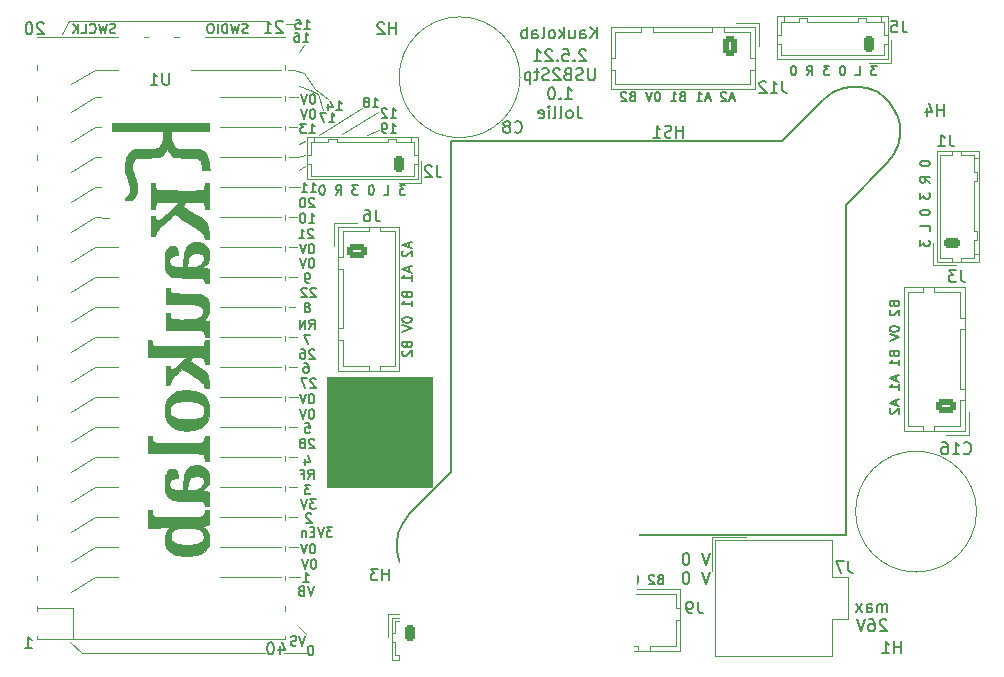
<source format=gbo>
%TF.GenerationSoftware,KiCad,Pcbnew,5.99.0-unknown-16ebb3a433~128~ubuntu20.04.1*%
%TF.CreationDate,2021-05-03T05:08:52+03:00*%
%TF.ProjectId,usb2stepper,75736232-7374-4657-9070-65722e6b6963,rev?*%
%TF.SameCoordinates,Original*%
%TF.FileFunction,Legend,Bot*%
%TF.FilePolarity,Positive*%
%FSLAX46Y46*%
G04 Gerber Fmt 4.6, Leading zero omitted, Abs format (unit mm)*
G04 Created by KiCad (PCBNEW 5.99.0-unknown-16ebb3a433~128~ubuntu20.04.1) date 2021-05-03 05:08:52*
%MOMM*%
%LPD*%
G01*
G04 APERTURE LIST*
G04 Aperture macros list*
%AMRoundRect*
0 Rectangle with rounded corners*
0 $1 Rounding radius*
0 $2 $3 $4 $5 $6 $7 $8 $9 X,Y pos of 4 corners*
0 Add a 4 corners polygon primitive as box body*
4,1,4,$2,$3,$4,$5,$6,$7,$8,$9,$2,$3,0*
0 Add four circle primitives for the rounded corners*
1,1,$1+$1,$2,$3*
1,1,$1+$1,$4,$5*
1,1,$1+$1,$6,$7*
1,1,$1+$1,$8,$9*
0 Add four rect primitives between the rounded corners*
20,1,$1+$1,$2,$3,$4,$5,0*
20,1,$1+$1,$4,$5,$6,$7,0*
20,1,$1+$1,$6,$7,$8,$9,0*
20,1,$1+$1,$8,$9,$2,$3,0*%
%AMFreePoly0*
4,1,69,18.063164,21.055678,18.431748,20.977333,18.790125,20.860890,19.134366,20.707623,19.460701,20.519214,19.765554,20.297725,20.045585,20.045585,20.297725,19.765554,20.519214,19.460701,20.707623,19.134366,20.860890,18.790125,20.977333,18.431748,21.055678,18.063164,21.095066,17.688410,21.095066,17.311591,21.055678,16.936836,20.977333,16.568252,20.860890,16.209875,20.707623,15.865635,20.519214,15.539300,
20.297725,15.234446,20.045585,14.954416,16.500000,11.408831,16.500000,-16.500000,-11.408832,-16.500000,-14.954416,-20.045584,-15.234446,-20.297725,-15.539300,-20.519214,-15.865634,-20.707623,-16.209875,-20.860890,-16.568252,-20.977333,-16.936836,-21.055678,-17.311591,-21.095066,-17.688409,-21.095066,-18.063164,-21.055678,-18.431748,-20.977333,-18.790125,-20.860890,-19.134366,-20.707623,-19.460700,-20.519214,-19.765554,-20.297725,
-20.045584,-20.045584,-20.297725,-19.765554,-20.519214,-19.460700,-20.707623,-19.134366,-20.860890,-18.790125,-20.977333,-18.431748,-21.055678,-18.063164,-21.095066,-17.688409,-21.095066,-17.311591,-21.055678,-16.936836,-20.977333,-16.568252,-20.860890,-16.209875,-20.707623,-15.865634,-20.519214,-15.539300,-20.297725,-15.234446,-20.045584,-14.954416,-16.500000,-11.408832,-16.500000,16.500000,11.408831,16.500000,14.954416,20.045585,
15.234446,20.297725,15.539300,20.519214,15.865635,20.707623,16.209875,20.860890,16.568252,20.977333,16.936836,21.055678,17.311591,21.095066,17.688410,21.095066,18.063164,21.055678,18.063164,21.055678,$1*%
G04 Aperture macros list end*
%ADD10C,0.150000*%
%ADD11C,0.120000*%
%ADD12C,0.010000*%
%ADD13O,1.650000X1.200000*%
%ADD14RoundRect,0.250000X-0.575000X0.350000X-0.575000X-0.350000X0.575000X-0.350000X0.575000X0.350000X0*%
%ADD15RoundRect,0.250000X0.350000X0.575000X-0.350000X0.575000X-0.350000X-0.575000X0.350000X-0.575000X0*%
%ADD16O,1.200000X1.650000*%
%ADD17O,1.800000X1.800000*%
%ADD18O,1.500000X1.500000*%
%ADD19O,1.700000X1.700000*%
%ADD20R,3.500000X1.700000*%
%ADD21R,1.700000X1.700000*%
%ADD22R,1.700000X3.500000*%
%ADD23C,0.800000*%
%ADD24C,6.400000*%
%ADD25C,1.600000*%
%ADD26RoundRect,0.250000X-0.350000X-0.575000X0.350000X-0.575000X0.350000X0.575000X-0.350000X0.575000X0*%
%ADD27FreePoly0,0.000000*%
%ADD28C,6.497320*%
%ADD29R,2.800000X2.800000*%
%ADD30C,2.800000*%
%ADD31RoundRect,0.225000X0.475000X-0.225000X0.475000X0.225000X-0.475000X0.225000X-0.475000X-0.225000X0*%
%ADD32O,1.400000X0.900000*%
%ADD33RoundRect,0.225000X-0.225000X-0.475000X0.225000X-0.475000X0.225000X0.475000X-0.225000X0.475000X0*%
%ADD34O,0.900000X1.400000*%
%ADD35RoundRect,0.225000X0.225000X0.475000X-0.225000X0.475000X-0.225000X-0.475000X0.225000X-0.475000X0*%
%ADD36RoundRect,0.250000X0.575000X-0.350000X0.575000X0.350000X-0.575000X0.350000X-0.575000X-0.350000X0*%
G04 APERTURE END LIST*
D10*
X113420476Y-129427380D02*
X113087142Y-130427380D01*
X112753809Y-129427380D01*
X111468095Y-129427380D02*
X111372857Y-129427380D01*
X111277619Y-129475000D01*
X111230000Y-129522619D01*
X111182380Y-129617857D01*
X111134761Y-129808333D01*
X111134761Y-130046428D01*
X111182380Y-130236904D01*
X111230000Y-130332142D01*
X111277619Y-130379761D01*
X111372857Y-130427380D01*
X111468095Y-130427380D01*
X111563333Y-130379761D01*
X111610952Y-130332142D01*
X111658571Y-130236904D01*
X111706190Y-130046428D01*
X111706190Y-129808333D01*
X111658571Y-129617857D01*
X111610952Y-129522619D01*
X111563333Y-129475000D01*
X111468095Y-129427380D01*
X113420476Y-131037380D02*
X113087142Y-132037380D01*
X112753809Y-131037380D01*
X111468095Y-131037380D02*
X111372857Y-131037380D01*
X111277619Y-131085000D01*
X111230000Y-131132619D01*
X111182380Y-131227857D01*
X111134761Y-131418333D01*
X111134761Y-131656428D01*
X111182380Y-131846904D01*
X111230000Y-131942142D01*
X111277619Y-131989761D01*
X111372857Y-132037380D01*
X111468095Y-132037380D01*
X111563333Y-131989761D01*
X111610952Y-131942142D01*
X111658571Y-131846904D01*
X111706190Y-131656428D01*
X111706190Y-131418333D01*
X111658571Y-131227857D01*
X111610952Y-131132619D01*
X111563333Y-131085000D01*
X111468095Y-131037380D01*
X128475714Y-134427380D02*
X128475714Y-133760714D01*
X128475714Y-133855952D02*
X128428095Y-133808333D01*
X128332857Y-133760714D01*
X128190000Y-133760714D01*
X128094761Y-133808333D01*
X128047142Y-133903571D01*
X128047142Y-134427380D01*
X128047142Y-133903571D02*
X127999523Y-133808333D01*
X127904285Y-133760714D01*
X127761428Y-133760714D01*
X127666190Y-133808333D01*
X127618571Y-133903571D01*
X127618571Y-134427380D01*
X126713809Y-134427380D02*
X126713809Y-133903571D01*
X126761428Y-133808333D01*
X126856666Y-133760714D01*
X127047142Y-133760714D01*
X127142380Y-133808333D01*
X126713809Y-134379761D02*
X126809047Y-134427380D01*
X127047142Y-134427380D01*
X127142380Y-134379761D01*
X127190000Y-134284523D01*
X127190000Y-134189285D01*
X127142380Y-134094047D01*
X127047142Y-134046428D01*
X126809047Y-134046428D01*
X126713809Y-133998809D01*
X126332857Y-134427380D02*
X125809047Y-133760714D01*
X126332857Y-133760714D02*
X125809047Y-134427380D01*
X128380476Y-135132619D02*
X128332857Y-135085000D01*
X128237619Y-135037380D01*
X127999523Y-135037380D01*
X127904285Y-135085000D01*
X127856666Y-135132619D01*
X127809047Y-135227857D01*
X127809047Y-135323095D01*
X127856666Y-135465952D01*
X128428095Y-136037380D01*
X127809047Y-136037380D01*
X126951904Y-135037380D02*
X127142380Y-135037380D01*
X127237619Y-135085000D01*
X127285238Y-135132619D01*
X127380476Y-135275476D01*
X127428095Y-135465952D01*
X127428095Y-135846904D01*
X127380476Y-135942142D01*
X127332857Y-135989761D01*
X127237619Y-136037380D01*
X127047142Y-136037380D01*
X126951904Y-135989761D01*
X126904285Y-135942142D01*
X126856666Y-135846904D01*
X126856666Y-135608809D01*
X126904285Y-135513571D01*
X126951904Y-135465952D01*
X127047142Y-135418333D01*
X127237619Y-135418333D01*
X127332857Y-135465952D01*
X127380476Y-135513571D01*
X127428095Y-135608809D01*
X126570952Y-135037380D02*
X126237619Y-136037380D01*
X125904285Y-135037380D01*
X127567142Y-88161904D02*
X127071904Y-88161904D01*
X127338571Y-88466666D01*
X127224285Y-88466666D01*
X127148095Y-88504761D01*
X127110000Y-88542857D01*
X127071904Y-88619047D01*
X127071904Y-88809523D01*
X127110000Y-88885714D01*
X127148095Y-88923809D01*
X127224285Y-88961904D01*
X127452857Y-88961904D01*
X127529047Y-88923809D01*
X127567142Y-88885714D01*
X125738571Y-88961904D02*
X126119523Y-88961904D01*
X126119523Y-88161904D01*
X124710000Y-88161904D02*
X124633809Y-88161904D01*
X124557619Y-88200000D01*
X124519523Y-88238095D01*
X124481428Y-88314285D01*
X124443333Y-88466666D01*
X124443333Y-88657142D01*
X124481428Y-88809523D01*
X124519523Y-88885714D01*
X124557619Y-88923809D01*
X124633809Y-88961904D01*
X124710000Y-88961904D01*
X124786190Y-88923809D01*
X124824285Y-88885714D01*
X124862380Y-88809523D01*
X124900476Y-88657142D01*
X124900476Y-88466666D01*
X124862380Y-88314285D01*
X124824285Y-88238095D01*
X124786190Y-88200000D01*
X124710000Y-88161904D01*
X123567142Y-88161904D02*
X123071904Y-88161904D01*
X123338571Y-88466666D01*
X123224285Y-88466666D01*
X123148095Y-88504761D01*
X123110000Y-88542857D01*
X123071904Y-88619047D01*
X123071904Y-88809523D01*
X123110000Y-88885714D01*
X123148095Y-88923809D01*
X123224285Y-88961904D01*
X123452857Y-88961904D01*
X123529047Y-88923809D01*
X123567142Y-88885714D01*
X121662380Y-88961904D02*
X121929047Y-88580952D01*
X122119523Y-88961904D02*
X122119523Y-88161904D01*
X121814761Y-88161904D01*
X121738571Y-88200000D01*
X121700476Y-88238095D01*
X121662380Y-88314285D01*
X121662380Y-88428571D01*
X121700476Y-88504761D01*
X121738571Y-88542857D01*
X121814761Y-88580952D01*
X122119523Y-88580952D01*
X120557619Y-88161904D02*
X120481428Y-88161904D01*
X120405238Y-88200000D01*
X120367142Y-88238095D01*
X120329047Y-88314285D01*
X120290952Y-88466666D01*
X120290952Y-88657142D01*
X120329047Y-88809523D01*
X120367142Y-88885714D01*
X120405238Y-88923809D01*
X120481428Y-88961904D01*
X120557619Y-88961904D01*
X120633809Y-88923809D01*
X120671904Y-88885714D01*
X120710000Y-88809523D01*
X120748095Y-88657142D01*
X120748095Y-88466666D01*
X120710000Y-88314285D01*
X120671904Y-88238095D01*
X120633809Y-88200000D01*
X120557619Y-88161904D01*
X87667142Y-98281904D02*
X87171904Y-98281904D01*
X87438571Y-98586666D01*
X87324285Y-98586666D01*
X87248095Y-98624761D01*
X87210000Y-98662857D01*
X87171904Y-98739047D01*
X87171904Y-98929523D01*
X87210000Y-99005714D01*
X87248095Y-99043809D01*
X87324285Y-99081904D01*
X87552857Y-99081904D01*
X87629047Y-99043809D01*
X87667142Y-99005714D01*
X85838571Y-99081904D02*
X86219523Y-99081904D01*
X86219523Y-98281904D01*
X84810000Y-98281904D02*
X84733809Y-98281904D01*
X84657619Y-98320000D01*
X84619523Y-98358095D01*
X84581428Y-98434285D01*
X84543333Y-98586666D01*
X84543333Y-98777142D01*
X84581428Y-98929523D01*
X84619523Y-99005714D01*
X84657619Y-99043809D01*
X84733809Y-99081904D01*
X84810000Y-99081904D01*
X84886190Y-99043809D01*
X84924285Y-99005714D01*
X84962380Y-98929523D01*
X85000476Y-98777142D01*
X85000476Y-98586666D01*
X84962380Y-98434285D01*
X84924285Y-98358095D01*
X84886190Y-98320000D01*
X84810000Y-98281904D01*
X83667142Y-98281904D02*
X83171904Y-98281904D01*
X83438571Y-98586666D01*
X83324285Y-98586666D01*
X83248095Y-98624761D01*
X83210000Y-98662857D01*
X83171904Y-98739047D01*
X83171904Y-98929523D01*
X83210000Y-99005714D01*
X83248095Y-99043809D01*
X83324285Y-99081904D01*
X83552857Y-99081904D01*
X83629047Y-99043809D01*
X83667142Y-99005714D01*
X81762380Y-99081904D02*
X82029047Y-98700952D01*
X82219523Y-99081904D02*
X82219523Y-98281904D01*
X81914761Y-98281904D01*
X81838571Y-98320000D01*
X81800476Y-98358095D01*
X81762380Y-98434285D01*
X81762380Y-98548571D01*
X81800476Y-98624761D01*
X81838571Y-98662857D01*
X81914761Y-98700952D01*
X82219523Y-98700952D01*
X80657619Y-98281904D02*
X80581428Y-98281904D01*
X80505238Y-98320000D01*
X80467142Y-98358095D01*
X80429047Y-98434285D01*
X80390952Y-98586666D01*
X80390952Y-98777142D01*
X80429047Y-98929523D01*
X80467142Y-99005714D01*
X80505238Y-99043809D01*
X80581428Y-99081904D01*
X80657619Y-99081904D01*
X80733809Y-99043809D01*
X80771904Y-99005714D01*
X80810000Y-98929523D01*
X80848095Y-98777142D01*
X80848095Y-98586666D01*
X80810000Y-98434285D01*
X80771904Y-98358095D01*
X80733809Y-98320000D01*
X80657619Y-98281904D01*
X94618571Y-133501904D02*
X94542380Y-133501904D01*
X94466190Y-133540000D01*
X94428095Y-133578095D01*
X94390000Y-133654285D01*
X94351904Y-133806666D01*
X94351904Y-133997142D01*
X94390000Y-134149523D01*
X94428095Y-134225714D01*
X94466190Y-134263809D01*
X94542380Y-134301904D01*
X94618571Y-134301904D01*
X94694761Y-134263809D01*
X94732857Y-134225714D01*
X94770952Y-134149523D01*
X94809047Y-133997142D01*
X94809047Y-133806666D01*
X94770952Y-133654285D01*
X94732857Y-133578095D01*
X94694761Y-133540000D01*
X94618571Y-133501904D01*
X92942380Y-134301904D02*
X93209047Y-133920952D01*
X93399523Y-134301904D02*
X93399523Y-133501904D01*
X93094761Y-133501904D01*
X93018571Y-133540000D01*
X92980476Y-133578095D01*
X92942380Y-133654285D01*
X92942380Y-133768571D01*
X92980476Y-133844761D01*
X93018571Y-133882857D01*
X93094761Y-133920952D01*
X93399523Y-133920952D01*
X92066190Y-133501904D02*
X91570952Y-133501904D01*
X91837619Y-133806666D01*
X91723333Y-133806666D01*
X91647142Y-133844761D01*
X91609047Y-133882857D01*
X91570952Y-133959047D01*
X91570952Y-134149523D01*
X91609047Y-134225714D01*
X91647142Y-134263809D01*
X91723333Y-134301904D01*
X91951904Y-134301904D01*
X92028095Y-134263809D01*
X92066190Y-134225714D01*
X90466190Y-133501904D02*
X90390000Y-133501904D01*
X90313809Y-133540000D01*
X90275714Y-133578095D01*
X90237619Y-133654285D01*
X90199523Y-133806666D01*
X90199523Y-133997142D01*
X90237619Y-134149523D01*
X90275714Y-134225714D01*
X90313809Y-134263809D01*
X90390000Y-134301904D01*
X90466190Y-134301904D01*
X90542380Y-134263809D01*
X90580476Y-134225714D01*
X90618571Y-134149523D01*
X90656666Y-133997142D01*
X90656666Y-133806666D01*
X90618571Y-133654285D01*
X90580476Y-133578095D01*
X90542380Y-133540000D01*
X90466190Y-133501904D01*
X88866190Y-134301904D02*
X89247142Y-134301904D01*
X89247142Y-133501904D01*
X88066190Y-133501904D02*
X87570952Y-133501904D01*
X87837619Y-133806666D01*
X87723333Y-133806666D01*
X87647142Y-133844761D01*
X87609047Y-133882857D01*
X87570952Y-133959047D01*
X87570952Y-134149523D01*
X87609047Y-134225714D01*
X87647142Y-134263809D01*
X87723333Y-134301904D01*
X87951904Y-134301904D01*
X88028095Y-134263809D01*
X88066190Y-134225714D01*
X131241904Y-96391428D02*
X131241904Y-96467619D01*
X131280000Y-96543809D01*
X131318095Y-96581904D01*
X131394285Y-96620000D01*
X131546666Y-96658095D01*
X131737142Y-96658095D01*
X131889523Y-96620000D01*
X131965714Y-96581904D01*
X132003809Y-96543809D01*
X132041904Y-96467619D01*
X132041904Y-96391428D01*
X132003809Y-96315238D01*
X131965714Y-96277142D01*
X131889523Y-96239047D01*
X131737142Y-96200952D01*
X131546666Y-96200952D01*
X131394285Y-96239047D01*
X131318095Y-96277142D01*
X131280000Y-96315238D01*
X131241904Y-96391428D01*
X132041904Y-98067619D02*
X131660952Y-97800952D01*
X132041904Y-97610476D02*
X131241904Y-97610476D01*
X131241904Y-97915238D01*
X131280000Y-97991428D01*
X131318095Y-98029523D01*
X131394285Y-98067619D01*
X131508571Y-98067619D01*
X131584761Y-98029523D01*
X131622857Y-97991428D01*
X131660952Y-97915238D01*
X131660952Y-97610476D01*
X131241904Y-98943809D02*
X131241904Y-99439047D01*
X131546666Y-99172380D01*
X131546666Y-99286666D01*
X131584761Y-99362857D01*
X131622857Y-99400952D01*
X131699047Y-99439047D01*
X131889523Y-99439047D01*
X131965714Y-99400952D01*
X132003809Y-99362857D01*
X132041904Y-99286666D01*
X132041904Y-99058095D01*
X132003809Y-98981904D01*
X131965714Y-98943809D01*
X131241904Y-100543809D02*
X131241904Y-100620000D01*
X131280000Y-100696190D01*
X131318095Y-100734285D01*
X131394285Y-100772380D01*
X131546666Y-100810476D01*
X131737142Y-100810476D01*
X131889523Y-100772380D01*
X131965714Y-100734285D01*
X132003809Y-100696190D01*
X132041904Y-100620000D01*
X132041904Y-100543809D01*
X132003809Y-100467619D01*
X131965714Y-100429523D01*
X131889523Y-100391428D01*
X131737142Y-100353333D01*
X131546666Y-100353333D01*
X131394285Y-100391428D01*
X131318095Y-100429523D01*
X131280000Y-100467619D01*
X131241904Y-100543809D01*
X132041904Y-102143809D02*
X132041904Y-101762857D01*
X131241904Y-101762857D01*
X131241904Y-102943809D02*
X131241904Y-103439047D01*
X131546666Y-103172380D01*
X131546666Y-103286666D01*
X131584761Y-103362857D01*
X131622857Y-103400952D01*
X131699047Y-103439047D01*
X131889523Y-103439047D01*
X131965714Y-103400952D01*
X132003809Y-103362857D01*
X132041904Y-103286666D01*
X132041904Y-103058095D01*
X132003809Y-102981904D01*
X131965714Y-102943809D01*
X129032857Y-108354761D02*
X129070952Y-108469047D01*
X129109047Y-108507142D01*
X129185238Y-108545238D01*
X129299523Y-108545238D01*
X129375714Y-108507142D01*
X129413809Y-108469047D01*
X129451904Y-108392857D01*
X129451904Y-108088095D01*
X128651904Y-108088095D01*
X128651904Y-108354761D01*
X128690000Y-108430952D01*
X128728095Y-108469047D01*
X128804285Y-108507142D01*
X128880476Y-108507142D01*
X128956666Y-108469047D01*
X128994761Y-108430952D01*
X129032857Y-108354761D01*
X129032857Y-108088095D01*
X128728095Y-108850000D02*
X128690000Y-108888095D01*
X128651904Y-108964285D01*
X128651904Y-109154761D01*
X128690000Y-109230952D01*
X128728095Y-109269047D01*
X128804285Y-109307142D01*
X128880476Y-109307142D01*
X128994761Y-109269047D01*
X129451904Y-108811904D01*
X129451904Y-109307142D01*
X128651904Y-110411904D02*
X128651904Y-110488095D01*
X128690000Y-110564285D01*
X128728095Y-110602380D01*
X128804285Y-110640476D01*
X128956666Y-110678571D01*
X129147142Y-110678571D01*
X129299523Y-110640476D01*
X129375714Y-110602380D01*
X129413809Y-110564285D01*
X129451904Y-110488095D01*
X129451904Y-110411904D01*
X129413809Y-110335714D01*
X129375714Y-110297619D01*
X129299523Y-110259523D01*
X129147142Y-110221428D01*
X128956666Y-110221428D01*
X128804285Y-110259523D01*
X128728095Y-110297619D01*
X128690000Y-110335714D01*
X128651904Y-110411904D01*
X128651904Y-110907142D02*
X129451904Y-111173809D01*
X128651904Y-111440476D01*
X129032857Y-112583333D02*
X129070952Y-112697619D01*
X129109047Y-112735714D01*
X129185238Y-112773809D01*
X129299523Y-112773809D01*
X129375714Y-112735714D01*
X129413809Y-112697619D01*
X129451904Y-112621428D01*
X129451904Y-112316666D01*
X128651904Y-112316666D01*
X128651904Y-112583333D01*
X128690000Y-112659523D01*
X128728095Y-112697619D01*
X128804285Y-112735714D01*
X128880476Y-112735714D01*
X128956666Y-112697619D01*
X128994761Y-112659523D01*
X129032857Y-112583333D01*
X129032857Y-112316666D01*
X129451904Y-113535714D02*
X129451904Y-113078571D01*
X129451904Y-113307142D02*
X128651904Y-113307142D01*
X128766190Y-113230952D01*
X128842380Y-113154761D01*
X128880476Y-113078571D01*
X129223333Y-114450000D02*
X129223333Y-114830952D01*
X129451904Y-114373809D02*
X128651904Y-114640476D01*
X129451904Y-114907142D01*
X129451904Y-115592857D02*
X129451904Y-115135714D01*
X129451904Y-115364285D02*
X128651904Y-115364285D01*
X128766190Y-115288095D01*
X128842380Y-115211904D01*
X128880476Y-115135714D01*
X129223333Y-116507142D02*
X129223333Y-116888095D01*
X129451904Y-116430952D02*
X128651904Y-116697619D01*
X129451904Y-116964285D01*
X128728095Y-117192857D02*
X128690000Y-117230952D01*
X128651904Y-117307142D01*
X128651904Y-117497619D01*
X128690000Y-117573809D01*
X128728095Y-117611904D01*
X128804285Y-117650000D01*
X128880476Y-117650000D01*
X128994761Y-117611904D01*
X129451904Y-117154761D01*
X129451904Y-117650000D01*
X87953333Y-103170000D02*
X87953333Y-103550952D01*
X88181904Y-103093809D02*
X87381904Y-103360476D01*
X88181904Y-103627142D01*
X87458095Y-103855714D02*
X87420000Y-103893809D01*
X87381904Y-103970000D01*
X87381904Y-104160476D01*
X87420000Y-104236666D01*
X87458095Y-104274761D01*
X87534285Y-104312857D01*
X87610476Y-104312857D01*
X87724761Y-104274761D01*
X88181904Y-103817619D01*
X88181904Y-104312857D01*
X87953333Y-105227142D02*
X87953333Y-105608095D01*
X88181904Y-105150952D02*
X87381904Y-105417619D01*
X88181904Y-105684285D01*
X88181904Y-106370000D02*
X88181904Y-105912857D01*
X88181904Y-106141428D02*
X87381904Y-106141428D01*
X87496190Y-106065238D01*
X87572380Y-105989047D01*
X87610476Y-105912857D01*
X87762857Y-107589047D02*
X87800952Y-107703333D01*
X87839047Y-107741428D01*
X87915238Y-107779523D01*
X88029523Y-107779523D01*
X88105714Y-107741428D01*
X88143809Y-107703333D01*
X88181904Y-107627142D01*
X88181904Y-107322380D01*
X87381904Y-107322380D01*
X87381904Y-107589047D01*
X87420000Y-107665238D01*
X87458095Y-107703333D01*
X87534285Y-107741428D01*
X87610476Y-107741428D01*
X87686666Y-107703333D01*
X87724761Y-107665238D01*
X87762857Y-107589047D01*
X87762857Y-107322380D01*
X88181904Y-108541428D02*
X88181904Y-108084285D01*
X88181904Y-108312857D02*
X87381904Y-108312857D01*
X87496190Y-108236666D01*
X87572380Y-108160476D01*
X87610476Y-108084285D01*
X87381904Y-109646190D02*
X87381904Y-109722380D01*
X87420000Y-109798571D01*
X87458095Y-109836666D01*
X87534285Y-109874761D01*
X87686666Y-109912857D01*
X87877142Y-109912857D01*
X88029523Y-109874761D01*
X88105714Y-109836666D01*
X88143809Y-109798571D01*
X88181904Y-109722380D01*
X88181904Y-109646190D01*
X88143809Y-109570000D01*
X88105714Y-109531904D01*
X88029523Y-109493809D01*
X87877142Y-109455714D01*
X87686666Y-109455714D01*
X87534285Y-109493809D01*
X87458095Y-109531904D01*
X87420000Y-109570000D01*
X87381904Y-109646190D01*
X87381904Y-110141428D02*
X88181904Y-110408095D01*
X87381904Y-110674761D01*
X87762857Y-111817619D02*
X87800952Y-111931904D01*
X87839047Y-111970000D01*
X87915238Y-112008095D01*
X88029523Y-112008095D01*
X88105714Y-111970000D01*
X88143809Y-111931904D01*
X88181904Y-111855714D01*
X88181904Y-111550952D01*
X87381904Y-111550952D01*
X87381904Y-111817619D01*
X87420000Y-111893809D01*
X87458095Y-111931904D01*
X87534285Y-111970000D01*
X87610476Y-111970000D01*
X87686666Y-111931904D01*
X87724761Y-111893809D01*
X87762857Y-111817619D01*
X87762857Y-111550952D01*
X87458095Y-112312857D02*
X87420000Y-112350952D01*
X87381904Y-112427142D01*
X87381904Y-112617619D01*
X87420000Y-112693809D01*
X87458095Y-112731904D01*
X87534285Y-112770000D01*
X87610476Y-112770000D01*
X87724761Y-112731904D01*
X88181904Y-112274761D01*
X88181904Y-112770000D01*
X115520000Y-90943333D02*
X115139047Y-90943333D01*
X115596190Y-91171904D02*
X115329523Y-90371904D01*
X115062857Y-91171904D01*
X114834285Y-90448095D02*
X114796190Y-90410000D01*
X114720000Y-90371904D01*
X114529523Y-90371904D01*
X114453333Y-90410000D01*
X114415238Y-90448095D01*
X114377142Y-90524285D01*
X114377142Y-90600476D01*
X114415238Y-90714761D01*
X114872380Y-91171904D01*
X114377142Y-91171904D01*
X113462857Y-90943333D02*
X113081904Y-90943333D01*
X113539047Y-91171904D02*
X113272380Y-90371904D01*
X113005714Y-91171904D01*
X112320000Y-91171904D02*
X112777142Y-91171904D01*
X112548571Y-91171904D02*
X112548571Y-90371904D01*
X112624761Y-90486190D01*
X112700952Y-90562380D01*
X112777142Y-90600476D01*
X111100952Y-90752857D02*
X110986666Y-90790952D01*
X110948571Y-90829047D01*
X110910476Y-90905238D01*
X110910476Y-91019523D01*
X110948571Y-91095714D01*
X110986666Y-91133809D01*
X111062857Y-91171904D01*
X111367619Y-91171904D01*
X111367619Y-90371904D01*
X111100952Y-90371904D01*
X111024761Y-90410000D01*
X110986666Y-90448095D01*
X110948571Y-90524285D01*
X110948571Y-90600476D01*
X110986666Y-90676666D01*
X111024761Y-90714761D01*
X111100952Y-90752857D01*
X111367619Y-90752857D01*
X110148571Y-91171904D02*
X110605714Y-91171904D01*
X110377142Y-91171904D02*
X110377142Y-90371904D01*
X110453333Y-90486190D01*
X110529523Y-90562380D01*
X110605714Y-90600476D01*
X109043809Y-90371904D02*
X108967619Y-90371904D01*
X108891428Y-90410000D01*
X108853333Y-90448095D01*
X108815238Y-90524285D01*
X108777142Y-90676666D01*
X108777142Y-90867142D01*
X108815238Y-91019523D01*
X108853333Y-91095714D01*
X108891428Y-91133809D01*
X108967619Y-91171904D01*
X109043809Y-91171904D01*
X109120000Y-91133809D01*
X109158095Y-91095714D01*
X109196190Y-91019523D01*
X109234285Y-90867142D01*
X109234285Y-90676666D01*
X109196190Y-90524285D01*
X109158095Y-90448095D01*
X109120000Y-90410000D01*
X109043809Y-90371904D01*
X108548571Y-90371904D02*
X108281904Y-91171904D01*
X108015238Y-90371904D01*
X106872380Y-90752857D02*
X106758095Y-90790952D01*
X106720000Y-90829047D01*
X106681904Y-90905238D01*
X106681904Y-91019523D01*
X106720000Y-91095714D01*
X106758095Y-91133809D01*
X106834285Y-91171904D01*
X107139047Y-91171904D01*
X107139047Y-90371904D01*
X106872380Y-90371904D01*
X106796190Y-90410000D01*
X106758095Y-90448095D01*
X106720000Y-90524285D01*
X106720000Y-90600476D01*
X106758095Y-90676666D01*
X106796190Y-90714761D01*
X106872380Y-90752857D01*
X107139047Y-90752857D01*
X106377142Y-90448095D02*
X106339047Y-90410000D01*
X106262857Y-90371904D01*
X106072380Y-90371904D01*
X105996190Y-90410000D01*
X105958095Y-90448095D01*
X105920000Y-90524285D01*
X105920000Y-90600476D01*
X105958095Y-90714761D01*
X106415238Y-91171904D01*
X105920000Y-91171904D01*
X109235238Y-131652857D02*
X109120952Y-131690952D01*
X109082857Y-131729047D01*
X109044761Y-131805238D01*
X109044761Y-131919523D01*
X109082857Y-131995714D01*
X109120952Y-132033809D01*
X109197142Y-132071904D01*
X109501904Y-132071904D01*
X109501904Y-131271904D01*
X109235238Y-131271904D01*
X109159047Y-131310000D01*
X109120952Y-131348095D01*
X109082857Y-131424285D01*
X109082857Y-131500476D01*
X109120952Y-131576666D01*
X109159047Y-131614761D01*
X109235238Y-131652857D01*
X109501904Y-131652857D01*
X108740000Y-131348095D02*
X108701904Y-131310000D01*
X108625714Y-131271904D01*
X108435238Y-131271904D01*
X108359047Y-131310000D01*
X108320952Y-131348095D01*
X108282857Y-131424285D01*
X108282857Y-131500476D01*
X108320952Y-131614761D01*
X108778095Y-132071904D01*
X108282857Y-132071904D01*
X107178095Y-131271904D02*
X107101904Y-131271904D01*
X107025714Y-131310000D01*
X106987619Y-131348095D01*
X106949523Y-131424285D01*
X106911428Y-131576666D01*
X106911428Y-131767142D01*
X106949523Y-131919523D01*
X106987619Y-131995714D01*
X107025714Y-132033809D01*
X107101904Y-132071904D01*
X107178095Y-132071904D01*
X107254285Y-132033809D01*
X107292380Y-131995714D01*
X107330476Y-131919523D01*
X107368571Y-131767142D01*
X107368571Y-131576666D01*
X107330476Y-131424285D01*
X107292380Y-131348095D01*
X107254285Y-131310000D01*
X107178095Y-131271904D01*
X106682857Y-131271904D02*
X106416190Y-132071904D01*
X106149523Y-131271904D01*
X105006666Y-131652857D02*
X104892380Y-131690952D01*
X104854285Y-131729047D01*
X104816190Y-131805238D01*
X104816190Y-131919523D01*
X104854285Y-131995714D01*
X104892380Y-132033809D01*
X104968571Y-132071904D01*
X105273333Y-132071904D01*
X105273333Y-131271904D01*
X105006666Y-131271904D01*
X104930476Y-131310000D01*
X104892380Y-131348095D01*
X104854285Y-131424285D01*
X104854285Y-131500476D01*
X104892380Y-131576666D01*
X104930476Y-131614761D01*
X105006666Y-131652857D01*
X105273333Y-131652857D01*
X104054285Y-132071904D02*
X104511428Y-132071904D01*
X104282857Y-132071904D02*
X104282857Y-131271904D01*
X104359047Y-131386190D01*
X104435238Y-131462380D01*
X104511428Y-131500476D01*
X103140000Y-131843333D02*
X102759047Y-131843333D01*
X103216190Y-132071904D02*
X102949523Y-131271904D01*
X102682857Y-132071904D01*
X101997142Y-132071904D02*
X102454285Y-132071904D01*
X102225714Y-132071904D02*
X102225714Y-131271904D01*
X102301904Y-131386190D01*
X102378095Y-131462380D01*
X102454285Y-131500476D01*
X101082857Y-131843333D02*
X100701904Y-131843333D01*
X101159047Y-132071904D02*
X100892380Y-131271904D01*
X100625714Y-132071904D01*
X100397142Y-131348095D02*
X100359047Y-131310000D01*
X100282857Y-131271904D01*
X100092380Y-131271904D01*
X100016190Y-131310000D01*
X99978095Y-131348095D01*
X99940000Y-131424285D01*
X99940000Y-131500476D01*
X99978095Y-131614761D01*
X100435238Y-132071904D01*
X99940000Y-132071904D01*
D11*
X61350000Y-90860000D02*
X61900000Y-90860000D01*
X79200000Y-94550000D02*
X78650000Y-94800000D01*
X61350000Y-93400000D02*
X59350000Y-94600000D01*
X61350000Y-108640000D02*
X63350000Y-108640000D01*
X61350000Y-121340000D02*
X63350000Y-121340000D01*
X78550000Y-90860000D02*
X77850000Y-90860000D01*
X75750000Y-137900000D02*
X60250000Y-137900000D01*
X61350000Y-116260000D02*
X63350000Y-116260000D01*
X77150000Y-128950000D02*
X71950000Y-128950000D01*
X78750000Y-98480000D02*
X77850000Y-98480000D01*
X61350000Y-106100000D02*
X63350000Y-106100000D01*
X77150000Y-113710000D02*
X71950000Y-113710000D01*
X61350000Y-116260000D02*
X59350000Y-117460000D01*
X61350000Y-93400000D02*
X61900000Y-93400000D01*
X61350000Y-123880000D02*
X59350000Y-125080000D01*
X78450000Y-126420000D02*
X77850000Y-126420000D01*
X61350000Y-113720000D02*
X63350000Y-113720000D01*
X77150000Y-93390000D02*
X71950000Y-93390000D01*
X85350000Y-92100000D02*
X82300000Y-93950000D01*
X69550000Y-88500000D02*
X77150000Y-88500000D01*
X78450000Y-101020000D02*
X77850000Y-101020000D01*
X78450000Y-113720000D02*
X77850000Y-113720000D01*
X61350000Y-128960000D02*
X59350000Y-130160000D01*
X77150000Y-103550000D02*
X71950000Y-103550000D01*
X61350000Y-106100000D02*
X59350000Y-107300000D01*
X77150000Y-111170000D02*
X71950000Y-111170000D01*
X77150000Y-118790000D02*
X71950000Y-118790000D01*
X80050000Y-90100000D02*
X79050000Y-88800000D01*
X85450000Y-93600000D02*
X84450000Y-94050000D01*
X61350000Y-103560000D02*
X59350000Y-104760000D01*
X59150000Y-84400000D02*
X58550000Y-85500000D01*
X61350000Y-111180000D02*
X63350000Y-111180000D01*
X79050000Y-86400000D02*
X78650000Y-87000000D01*
X61350000Y-95940000D02*
X59350000Y-97140000D01*
X61350000Y-111180000D02*
X59350000Y-112380000D01*
X77750000Y-88500000D02*
X78250000Y-88500000D01*
X61350000Y-131500000D02*
X63350000Y-131500000D01*
X61350000Y-90860000D02*
X59350000Y-92060000D01*
X61350000Y-101020000D02*
X62550000Y-101040000D01*
X60250000Y-137900000D02*
X59250000Y-137000000D01*
X61350000Y-128960000D02*
X63350000Y-128960000D01*
X79550000Y-90200000D02*
X78650000Y-89900000D01*
X79250000Y-137900000D02*
X77350000Y-137900000D01*
X77150000Y-131490000D02*
X71950000Y-131490000D01*
X77150000Y-121330000D02*
X71950000Y-121330000D01*
X78150000Y-84600000D02*
X77550000Y-84600000D01*
X79050000Y-88800000D02*
X78250000Y-88500000D01*
X77150000Y-90850000D02*
X71950000Y-90850000D01*
X78450000Y-121340000D02*
X77850000Y-121340000D01*
X79150000Y-96700000D02*
X78650000Y-97000000D01*
X61350000Y-121340000D02*
X59350000Y-122540000D01*
X61350000Y-126420000D02*
X63350000Y-126420000D01*
X61350000Y-95940000D02*
X61900000Y-95940000D01*
X61350000Y-108640000D02*
X59350000Y-109840000D01*
X61350000Y-118800000D02*
X63350000Y-118800000D01*
X61350000Y-118800000D02*
X59350000Y-120000000D01*
X61350000Y-88500000D02*
X59350000Y-89700000D01*
X61350000Y-123880000D02*
X63350000Y-123880000D01*
X77150000Y-116250000D02*
X71950000Y-116250000D01*
X78550000Y-95940000D02*
X77850000Y-95940000D01*
X61350000Y-101020000D02*
X59350000Y-102220000D01*
X78450000Y-103560000D02*
X77850000Y-103560000D01*
X61350000Y-103560000D02*
X63350000Y-103560000D01*
X81050000Y-114550000D02*
X89900000Y-114550000D01*
X89900000Y-114550000D02*
X89900000Y-123800000D01*
X89900000Y-123800000D02*
X81050000Y-123800000D01*
X81050000Y-123800000D02*
X81050000Y-114550000D01*
G36*
X81050000Y-114550000D02*
G01*
X89900000Y-114550000D01*
X89900000Y-123800000D01*
X81050000Y-123800000D01*
X81050000Y-114550000D01*
G37*
X77150000Y-108630000D02*
X71950000Y-108630000D01*
X61350000Y-113720000D02*
X59350000Y-114920000D01*
X77150000Y-126410000D02*
X71950000Y-126410000D01*
X61350000Y-98480000D02*
X59350000Y-99680000D01*
X75850000Y-84400000D02*
X59150000Y-84400000D01*
X84000000Y-91750000D02*
X80350000Y-94000000D01*
X78350000Y-108640000D02*
X77850000Y-108640000D01*
X78550000Y-116260000D02*
X77850000Y-116260000D01*
X61350000Y-126420000D02*
X59350000Y-127620000D01*
X77150000Y-123870000D02*
X71950000Y-123870000D01*
X61350000Y-98480000D02*
X61900000Y-98480000D01*
X78450000Y-118800000D02*
X77850000Y-118800000D01*
X61350000Y-88500000D02*
X63350000Y-88500000D01*
X78750000Y-131500000D02*
X77850000Y-131500000D01*
X77150000Y-95930000D02*
X71950000Y-95930000D01*
X78450000Y-106100000D02*
X77850000Y-106100000D01*
X80250000Y-90600000D02*
X79550000Y-90200000D01*
X78450000Y-123880000D02*
X77850000Y-123880000D01*
X78450000Y-111180000D02*
X77850000Y-111180000D01*
X77150000Y-106090000D02*
X71950000Y-106090000D01*
X79250000Y-136300000D02*
X78650000Y-135700000D01*
X78550000Y-128960000D02*
X77850000Y-128960000D01*
X78450000Y-93400000D02*
X77850000Y-93400000D01*
X77150000Y-98470000D02*
X71950000Y-98470000D01*
X80650000Y-91950000D02*
X80250000Y-90600000D01*
X77150000Y-101010000D02*
X71950000Y-101010000D01*
X61350000Y-131500000D02*
X59350000Y-132700000D01*
X79150000Y-95700000D02*
X78550000Y-95940000D01*
X81150000Y-91000000D02*
X80050000Y-90100000D01*
D10*
X77261904Y-84472619D02*
X77214285Y-84425000D01*
X77119047Y-84377380D01*
X76880952Y-84377380D01*
X76785714Y-84425000D01*
X76738095Y-84472619D01*
X76690476Y-84567857D01*
X76690476Y-84663095D01*
X76738095Y-84805952D01*
X77309523Y-85377380D01*
X76690476Y-85377380D01*
X75738095Y-85377380D02*
X76309523Y-85377380D01*
X76023809Y-85377380D02*
X76023809Y-84377380D01*
X76119047Y-84520238D01*
X76214285Y-84615476D01*
X76309523Y-84663095D01*
X102940476Y-86882619D02*
X102892857Y-86835000D01*
X102797619Y-86787380D01*
X102559523Y-86787380D01*
X102464285Y-86835000D01*
X102416666Y-86882619D01*
X102369047Y-86977857D01*
X102369047Y-87073095D01*
X102416666Y-87215952D01*
X102988095Y-87787380D01*
X102369047Y-87787380D01*
X101940476Y-87692142D02*
X101892857Y-87739761D01*
X101940476Y-87787380D01*
X101988095Y-87739761D01*
X101940476Y-87692142D01*
X101940476Y-87787380D01*
X100988095Y-86787380D02*
X101464285Y-86787380D01*
X101511904Y-87263571D01*
X101464285Y-87215952D01*
X101369047Y-87168333D01*
X101130952Y-87168333D01*
X101035714Y-87215952D01*
X100988095Y-87263571D01*
X100940476Y-87358809D01*
X100940476Y-87596904D01*
X100988095Y-87692142D01*
X101035714Y-87739761D01*
X101130952Y-87787380D01*
X101369047Y-87787380D01*
X101464285Y-87739761D01*
X101511904Y-87692142D01*
X100511904Y-87692142D02*
X100464285Y-87739761D01*
X100511904Y-87787380D01*
X100559523Y-87739761D01*
X100511904Y-87692142D01*
X100511904Y-87787380D01*
X100083333Y-86882619D02*
X100035714Y-86835000D01*
X99940476Y-86787380D01*
X99702380Y-86787380D01*
X99607142Y-86835000D01*
X99559523Y-86882619D01*
X99511904Y-86977857D01*
X99511904Y-87073095D01*
X99559523Y-87215952D01*
X100130952Y-87787380D01*
X99511904Y-87787380D01*
X98559523Y-87787380D02*
X99130952Y-87787380D01*
X98845238Y-87787380D02*
X98845238Y-86787380D01*
X98940476Y-86930238D01*
X99035714Y-87025476D01*
X99130952Y-87073095D01*
X103702380Y-88397380D02*
X103702380Y-89206904D01*
X103654761Y-89302142D01*
X103607142Y-89349761D01*
X103511904Y-89397380D01*
X103321428Y-89397380D01*
X103226190Y-89349761D01*
X103178571Y-89302142D01*
X103130952Y-89206904D01*
X103130952Y-88397380D01*
X102702380Y-89349761D02*
X102559523Y-89397380D01*
X102321428Y-89397380D01*
X102226190Y-89349761D01*
X102178571Y-89302142D01*
X102130952Y-89206904D01*
X102130952Y-89111666D01*
X102178571Y-89016428D01*
X102226190Y-88968809D01*
X102321428Y-88921190D01*
X102511904Y-88873571D01*
X102607142Y-88825952D01*
X102654761Y-88778333D01*
X102702380Y-88683095D01*
X102702380Y-88587857D01*
X102654761Y-88492619D01*
X102607142Y-88445000D01*
X102511904Y-88397380D01*
X102273809Y-88397380D01*
X102130952Y-88445000D01*
X101369047Y-88873571D02*
X101226190Y-88921190D01*
X101178571Y-88968809D01*
X101130952Y-89064047D01*
X101130952Y-89206904D01*
X101178571Y-89302142D01*
X101226190Y-89349761D01*
X101321428Y-89397380D01*
X101702380Y-89397380D01*
X101702380Y-88397380D01*
X101369047Y-88397380D01*
X101273809Y-88445000D01*
X101226190Y-88492619D01*
X101178571Y-88587857D01*
X101178571Y-88683095D01*
X101226190Y-88778333D01*
X101273809Y-88825952D01*
X101369047Y-88873571D01*
X101702380Y-88873571D01*
X100750000Y-88492619D02*
X100702380Y-88445000D01*
X100607142Y-88397380D01*
X100369047Y-88397380D01*
X100273809Y-88445000D01*
X100226190Y-88492619D01*
X100178571Y-88587857D01*
X100178571Y-88683095D01*
X100226190Y-88825952D01*
X100797619Y-89397380D01*
X100178571Y-89397380D01*
X99797619Y-89349761D02*
X99654761Y-89397380D01*
X99416666Y-89397380D01*
X99321428Y-89349761D01*
X99273809Y-89302142D01*
X99226190Y-89206904D01*
X99226190Y-89111666D01*
X99273809Y-89016428D01*
X99321428Y-88968809D01*
X99416666Y-88921190D01*
X99607142Y-88873571D01*
X99702380Y-88825952D01*
X99750000Y-88778333D01*
X99797619Y-88683095D01*
X99797619Y-88587857D01*
X99750000Y-88492619D01*
X99702380Y-88445000D01*
X99607142Y-88397380D01*
X99369047Y-88397380D01*
X99226190Y-88445000D01*
X98940476Y-88730714D02*
X98559523Y-88730714D01*
X98797619Y-88397380D02*
X98797619Y-89254523D01*
X98750000Y-89349761D01*
X98654761Y-89397380D01*
X98559523Y-89397380D01*
X98226190Y-88730714D02*
X98226190Y-89730714D01*
X98226190Y-88778333D02*
X98130952Y-88730714D01*
X97940476Y-88730714D01*
X97845238Y-88778333D01*
X97797619Y-88825952D01*
X97750000Y-88921190D01*
X97750000Y-89206904D01*
X97797619Y-89302142D01*
X97845238Y-89349761D01*
X97940476Y-89397380D01*
X98130952Y-89397380D01*
X98226190Y-89349761D01*
X101178571Y-91007380D02*
X101750000Y-91007380D01*
X101464285Y-91007380D02*
X101464285Y-90007380D01*
X101559523Y-90150238D01*
X101654761Y-90245476D01*
X101750000Y-90293095D01*
X100750000Y-90912142D02*
X100702380Y-90959761D01*
X100750000Y-91007380D01*
X100797619Y-90959761D01*
X100750000Y-90912142D01*
X100750000Y-91007380D01*
X100083333Y-90007380D02*
X99988095Y-90007380D01*
X99892857Y-90055000D01*
X99845238Y-90102619D01*
X99797619Y-90197857D01*
X99750000Y-90388333D01*
X99750000Y-90626428D01*
X99797619Y-90816904D01*
X99845238Y-90912142D01*
X99892857Y-90959761D01*
X99988095Y-91007380D01*
X100083333Y-91007380D01*
X100178571Y-90959761D01*
X100226190Y-90912142D01*
X100273809Y-90816904D01*
X100321428Y-90626428D01*
X100321428Y-90388333D01*
X100273809Y-90197857D01*
X100226190Y-90102619D01*
X100178571Y-90055000D01*
X100083333Y-90007380D01*
X102250000Y-91617380D02*
X102250000Y-92331666D01*
X102297619Y-92474523D01*
X102392857Y-92569761D01*
X102535714Y-92617380D01*
X102630952Y-92617380D01*
X101630952Y-92617380D02*
X101726190Y-92569761D01*
X101773809Y-92522142D01*
X101821428Y-92426904D01*
X101821428Y-92141190D01*
X101773809Y-92045952D01*
X101726190Y-91998333D01*
X101630952Y-91950714D01*
X101488095Y-91950714D01*
X101392857Y-91998333D01*
X101345238Y-92045952D01*
X101297619Y-92141190D01*
X101297619Y-92426904D01*
X101345238Y-92522142D01*
X101392857Y-92569761D01*
X101488095Y-92617380D01*
X101630952Y-92617380D01*
X100726190Y-92617380D02*
X100821428Y-92569761D01*
X100869047Y-92474523D01*
X100869047Y-91617380D01*
X100202380Y-92617380D02*
X100297619Y-92569761D01*
X100345238Y-92474523D01*
X100345238Y-91617380D01*
X99821428Y-92617380D02*
X99821428Y-91950714D01*
X99821428Y-91617380D02*
X99869047Y-91665000D01*
X99821428Y-91712619D01*
X99773809Y-91665000D01*
X99821428Y-91617380D01*
X99821428Y-91712619D01*
X98964285Y-92569761D02*
X99059523Y-92617380D01*
X99250000Y-92617380D01*
X99345238Y-92569761D01*
X99392857Y-92474523D01*
X99392857Y-92093571D01*
X99345238Y-91998333D01*
X99250000Y-91950714D01*
X99059523Y-91950714D01*
X98964285Y-91998333D01*
X98916666Y-92093571D01*
X98916666Y-92188809D01*
X99392857Y-92284047D01*
X77010714Y-137335714D02*
X77010714Y-138002380D01*
X77248809Y-136954761D02*
X77486904Y-137669047D01*
X76867857Y-137669047D01*
X76296428Y-137002380D02*
X76201190Y-137002380D01*
X76105952Y-137050000D01*
X76058333Y-137097619D01*
X76010714Y-137192857D01*
X75963095Y-137383333D01*
X75963095Y-137621428D01*
X76010714Y-137811904D01*
X76058333Y-137907142D01*
X76105952Y-137954761D01*
X76201190Y-138002380D01*
X76296428Y-138002380D01*
X76391666Y-137954761D01*
X76439285Y-137907142D01*
X76486904Y-137811904D01*
X76534523Y-137621428D01*
X76534523Y-137383333D01*
X76486904Y-137192857D01*
X76439285Y-137097619D01*
X76391666Y-137050000D01*
X76296428Y-137002380D01*
X103890476Y-85852380D02*
X103890476Y-84852380D01*
X103319047Y-85852380D02*
X103747619Y-85280952D01*
X103319047Y-84852380D02*
X103890476Y-85423809D01*
X102461904Y-85852380D02*
X102461904Y-85328571D01*
X102509523Y-85233333D01*
X102604761Y-85185714D01*
X102795238Y-85185714D01*
X102890476Y-85233333D01*
X102461904Y-85804761D02*
X102557142Y-85852380D01*
X102795238Y-85852380D01*
X102890476Y-85804761D01*
X102938095Y-85709523D01*
X102938095Y-85614285D01*
X102890476Y-85519047D01*
X102795238Y-85471428D01*
X102557142Y-85471428D01*
X102461904Y-85423809D01*
X101557142Y-85185714D02*
X101557142Y-85852380D01*
X101985714Y-85185714D02*
X101985714Y-85709523D01*
X101938095Y-85804761D01*
X101842857Y-85852380D01*
X101700000Y-85852380D01*
X101604761Y-85804761D01*
X101557142Y-85757142D01*
X101080952Y-85852380D02*
X101080952Y-84852380D01*
X100985714Y-85471428D02*
X100700000Y-85852380D01*
X100700000Y-85185714D02*
X101080952Y-85566666D01*
X100128571Y-85852380D02*
X100223809Y-85804761D01*
X100271428Y-85757142D01*
X100319047Y-85661904D01*
X100319047Y-85376190D01*
X100271428Y-85280952D01*
X100223809Y-85233333D01*
X100128571Y-85185714D01*
X99985714Y-85185714D01*
X99890476Y-85233333D01*
X99842857Y-85280952D01*
X99795238Y-85376190D01*
X99795238Y-85661904D01*
X99842857Y-85757142D01*
X99890476Y-85804761D01*
X99985714Y-85852380D01*
X100128571Y-85852380D01*
X99223809Y-85852380D02*
X99319047Y-85804761D01*
X99366666Y-85709523D01*
X99366666Y-84852380D01*
X98414285Y-85852380D02*
X98414285Y-85328571D01*
X98461904Y-85233333D01*
X98557142Y-85185714D01*
X98747619Y-85185714D01*
X98842857Y-85233333D01*
X98414285Y-85804761D02*
X98509523Y-85852380D01*
X98747619Y-85852380D01*
X98842857Y-85804761D01*
X98890476Y-85709523D01*
X98890476Y-85614285D01*
X98842857Y-85519047D01*
X98747619Y-85471428D01*
X98509523Y-85471428D01*
X98414285Y-85423809D01*
X97938095Y-85852380D02*
X97938095Y-84852380D01*
X97938095Y-85233333D02*
X97842857Y-85185714D01*
X97652380Y-85185714D01*
X97557142Y-85233333D01*
X97509523Y-85280952D01*
X97461904Y-85376190D01*
X97461904Y-85661904D01*
X97509523Y-85757142D01*
X97557142Y-85804761D01*
X97652380Y-85852380D01*
X97842857Y-85852380D01*
X97938095Y-85804761D01*
X57036904Y-84597619D02*
X56989285Y-84550000D01*
X56894047Y-84502380D01*
X56655952Y-84502380D01*
X56560714Y-84550000D01*
X56513095Y-84597619D01*
X56465476Y-84692857D01*
X56465476Y-84788095D01*
X56513095Y-84930952D01*
X57084523Y-85502380D01*
X56465476Y-85502380D01*
X55846428Y-84502380D02*
X55751190Y-84502380D01*
X55655952Y-84550000D01*
X55608333Y-84597619D01*
X55560714Y-84692857D01*
X55513095Y-84883333D01*
X55513095Y-85121428D01*
X55560714Y-85311904D01*
X55608333Y-85407142D01*
X55655952Y-85454761D01*
X55751190Y-85502380D01*
X55846428Y-85502380D01*
X55941666Y-85454761D01*
X55989285Y-85407142D01*
X56036904Y-85311904D01*
X56084523Y-85121428D01*
X56084523Y-84883333D01*
X56036904Y-84692857D01*
X55989285Y-84597619D01*
X55941666Y-84550000D01*
X55846428Y-84502380D01*
X55439285Y-137502380D02*
X56010714Y-137502380D01*
X55725000Y-137502380D02*
X55725000Y-136502380D01*
X55820238Y-136645238D01*
X55915476Y-136740476D01*
X56010714Y-136788095D01*
X85133333Y-100352380D02*
X85133333Y-101066666D01*
X85180952Y-101209523D01*
X85276190Y-101304761D01*
X85419047Y-101352380D01*
X85514285Y-101352380D01*
X84228571Y-100352380D02*
X84419047Y-100352380D01*
X84514285Y-100400000D01*
X84561904Y-100447619D01*
X84657142Y-100590476D01*
X84704761Y-100780952D01*
X84704761Y-101161904D01*
X84657142Y-101257142D01*
X84609523Y-101304761D01*
X84514285Y-101352380D01*
X84323809Y-101352380D01*
X84228571Y-101304761D01*
X84180952Y-101257142D01*
X84133333Y-101161904D01*
X84133333Y-100923809D01*
X84180952Y-100828571D01*
X84228571Y-100780952D01*
X84323809Y-100733333D01*
X84514285Y-100733333D01*
X84609523Y-100780952D01*
X84657142Y-100828571D01*
X84704761Y-100923809D01*
X119589523Y-89472380D02*
X119589523Y-90186666D01*
X119637142Y-90329523D01*
X119732380Y-90424761D01*
X119875238Y-90472380D01*
X119970476Y-90472380D01*
X118589523Y-90472380D02*
X119160952Y-90472380D01*
X118875238Y-90472380D02*
X118875238Y-89472380D01*
X118970476Y-89615238D01*
X119065714Y-89710476D01*
X119160952Y-89758095D01*
X118208571Y-89567619D02*
X118160952Y-89520000D01*
X118065714Y-89472380D01*
X117827619Y-89472380D01*
X117732380Y-89520000D01*
X117684761Y-89567619D01*
X117637142Y-89662857D01*
X117637142Y-89758095D01*
X117684761Y-89900952D01*
X118256190Y-90472380D01*
X117637142Y-90472380D01*
X67661904Y-88772380D02*
X67661904Y-89581904D01*
X67614285Y-89677142D01*
X67566666Y-89724761D01*
X67471428Y-89772380D01*
X67280952Y-89772380D01*
X67185714Y-89724761D01*
X67138095Y-89677142D01*
X67090476Y-89581904D01*
X67090476Y-88772380D01*
X66090476Y-89772380D02*
X66661904Y-89772380D01*
X66376190Y-89772380D02*
X66376190Y-88772380D01*
X66471428Y-88915238D01*
X66566666Y-89010476D01*
X66661904Y-89058095D01*
X79959523Y-119838095D02*
X79921428Y-119800000D01*
X79845238Y-119761904D01*
X79654761Y-119761904D01*
X79578571Y-119800000D01*
X79540476Y-119838095D01*
X79502380Y-119914285D01*
X79502380Y-119990476D01*
X79540476Y-120104761D01*
X79997619Y-120561904D01*
X79502380Y-120561904D01*
X79045238Y-120104761D02*
X79121428Y-120066666D01*
X79159523Y-120028571D01*
X79197619Y-119952380D01*
X79197619Y-119914285D01*
X79159523Y-119838095D01*
X79121428Y-119800000D01*
X79045238Y-119761904D01*
X78892857Y-119761904D01*
X78816666Y-119800000D01*
X78778571Y-119838095D01*
X78740476Y-119914285D01*
X78740476Y-119952380D01*
X78778571Y-120028571D01*
X78816666Y-120066666D01*
X78892857Y-120104761D01*
X79045238Y-120104761D01*
X79121428Y-120142857D01*
X79159523Y-120180952D01*
X79197619Y-120257142D01*
X79197619Y-120409523D01*
X79159523Y-120485714D01*
X79121428Y-120523809D01*
X79045238Y-120561904D01*
X78892857Y-120561904D01*
X78816666Y-120523809D01*
X78778571Y-120485714D01*
X78740476Y-120409523D01*
X78740476Y-120257142D01*
X78778571Y-120180952D01*
X78816666Y-120142857D01*
X78892857Y-120104761D01*
X79678571Y-126138095D02*
X79640476Y-126100000D01*
X79564285Y-126061904D01*
X79373809Y-126061904D01*
X79297619Y-126100000D01*
X79259523Y-126138095D01*
X79221428Y-126214285D01*
X79221428Y-126290476D01*
X79259523Y-126404761D01*
X79716666Y-126861904D01*
X79221428Y-126861904D01*
X79197619Y-136461904D02*
X78930952Y-137261904D01*
X78664285Y-136461904D01*
X78435714Y-137223809D02*
X78321428Y-137261904D01*
X78130952Y-137261904D01*
X78054761Y-137223809D01*
X78016666Y-137185714D01*
X77978571Y-137109523D01*
X77978571Y-137033333D01*
X78016666Y-136957142D01*
X78054761Y-136919047D01*
X78130952Y-136880952D01*
X78283333Y-136842857D01*
X78359523Y-136804761D01*
X78397619Y-136766666D01*
X78435714Y-136690476D01*
X78435714Y-136614285D01*
X78397619Y-136538095D01*
X78359523Y-136500000D01*
X78283333Y-136461904D01*
X78092857Y-136461904D01*
X77978571Y-136500000D01*
X80059523Y-124861904D02*
X79564285Y-124861904D01*
X79830952Y-125166666D01*
X79716666Y-125166666D01*
X79640476Y-125204761D01*
X79602380Y-125242857D01*
X79564285Y-125319047D01*
X79564285Y-125509523D01*
X79602380Y-125585714D01*
X79640476Y-125623809D01*
X79716666Y-125661904D01*
X79945238Y-125661904D01*
X80021428Y-125623809D01*
X80059523Y-125585714D01*
X79335714Y-124861904D02*
X79069047Y-125661904D01*
X78802380Y-124861904D01*
X79652380Y-98861904D02*
X80109523Y-98861904D01*
X79880952Y-98861904D02*
X79880952Y-98061904D01*
X79957142Y-98176190D01*
X80033333Y-98252380D01*
X80109523Y-98290476D01*
X78890476Y-98861904D02*
X79347619Y-98861904D01*
X79119047Y-98861904D02*
X79119047Y-98061904D01*
X79195238Y-98176190D01*
X79271428Y-98252380D01*
X79347619Y-98290476D01*
X79850952Y-90601904D02*
X79774761Y-90601904D01*
X79698571Y-90640000D01*
X79660476Y-90678095D01*
X79622380Y-90754285D01*
X79584285Y-90906666D01*
X79584285Y-91097142D01*
X79622380Y-91249523D01*
X79660476Y-91325714D01*
X79698571Y-91363809D01*
X79774761Y-91401904D01*
X79850952Y-91401904D01*
X79927142Y-91363809D01*
X79965238Y-91325714D01*
X80003333Y-91249523D01*
X80041428Y-91097142D01*
X80041428Y-90906666D01*
X80003333Y-90754285D01*
X79965238Y-90678095D01*
X79927142Y-90640000D01*
X79850952Y-90601904D01*
X79355714Y-90601904D02*
X79089047Y-91401904D01*
X78822380Y-90601904D01*
X79445238Y-123161904D02*
X79711904Y-122780952D01*
X79902380Y-123161904D02*
X79902380Y-122361904D01*
X79597619Y-122361904D01*
X79521428Y-122400000D01*
X79483333Y-122438095D01*
X79445238Y-122514285D01*
X79445238Y-122628571D01*
X79483333Y-122704761D01*
X79521428Y-122742857D01*
X79597619Y-122780952D01*
X79902380Y-122780952D01*
X78835714Y-122742857D02*
X79102380Y-122742857D01*
X79102380Y-123161904D02*
X79102380Y-122361904D01*
X78721428Y-122361904D01*
X79930952Y-129961904D02*
X79854761Y-129961904D01*
X79778571Y-130000000D01*
X79740476Y-130038095D01*
X79702380Y-130114285D01*
X79664285Y-130266666D01*
X79664285Y-130457142D01*
X79702380Y-130609523D01*
X79740476Y-130685714D01*
X79778571Y-130723809D01*
X79854761Y-130761904D01*
X79930952Y-130761904D01*
X80007142Y-130723809D01*
X80045238Y-130685714D01*
X80083333Y-130609523D01*
X80121428Y-130457142D01*
X80121428Y-130266666D01*
X80083333Y-130114285D01*
X80045238Y-130038095D01*
X80007142Y-130000000D01*
X79930952Y-129961904D01*
X79435714Y-129961904D02*
X79169047Y-130761904D01*
X78902380Y-129961904D01*
X86402380Y-93861904D02*
X86859523Y-93861904D01*
X86630952Y-93861904D02*
X86630952Y-93061904D01*
X86707142Y-93176190D01*
X86783333Y-93252380D01*
X86859523Y-93290476D01*
X86021428Y-93861904D02*
X85869047Y-93861904D01*
X85792857Y-93823809D01*
X85754761Y-93785714D01*
X85678571Y-93671428D01*
X85640476Y-93519047D01*
X85640476Y-93214285D01*
X85678571Y-93138095D01*
X85716666Y-93100000D01*
X85792857Y-93061904D01*
X85945238Y-93061904D01*
X86021428Y-93100000D01*
X86059523Y-93138095D01*
X86097619Y-93214285D01*
X86097619Y-93404761D01*
X86059523Y-93480952D01*
X86021428Y-93519047D01*
X85945238Y-93557142D01*
X85792857Y-93557142D01*
X85716666Y-93519047D01*
X85678571Y-93480952D01*
X85640476Y-93404761D01*
X79426190Y-108604761D02*
X79502380Y-108566666D01*
X79540476Y-108528571D01*
X79578571Y-108452380D01*
X79578571Y-108414285D01*
X79540476Y-108338095D01*
X79502380Y-108300000D01*
X79426190Y-108261904D01*
X79273809Y-108261904D01*
X79197619Y-108300000D01*
X79159523Y-108338095D01*
X79121428Y-108414285D01*
X79121428Y-108452380D01*
X79159523Y-108528571D01*
X79197619Y-108566666D01*
X79273809Y-108604761D01*
X79426190Y-108604761D01*
X79502380Y-108642857D01*
X79540476Y-108680952D01*
X79578571Y-108757142D01*
X79578571Y-108909523D01*
X79540476Y-108985714D01*
X79502380Y-109023809D01*
X79426190Y-109061904D01*
X79273809Y-109061904D01*
X79197619Y-109023809D01*
X79159523Y-108985714D01*
X79121428Y-108909523D01*
X79121428Y-108757142D01*
X79159523Y-108680952D01*
X79197619Y-108642857D01*
X79273809Y-108604761D01*
X80059523Y-107038095D02*
X80021428Y-107000000D01*
X79945238Y-106961904D01*
X79754761Y-106961904D01*
X79678571Y-107000000D01*
X79640476Y-107038095D01*
X79602380Y-107114285D01*
X79602380Y-107190476D01*
X79640476Y-107304761D01*
X80097619Y-107761904D01*
X79602380Y-107761904D01*
X79297619Y-107038095D02*
X79259523Y-107000000D01*
X79183333Y-106961904D01*
X78992857Y-106961904D01*
X78916666Y-107000000D01*
X78878571Y-107038095D01*
X78840476Y-107114285D01*
X78840476Y-107190476D01*
X78878571Y-107304761D01*
X79335714Y-107761904D01*
X78840476Y-107761904D01*
X79730952Y-117261904D02*
X79654761Y-117261904D01*
X79578571Y-117300000D01*
X79540476Y-117338095D01*
X79502380Y-117414285D01*
X79464285Y-117566666D01*
X79464285Y-117757142D01*
X79502380Y-117909523D01*
X79540476Y-117985714D01*
X79578571Y-118023809D01*
X79654761Y-118061904D01*
X79730952Y-118061904D01*
X79807142Y-118023809D01*
X79845238Y-117985714D01*
X79883333Y-117909523D01*
X79921428Y-117757142D01*
X79921428Y-117566666D01*
X79883333Y-117414285D01*
X79845238Y-117338095D01*
X79807142Y-117300000D01*
X79730952Y-117261904D01*
X79235714Y-117261904D02*
X78969047Y-118061904D01*
X78702380Y-117261904D01*
X63109523Y-85373809D02*
X62995238Y-85411904D01*
X62804761Y-85411904D01*
X62728571Y-85373809D01*
X62690476Y-85335714D01*
X62652380Y-85259523D01*
X62652380Y-85183333D01*
X62690476Y-85107142D01*
X62728571Y-85069047D01*
X62804761Y-85030952D01*
X62957142Y-84992857D01*
X63033333Y-84954761D01*
X63071428Y-84916666D01*
X63109523Y-84840476D01*
X63109523Y-84764285D01*
X63071428Y-84688095D01*
X63033333Y-84650000D01*
X62957142Y-84611904D01*
X62766666Y-84611904D01*
X62652380Y-84650000D01*
X62385714Y-84611904D02*
X62195238Y-85411904D01*
X62042857Y-84840476D01*
X61890476Y-85411904D01*
X61700000Y-84611904D01*
X60938095Y-85335714D02*
X60976190Y-85373809D01*
X61090476Y-85411904D01*
X61166666Y-85411904D01*
X61280952Y-85373809D01*
X61357142Y-85297619D01*
X61395238Y-85221428D01*
X61433333Y-85069047D01*
X61433333Y-84954761D01*
X61395238Y-84802380D01*
X61357142Y-84726190D01*
X61280952Y-84650000D01*
X61166666Y-84611904D01*
X61090476Y-84611904D01*
X60976190Y-84650000D01*
X60938095Y-84688095D01*
X60214285Y-85411904D02*
X60595238Y-85411904D01*
X60595238Y-84611904D01*
X59947619Y-85411904D02*
X59947619Y-84611904D01*
X59490476Y-85411904D02*
X59833333Y-84954761D01*
X59490476Y-84611904D02*
X59947619Y-85069047D01*
X84902380Y-91661904D02*
X85359523Y-91661904D01*
X85130952Y-91661904D02*
X85130952Y-90861904D01*
X85207142Y-90976190D01*
X85283333Y-91052380D01*
X85359523Y-91090476D01*
X84445238Y-91204761D02*
X84521428Y-91166666D01*
X84559523Y-91128571D01*
X84597619Y-91052380D01*
X84597619Y-91014285D01*
X84559523Y-90938095D01*
X84521428Y-90900000D01*
X84445238Y-90861904D01*
X84292857Y-90861904D01*
X84216666Y-90900000D01*
X84178571Y-90938095D01*
X84140476Y-91014285D01*
X84140476Y-91052380D01*
X84178571Y-91128571D01*
X84216666Y-91166666D01*
X84292857Y-91204761D01*
X84445238Y-91204761D01*
X84521428Y-91242857D01*
X84559523Y-91280952D01*
X84597619Y-91357142D01*
X84597619Y-91509523D01*
X84559523Y-91585714D01*
X84521428Y-91623809D01*
X84445238Y-91661904D01*
X84292857Y-91661904D01*
X84216666Y-91623809D01*
X84178571Y-91585714D01*
X84140476Y-91509523D01*
X84140476Y-91357142D01*
X84178571Y-91280952D01*
X84216666Y-91242857D01*
X84292857Y-91204761D01*
X79502380Y-106561904D02*
X79350000Y-106561904D01*
X79273809Y-106523809D01*
X79235714Y-106485714D01*
X79159523Y-106371428D01*
X79121428Y-106219047D01*
X79121428Y-105914285D01*
X79159523Y-105838095D01*
X79197619Y-105800000D01*
X79273809Y-105761904D01*
X79426190Y-105761904D01*
X79502380Y-105800000D01*
X79540476Y-105838095D01*
X79578571Y-105914285D01*
X79578571Y-106104761D01*
X79540476Y-106180952D01*
X79502380Y-106219047D01*
X79426190Y-106257142D01*
X79273809Y-106257142D01*
X79197619Y-106219047D01*
X79159523Y-106180952D01*
X79121428Y-106104761D01*
X79097619Y-113361904D02*
X79250000Y-113361904D01*
X79326190Y-113400000D01*
X79364285Y-113438095D01*
X79440476Y-113552380D01*
X79478571Y-113704761D01*
X79478571Y-114009523D01*
X79440476Y-114085714D01*
X79402380Y-114123809D01*
X79326190Y-114161904D01*
X79173809Y-114161904D01*
X79097619Y-114123809D01*
X79059523Y-114085714D01*
X79021428Y-114009523D01*
X79021428Y-113819047D01*
X79059523Y-113742857D01*
X79097619Y-113704761D01*
X79173809Y-113666666D01*
X79326190Y-113666666D01*
X79402380Y-113704761D01*
X79440476Y-113742857D01*
X79478571Y-113819047D01*
X79959523Y-112238095D02*
X79921428Y-112200000D01*
X79845238Y-112161904D01*
X79654761Y-112161904D01*
X79578571Y-112200000D01*
X79540476Y-112238095D01*
X79502380Y-112314285D01*
X79502380Y-112390476D01*
X79540476Y-112504761D01*
X79997619Y-112961904D01*
X79502380Y-112961904D01*
X78816666Y-112161904D02*
X78969047Y-112161904D01*
X79045238Y-112200000D01*
X79083333Y-112238095D01*
X79159523Y-112352380D01*
X79197619Y-112504761D01*
X79197619Y-112809523D01*
X79159523Y-112885714D01*
X79121428Y-112923809D01*
X79045238Y-112961904D01*
X78892857Y-112961904D01*
X78816666Y-112923809D01*
X78778571Y-112885714D01*
X78740476Y-112809523D01*
X78740476Y-112619047D01*
X78778571Y-112542857D01*
X78816666Y-112504761D01*
X78892857Y-112466666D01*
X79045238Y-112466666D01*
X79121428Y-112504761D01*
X79159523Y-112542857D01*
X79197619Y-112619047D01*
X79197619Y-121428571D02*
X79197619Y-121961904D01*
X79388095Y-121123809D02*
X79578571Y-121695238D01*
X79083333Y-121695238D01*
X79021428Y-131861904D02*
X79478571Y-131861904D01*
X79250000Y-131861904D02*
X79250000Y-131061904D01*
X79326190Y-131176190D01*
X79402380Y-131252380D01*
X79478571Y-131290476D01*
X79730952Y-103261904D02*
X79654761Y-103261904D01*
X79578571Y-103300000D01*
X79540476Y-103338095D01*
X79502380Y-103414285D01*
X79464285Y-103566666D01*
X79464285Y-103757142D01*
X79502380Y-103909523D01*
X79540476Y-103985714D01*
X79578571Y-104023809D01*
X79654761Y-104061904D01*
X79730952Y-104061904D01*
X79807142Y-104023809D01*
X79845238Y-103985714D01*
X79883333Y-103909523D01*
X79921428Y-103757142D01*
X79921428Y-103566666D01*
X79883333Y-103414285D01*
X79845238Y-103338095D01*
X79807142Y-103300000D01*
X79730952Y-103261904D01*
X79235714Y-103261904D02*
X78969047Y-104061904D01*
X78702380Y-103261904D01*
X79527380Y-93886904D02*
X79984523Y-93886904D01*
X79755952Y-93886904D02*
X79755952Y-93086904D01*
X79832142Y-93201190D01*
X79908333Y-93277380D01*
X79984523Y-93315476D01*
X79260714Y-93086904D02*
X78765476Y-93086904D01*
X79032142Y-93391666D01*
X78917857Y-93391666D01*
X78841666Y-93429761D01*
X78803571Y-93467857D01*
X78765476Y-93544047D01*
X78765476Y-93734523D01*
X78803571Y-93810714D01*
X78841666Y-93848809D01*
X78917857Y-93886904D01*
X79146428Y-93886904D01*
X79222619Y-93848809D01*
X79260714Y-93810714D01*
X79730952Y-115961904D02*
X79654761Y-115961904D01*
X79578571Y-116000000D01*
X79540476Y-116038095D01*
X79502380Y-116114285D01*
X79464285Y-116266666D01*
X79464285Y-116457142D01*
X79502380Y-116609523D01*
X79540476Y-116685714D01*
X79578571Y-116723809D01*
X79654761Y-116761904D01*
X79730952Y-116761904D01*
X79807142Y-116723809D01*
X79845238Y-116685714D01*
X79883333Y-116609523D01*
X79921428Y-116457142D01*
X79921428Y-116266666D01*
X79883333Y-116114285D01*
X79845238Y-116038095D01*
X79807142Y-116000000D01*
X79730952Y-115961904D01*
X79235714Y-115961904D02*
X78969047Y-116761904D01*
X78702380Y-115961904D01*
X79502380Y-101461904D02*
X79959523Y-101461904D01*
X79730952Y-101461904D02*
X79730952Y-100661904D01*
X79807142Y-100776190D01*
X79883333Y-100852380D01*
X79959523Y-100890476D01*
X79007142Y-100661904D02*
X78930952Y-100661904D01*
X78854761Y-100700000D01*
X78816666Y-100738095D01*
X78778571Y-100814285D01*
X78740476Y-100966666D01*
X78740476Y-101157142D01*
X78778571Y-101309523D01*
X78816666Y-101385714D01*
X78854761Y-101423809D01*
X78930952Y-101461904D01*
X79007142Y-101461904D01*
X79083333Y-101423809D01*
X79121428Y-101385714D01*
X79159523Y-101309523D01*
X79197619Y-101157142D01*
X79197619Y-100966666D01*
X79159523Y-100814285D01*
X79121428Y-100738095D01*
X79083333Y-100700000D01*
X79007142Y-100661904D01*
X79916666Y-132261904D02*
X79650000Y-133061904D01*
X79383333Y-132261904D01*
X78850000Y-132642857D02*
X78735714Y-132680952D01*
X78697619Y-132719047D01*
X78659523Y-132795238D01*
X78659523Y-132909523D01*
X78697619Y-132985714D01*
X78735714Y-133023809D01*
X78811904Y-133061904D01*
X79116666Y-133061904D01*
X79116666Y-132261904D01*
X78850000Y-132261904D01*
X78773809Y-132300000D01*
X78735714Y-132338095D01*
X78697619Y-132414285D01*
X78697619Y-132490476D01*
X78735714Y-132566666D01*
X78773809Y-132604761D01*
X78850000Y-132642857D01*
X79116666Y-132642857D01*
X80079523Y-114718095D02*
X80041428Y-114680000D01*
X79965238Y-114641904D01*
X79774761Y-114641904D01*
X79698571Y-114680000D01*
X79660476Y-114718095D01*
X79622380Y-114794285D01*
X79622380Y-114870476D01*
X79660476Y-114984761D01*
X80117619Y-115441904D01*
X79622380Y-115441904D01*
X79355714Y-114641904D02*
X78822380Y-114641904D01*
X79165238Y-115441904D01*
X74295238Y-85373809D02*
X74180952Y-85411904D01*
X73990476Y-85411904D01*
X73914285Y-85373809D01*
X73876190Y-85335714D01*
X73838095Y-85259523D01*
X73838095Y-85183333D01*
X73876190Y-85107142D01*
X73914285Y-85069047D01*
X73990476Y-85030952D01*
X74142857Y-84992857D01*
X74219047Y-84954761D01*
X74257142Y-84916666D01*
X74295238Y-84840476D01*
X74295238Y-84764285D01*
X74257142Y-84688095D01*
X74219047Y-84650000D01*
X74142857Y-84611904D01*
X73952380Y-84611904D01*
X73838095Y-84650000D01*
X73571428Y-84611904D02*
X73380952Y-85411904D01*
X73228571Y-84840476D01*
X73076190Y-85411904D01*
X72885714Y-84611904D01*
X72580952Y-85411904D02*
X72580952Y-84611904D01*
X72390476Y-84611904D01*
X72276190Y-84650000D01*
X72200000Y-84726190D01*
X72161904Y-84802380D01*
X72123809Y-84954761D01*
X72123809Y-85069047D01*
X72161904Y-85221428D01*
X72200000Y-85297619D01*
X72276190Y-85373809D01*
X72390476Y-85411904D01*
X72580952Y-85411904D01*
X71780952Y-85411904D02*
X71780952Y-84611904D01*
X71247619Y-84611904D02*
X71095238Y-84611904D01*
X71019047Y-84650000D01*
X70942857Y-84726190D01*
X70904761Y-84878571D01*
X70904761Y-85145238D01*
X70942857Y-85297619D01*
X71019047Y-85373809D01*
X71095238Y-85411904D01*
X71247619Y-85411904D01*
X71323809Y-85373809D01*
X71400000Y-85297619D01*
X71438095Y-85145238D01*
X71438095Y-84878571D01*
X71400000Y-84726190D01*
X71323809Y-84650000D01*
X71247619Y-84611904D01*
X79002380Y-86161904D02*
X79459523Y-86161904D01*
X79230952Y-86161904D02*
X79230952Y-85361904D01*
X79307142Y-85476190D01*
X79383333Y-85552380D01*
X79459523Y-85590476D01*
X78316666Y-85361904D02*
X78469047Y-85361904D01*
X78545238Y-85400000D01*
X78583333Y-85438095D01*
X78659523Y-85552380D01*
X78697619Y-85704761D01*
X78697619Y-86009523D01*
X78659523Y-86085714D01*
X78621428Y-86123809D01*
X78545238Y-86161904D01*
X78392857Y-86161904D01*
X78316666Y-86123809D01*
X78278571Y-86085714D01*
X78240476Y-86009523D01*
X78240476Y-85819047D01*
X78278571Y-85742857D01*
X78316666Y-85704761D01*
X78392857Y-85666666D01*
X78545238Y-85666666D01*
X78621428Y-85704761D01*
X78659523Y-85742857D01*
X78697619Y-85819047D01*
X79616666Y-123661904D02*
X79121428Y-123661904D01*
X79388095Y-123966666D01*
X79273809Y-123966666D01*
X79197619Y-124004761D01*
X79159523Y-124042857D01*
X79121428Y-124119047D01*
X79121428Y-124309523D01*
X79159523Y-124385714D01*
X79197619Y-124423809D01*
X79273809Y-124461904D01*
X79502380Y-124461904D01*
X79578571Y-124423809D01*
X79616666Y-124385714D01*
X86402380Y-92561904D02*
X86859523Y-92561904D01*
X86630952Y-92561904D02*
X86630952Y-91761904D01*
X86707142Y-91876190D01*
X86783333Y-91952380D01*
X86859523Y-91990476D01*
X86097619Y-91838095D02*
X86059523Y-91800000D01*
X85983333Y-91761904D01*
X85792857Y-91761904D01*
X85716666Y-91800000D01*
X85678571Y-91838095D01*
X85640476Y-91914285D01*
X85640476Y-91990476D01*
X85678571Y-92104761D01*
X86135714Y-92561904D01*
X85640476Y-92561904D01*
X79521428Y-110461904D02*
X79788095Y-110080952D01*
X79978571Y-110461904D02*
X79978571Y-109661904D01*
X79673809Y-109661904D01*
X79597619Y-109700000D01*
X79559523Y-109738095D01*
X79521428Y-109814285D01*
X79521428Y-109928571D01*
X79559523Y-110004761D01*
X79597619Y-110042857D01*
X79673809Y-110080952D01*
X79978571Y-110080952D01*
X79178571Y-110461904D02*
X79178571Y-109661904D01*
X78721428Y-110461904D01*
X78721428Y-109661904D01*
X79830952Y-128661904D02*
X79754761Y-128661904D01*
X79678571Y-128700000D01*
X79640476Y-128738095D01*
X79602380Y-128814285D01*
X79564285Y-128966666D01*
X79564285Y-129157142D01*
X79602380Y-129309523D01*
X79640476Y-129385714D01*
X79678571Y-129423809D01*
X79754761Y-129461904D01*
X79830952Y-129461904D01*
X79907142Y-129423809D01*
X79945238Y-129385714D01*
X79983333Y-129309523D01*
X80021428Y-129157142D01*
X80021428Y-128966666D01*
X79983333Y-128814285D01*
X79945238Y-128738095D01*
X79907142Y-128700000D01*
X79830952Y-128661904D01*
X79335714Y-128661904D02*
X79069047Y-129461904D01*
X78802380Y-128661904D01*
X81802380Y-91961904D02*
X82259523Y-91961904D01*
X82030952Y-91961904D02*
X82030952Y-91161904D01*
X82107142Y-91276190D01*
X82183333Y-91352380D01*
X82259523Y-91390476D01*
X81116666Y-91428571D02*
X81116666Y-91961904D01*
X81307142Y-91123809D02*
X81497619Y-91695238D01*
X81002380Y-91695238D01*
X79830952Y-91861904D02*
X79754761Y-91861904D01*
X79678571Y-91900000D01*
X79640476Y-91938095D01*
X79602380Y-92014285D01*
X79564285Y-92166666D01*
X79564285Y-92357142D01*
X79602380Y-92509523D01*
X79640476Y-92585714D01*
X79678571Y-92623809D01*
X79754761Y-92661904D01*
X79830952Y-92661904D01*
X79907142Y-92623809D01*
X79945238Y-92585714D01*
X79983333Y-92509523D01*
X80021428Y-92357142D01*
X80021428Y-92166666D01*
X79983333Y-92014285D01*
X79945238Y-91938095D01*
X79907142Y-91900000D01*
X79830952Y-91861904D01*
X79335714Y-91861904D02*
X79069047Y-92661904D01*
X78802380Y-91861904D01*
X79102380Y-85061904D02*
X79559523Y-85061904D01*
X79330952Y-85061904D02*
X79330952Y-84261904D01*
X79407142Y-84376190D01*
X79483333Y-84452380D01*
X79559523Y-84490476D01*
X78378571Y-84261904D02*
X78759523Y-84261904D01*
X78797619Y-84642857D01*
X78759523Y-84604761D01*
X78683333Y-84566666D01*
X78492857Y-84566666D01*
X78416666Y-84604761D01*
X78378571Y-84642857D01*
X78340476Y-84719047D01*
X78340476Y-84909523D01*
X78378571Y-84985714D01*
X78416666Y-85023809D01*
X78492857Y-85061904D01*
X78683333Y-85061904D01*
X78759523Y-85023809D01*
X78797619Y-84985714D01*
X79616666Y-110961904D02*
X79083333Y-110961904D01*
X79426190Y-111761904D01*
X79959523Y-99438095D02*
X79921428Y-99400000D01*
X79845238Y-99361904D01*
X79654761Y-99361904D01*
X79578571Y-99400000D01*
X79540476Y-99438095D01*
X79502380Y-99514285D01*
X79502380Y-99590476D01*
X79540476Y-99704761D01*
X79997619Y-100161904D01*
X79502380Y-100161904D01*
X79007142Y-99361904D02*
X78930952Y-99361904D01*
X78854761Y-99400000D01*
X78816666Y-99438095D01*
X78778571Y-99514285D01*
X78740476Y-99666666D01*
X78740476Y-99857142D01*
X78778571Y-100009523D01*
X78816666Y-100085714D01*
X78854761Y-100123809D01*
X78930952Y-100161904D01*
X79007142Y-100161904D01*
X79083333Y-100123809D01*
X79121428Y-100085714D01*
X79159523Y-100009523D01*
X79197619Y-99857142D01*
X79197619Y-99666666D01*
X79159523Y-99514285D01*
X79121428Y-99438095D01*
X79083333Y-99400000D01*
X79007142Y-99361904D01*
X79859523Y-102038095D02*
X79821428Y-102000000D01*
X79745238Y-101961904D01*
X79554761Y-101961904D01*
X79478571Y-102000000D01*
X79440476Y-102038095D01*
X79402380Y-102114285D01*
X79402380Y-102190476D01*
X79440476Y-102304761D01*
X79897619Y-102761904D01*
X79402380Y-102761904D01*
X78640476Y-102761904D02*
X79097619Y-102761904D01*
X78869047Y-102761904D02*
X78869047Y-101961904D01*
X78945238Y-102076190D01*
X79021428Y-102152380D01*
X79097619Y-102190476D01*
X81202380Y-92961904D02*
X81659523Y-92961904D01*
X81430952Y-92961904D02*
X81430952Y-92161904D01*
X81507142Y-92276190D01*
X81583333Y-92352380D01*
X81659523Y-92390476D01*
X80935714Y-92161904D02*
X80402380Y-92161904D01*
X80745238Y-92961904D01*
X81483333Y-127261904D02*
X80988095Y-127261904D01*
X81254761Y-127566666D01*
X81140476Y-127566666D01*
X81064285Y-127604761D01*
X81026190Y-127642857D01*
X80988095Y-127719047D01*
X80988095Y-127909523D01*
X81026190Y-127985714D01*
X81064285Y-128023809D01*
X81140476Y-128061904D01*
X81369047Y-128061904D01*
X81445238Y-128023809D01*
X81483333Y-127985714D01*
X80759523Y-127261904D02*
X80492857Y-128061904D01*
X80226190Y-127261904D01*
X79959523Y-127642857D02*
X79692857Y-127642857D01*
X79578571Y-128061904D02*
X79959523Y-128061904D01*
X79959523Y-127261904D01*
X79578571Y-127261904D01*
X79235714Y-127528571D02*
X79235714Y-128061904D01*
X79235714Y-127604761D02*
X79197619Y-127566666D01*
X79121428Y-127528571D01*
X79007142Y-127528571D01*
X78930952Y-127566666D01*
X78892857Y-127642857D01*
X78892857Y-128061904D01*
X79730952Y-104461904D02*
X79654761Y-104461904D01*
X79578571Y-104500000D01*
X79540476Y-104538095D01*
X79502380Y-104614285D01*
X79464285Y-104766666D01*
X79464285Y-104957142D01*
X79502380Y-105109523D01*
X79540476Y-105185714D01*
X79578571Y-105223809D01*
X79654761Y-105261904D01*
X79730952Y-105261904D01*
X79807142Y-105223809D01*
X79845238Y-105185714D01*
X79883333Y-105109523D01*
X79921428Y-104957142D01*
X79921428Y-104766666D01*
X79883333Y-104614285D01*
X79845238Y-104538095D01*
X79807142Y-104500000D01*
X79730952Y-104461904D01*
X79235714Y-104461904D02*
X78969047Y-105261904D01*
X78702380Y-104461904D01*
X79688095Y-137261904D02*
X79611904Y-137261904D01*
X79535714Y-137300000D01*
X79497619Y-137338095D01*
X79459523Y-137414285D01*
X79421428Y-137566666D01*
X79421428Y-137757142D01*
X79459523Y-137909523D01*
X79497619Y-137985714D01*
X79535714Y-138023809D01*
X79611904Y-138061904D01*
X79688095Y-138061904D01*
X79764285Y-138023809D01*
X79802380Y-137985714D01*
X79840476Y-137909523D01*
X79878571Y-137757142D01*
X79878571Y-137566666D01*
X79840476Y-137414285D01*
X79802380Y-137338095D01*
X79764285Y-137300000D01*
X79688095Y-137261904D01*
X79159523Y-118461904D02*
X79540476Y-118461904D01*
X79578571Y-118842857D01*
X79540476Y-118804761D01*
X79464285Y-118766666D01*
X79273809Y-118766666D01*
X79197619Y-118804761D01*
X79159523Y-118842857D01*
X79121428Y-118919047D01*
X79121428Y-119109523D01*
X79159523Y-119185714D01*
X79197619Y-119223809D01*
X79273809Y-119261904D01*
X79464285Y-119261904D01*
X79540476Y-119223809D01*
X79578571Y-119185714D01*
X129611904Y-137902380D02*
X129611904Y-136902380D01*
X129611904Y-137378571D02*
X129040476Y-137378571D01*
X129040476Y-137902380D02*
X129040476Y-136902380D01*
X128040476Y-137902380D02*
X128611904Y-137902380D01*
X128326190Y-137902380D02*
X128326190Y-136902380D01*
X128421428Y-137045238D01*
X128516666Y-137140476D01*
X128611904Y-137188095D01*
X86861904Y-85502380D02*
X86861904Y-84502380D01*
X86861904Y-84978571D02*
X86290476Y-84978571D01*
X86290476Y-85502380D02*
X86290476Y-84502380D01*
X85861904Y-84597619D02*
X85814285Y-84550000D01*
X85719047Y-84502380D01*
X85480952Y-84502380D01*
X85385714Y-84550000D01*
X85338095Y-84597619D01*
X85290476Y-84692857D01*
X85290476Y-84788095D01*
X85338095Y-84930952D01*
X85909523Y-85502380D01*
X85290476Y-85502380D01*
X133261904Y-92402380D02*
X133261904Y-91402380D01*
X133261904Y-91878571D02*
X132690476Y-91878571D01*
X132690476Y-92402380D02*
X132690476Y-91402380D01*
X131785714Y-91735714D02*
X131785714Y-92402380D01*
X132023809Y-91354761D02*
X132261904Y-92069047D01*
X131642857Y-92069047D01*
X86281904Y-131752380D02*
X86281904Y-130752380D01*
X86281904Y-131228571D02*
X85710476Y-131228571D01*
X85710476Y-131752380D02*
X85710476Y-130752380D01*
X85329523Y-130752380D02*
X84710476Y-130752380D01*
X85043809Y-131133333D01*
X84900952Y-131133333D01*
X84805714Y-131180952D01*
X84758095Y-131228571D01*
X84710476Y-131323809D01*
X84710476Y-131561904D01*
X84758095Y-131657142D01*
X84805714Y-131704761D01*
X84900952Y-131752380D01*
X85186666Y-131752380D01*
X85281904Y-131704761D01*
X85329523Y-131657142D01*
X96916666Y-93757142D02*
X96964285Y-93804761D01*
X97107142Y-93852380D01*
X97202380Y-93852380D01*
X97345238Y-93804761D01*
X97440476Y-93709523D01*
X97488095Y-93614285D01*
X97535714Y-93423809D01*
X97535714Y-93280952D01*
X97488095Y-93090476D01*
X97440476Y-92995238D01*
X97345238Y-92900000D01*
X97202380Y-92852380D01*
X97107142Y-92852380D01*
X96964285Y-92900000D01*
X96916666Y-92947619D01*
X96345238Y-93280952D02*
X96440476Y-93233333D01*
X96488095Y-93185714D01*
X96535714Y-93090476D01*
X96535714Y-93042857D01*
X96488095Y-92947619D01*
X96440476Y-92900000D01*
X96345238Y-92852380D01*
X96154761Y-92852380D01*
X96059523Y-92900000D01*
X96011904Y-92947619D01*
X95964285Y-93042857D01*
X95964285Y-93090476D01*
X96011904Y-93185714D01*
X96059523Y-93233333D01*
X96154761Y-93280952D01*
X96345238Y-93280952D01*
X96440476Y-93328571D01*
X96488095Y-93376190D01*
X96535714Y-93471428D01*
X96535714Y-93661904D01*
X96488095Y-93757142D01*
X96440476Y-93804761D01*
X96345238Y-93852380D01*
X96154761Y-93852380D01*
X96059523Y-93804761D01*
X96011904Y-93757142D01*
X95964285Y-93661904D01*
X95964285Y-93471428D01*
X96011904Y-93376190D01*
X96059523Y-93328571D01*
X96154761Y-93280952D01*
X134942857Y-120957142D02*
X134990476Y-121004761D01*
X135133333Y-121052380D01*
X135228571Y-121052380D01*
X135371428Y-121004761D01*
X135466666Y-120909523D01*
X135514285Y-120814285D01*
X135561904Y-120623809D01*
X135561904Y-120480952D01*
X135514285Y-120290476D01*
X135466666Y-120195238D01*
X135371428Y-120100000D01*
X135228571Y-120052380D01*
X135133333Y-120052380D01*
X134990476Y-120100000D01*
X134942857Y-120147619D01*
X133990476Y-121052380D02*
X134561904Y-121052380D01*
X134276190Y-121052380D02*
X134276190Y-120052380D01*
X134371428Y-120195238D01*
X134466666Y-120290476D01*
X134561904Y-120338095D01*
X133133333Y-120052380D02*
X133323809Y-120052380D01*
X133419047Y-120100000D01*
X133466666Y-120147619D01*
X133561904Y-120290476D01*
X133609523Y-120480952D01*
X133609523Y-120861904D01*
X133561904Y-120957142D01*
X133514285Y-121004761D01*
X133419047Y-121052380D01*
X133228571Y-121052380D01*
X133133333Y-121004761D01*
X133085714Y-120957142D01*
X133038095Y-120861904D01*
X133038095Y-120623809D01*
X133085714Y-120528571D01*
X133133333Y-120480952D01*
X133228571Y-120433333D01*
X133419047Y-120433333D01*
X133514285Y-120480952D01*
X133561904Y-120528571D01*
X133609523Y-120623809D01*
X112443333Y-133542380D02*
X112443333Y-134256666D01*
X112490952Y-134399523D01*
X112586190Y-134494761D01*
X112729047Y-134542380D01*
X112824285Y-134542380D01*
X111919523Y-134542380D02*
X111729047Y-134542380D01*
X111633809Y-134494761D01*
X111586190Y-134447142D01*
X111490952Y-134304285D01*
X111443333Y-134113809D01*
X111443333Y-133732857D01*
X111490952Y-133637619D01*
X111538571Y-133590000D01*
X111633809Y-133542380D01*
X111824285Y-133542380D01*
X111919523Y-133590000D01*
X111967142Y-133637619D01*
X112014761Y-133732857D01*
X112014761Y-133970952D01*
X111967142Y-134066190D01*
X111919523Y-134113809D01*
X111824285Y-134161428D01*
X111633809Y-134161428D01*
X111538571Y-134113809D01*
X111490952Y-134066190D01*
X111443333Y-133970952D01*
X111188095Y-94252380D02*
X111188095Y-93252380D01*
X111188095Y-93728571D02*
X110616666Y-93728571D01*
X110616666Y-94252380D02*
X110616666Y-93252380D01*
X110188095Y-94204761D02*
X110045238Y-94252380D01*
X109807142Y-94252380D01*
X109711904Y-94204761D01*
X109664285Y-94157142D01*
X109616666Y-94061904D01*
X109616666Y-93966666D01*
X109664285Y-93871428D01*
X109711904Y-93823809D01*
X109807142Y-93776190D01*
X109997619Y-93728571D01*
X110092857Y-93680952D01*
X110140476Y-93633333D01*
X110188095Y-93538095D01*
X110188095Y-93442857D01*
X110140476Y-93347619D01*
X110092857Y-93300000D01*
X109997619Y-93252380D01*
X109759523Y-93252380D01*
X109616666Y-93300000D01*
X108664285Y-94252380D02*
X109235714Y-94252380D01*
X108950000Y-94252380D02*
X108950000Y-93252380D01*
X109045238Y-93395238D01*
X109140476Y-93490476D01*
X109235714Y-93538095D01*
X125173333Y-130122380D02*
X125173333Y-130836666D01*
X125220952Y-130979523D01*
X125316190Y-131074761D01*
X125459047Y-131122380D01*
X125554285Y-131122380D01*
X124792380Y-130122380D02*
X124125714Y-130122380D01*
X124554285Y-131122380D01*
X133763333Y-94002380D02*
X133763333Y-94716666D01*
X133810952Y-94859523D01*
X133906190Y-94954761D01*
X134049047Y-95002380D01*
X134144285Y-95002380D01*
X132763333Y-95002380D02*
X133334761Y-95002380D01*
X133049047Y-95002380D02*
X133049047Y-94002380D01*
X133144285Y-94145238D01*
X133239523Y-94240476D01*
X133334761Y-94288095D01*
X97193333Y-135932380D02*
X97193333Y-136646666D01*
X97240952Y-136789523D01*
X97336190Y-136884761D01*
X97479047Y-136932380D01*
X97574285Y-136932380D01*
X96288571Y-136265714D02*
X96288571Y-136932380D01*
X96526666Y-135884761D02*
X96764761Y-136599047D01*
X96145714Y-136599047D01*
X129753333Y-84352380D02*
X129753333Y-85066666D01*
X129800952Y-85209523D01*
X129896190Y-85304761D01*
X130039047Y-85352380D01*
X130134285Y-85352380D01*
X128800952Y-84352380D02*
X129277142Y-84352380D01*
X129324761Y-84828571D01*
X129277142Y-84780952D01*
X129181904Y-84733333D01*
X128943809Y-84733333D01*
X128848571Y-84780952D01*
X128800952Y-84828571D01*
X128753333Y-84923809D01*
X128753333Y-85161904D01*
X128800952Y-85257142D01*
X128848571Y-85304761D01*
X128943809Y-85352380D01*
X129181904Y-85352380D01*
X129277142Y-85304761D01*
X129324761Y-85257142D01*
X134683333Y-105482380D02*
X134683333Y-106196666D01*
X134730952Y-106339523D01*
X134826190Y-106434761D01*
X134969047Y-106482380D01*
X135064285Y-106482380D01*
X134302380Y-105482380D02*
X133683333Y-105482380D01*
X134016666Y-105863333D01*
X133873809Y-105863333D01*
X133778571Y-105910952D01*
X133730952Y-105958571D01*
X133683333Y-106053809D01*
X133683333Y-106291904D01*
X133730952Y-106387142D01*
X133778571Y-106434761D01*
X133873809Y-106482380D01*
X134159523Y-106482380D01*
X134254761Y-106434761D01*
X134302380Y-106387142D01*
X90303333Y-96612380D02*
X90303333Y-97326666D01*
X90350952Y-97469523D01*
X90446190Y-97564761D01*
X90589047Y-97612380D01*
X90684285Y-97612380D01*
X89874761Y-96707619D02*
X89827142Y-96660000D01*
X89731904Y-96612380D01*
X89493809Y-96612380D01*
X89398571Y-96660000D01*
X89350952Y-96707619D01*
X89303333Y-96802857D01*
X89303333Y-96898095D01*
X89350952Y-97040952D01*
X89922380Y-97612380D01*
X89303333Y-97612380D01*
D11*
X82350000Y-111400000D02*
X81950000Y-111400000D01*
X82350000Y-102200000D02*
X82350000Y-104400000D01*
X82350000Y-104400000D02*
X81950000Y-104400000D01*
X82350000Y-113600000D02*
X82350000Y-111400000D01*
X84550000Y-102200000D02*
X82350000Y-102200000D01*
X82350000Y-110400000D02*
X81950000Y-110400000D01*
X81950000Y-105400000D02*
X82350000Y-105400000D01*
X83550000Y-101490000D02*
X81640000Y-101490000D01*
X85550000Y-102200000D02*
X86750000Y-102200000D01*
X84550000Y-101800000D02*
X84550000Y-102200000D01*
X81640000Y-101490000D02*
X81640000Y-103400000D01*
X87150000Y-101800000D02*
X87150000Y-114000000D01*
X85550000Y-101800000D02*
X85550000Y-102200000D01*
X85550000Y-113600000D02*
X85550000Y-114000000D01*
X86750000Y-113600000D02*
X85550000Y-113600000D01*
X84550000Y-114000000D02*
X84550000Y-113600000D01*
X81950000Y-101800000D02*
X87150000Y-101800000D01*
X81950000Y-114000000D02*
X81950000Y-101800000D01*
X87150000Y-114000000D02*
X81950000Y-114000000D01*
X84550000Y-113600000D02*
X82350000Y-113600000D01*
X86750000Y-102200000D02*
X86750000Y-113600000D01*
X82350000Y-105400000D02*
X82350000Y-110400000D01*
X117250000Y-87500000D02*
X116850000Y-87500000D01*
X105050000Y-90100000D02*
X105050000Y-84900000D01*
X116850000Y-85300000D02*
X114650000Y-85300000D01*
X117250000Y-90100000D02*
X105050000Y-90100000D01*
X105050000Y-87500000D02*
X105450000Y-87500000D01*
X105450000Y-85300000D02*
X107650000Y-85300000D01*
X116850000Y-88500000D02*
X116850000Y-89700000D01*
X116850000Y-89700000D02*
X105450000Y-89700000D01*
X117250000Y-84900000D02*
X117250000Y-90100000D01*
X117560000Y-86500000D02*
X117560000Y-84590000D01*
X105450000Y-88500000D02*
X105050000Y-88500000D01*
X113650000Y-84900000D02*
X113650000Y-85300000D01*
X107650000Y-85300000D02*
X107650000Y-84900000D01*
X116850000Y-87500000D02*
X116850000Y-85300000D01*
X117560000Y-84590000D02*
X115650000Y-84590000D01*
X108650000Y-85300000D02*
X108650000Y-84900000D01*
X105450000Y-89700000D02*
X105450000Y-88500000D01*
X113650000Y-85300000D02*
X108650000Y-85300000D01*
X117250000Y-88500000D02*
X116850000Y-88500000D01*
X114650000Y-85300000D02*
X114650000Y-84900000D01*
X105050000Y-84900000D02*
X117250000Y-84900000D01*
X105450000Y-87500000D02*
X105450000Y-85300000D01*
X56500000Y-108950000D02*
X56500000Y-108550000D01*
X77500000Y-93650000D02*
X77500000Y-93250000D01*
X77500000Y-103850000D02*
X77500000Y-103450000D01*
X56500000Y-136750000D02*
X77500000Y-136750000D01*
X77500000Y-126650000D02*
X77500000Y-126250000D01*
X77500000Y-113950000D02*
X77500000Y-113550000D01*
X56500000Y-136750000D02*
X56500000Y-136450000D01*
X56500000Y-113950000D02*
X56500000Y-113550000D01*
X56500000Y-96150000D02*
X56500000Y-95750000D01*
X77500000Y-96150000D02*
X77500000Y-95750000D01*
X77500000Y-88550000D02*
X77500000Y-88150000D01*
X68100000Y-85750000D02*
X68500000Y-85750000D01*
X56500000Y-121650000D02*
X56500000Y-121250000D01*
X56500000Y-111450000D02*
X56500000Y-111050000D01*
X56500000Y-134083000D02*
X59507000Y-134083000D01*
X77500000Y-124150000D02*
X77500000Y-123750000D01*
X77500000Y-85750000D02*
X70700000Y-85750000D01*
X56500000Y-98750000D02*
X56500000Y-98350000D01*
X77500000Y-131750000D02*
X77500000Y-131350000D01*
X56500000Y-126650000D02*
X56500000Y-126250000D01*
X56500000Y-129250000D02*
X56500000Y-128850000D01*
X65500000Y-85750000D02*
X65900000Y-85750000D01*
X77500000Y-106350000D02*
X77500000Y-105950000D01*
X77500000Y-111450000D02*
X77500000Y-111050000D01*
X77500000Y-119050000D02*
X77500000Y-118650000D01*
X77500000Y-98750000D02*
X77500000Y-98350000D01*
X56500000Y-91150000D02*
X56500000Y-90750000D01*
X77500000Y-136750000D02*
X77500000Y-136450000D01*
X77500000Y-116550000D02*
X77500000Y-116150000D01*
X77500000Y-101250000D02*
X77500000Y-100850000D01*
X56500000Y-116550000D02*
X56500000Y-116150000D01*
X63300000Y-85750000D02*
X56500000Y-85750000D01*
X56500000Y-93650000D02*
X56500000Y-93250000D01*
X56500000Y-134350000D02*
X56500000Y-133950000D01*
X77500000Y-108950000D02*
X77500000Y-108550000D01*
X56500000Y-103850000D02*
X56500000Y-103450000D01*
X56500000Y-124150000D02*
X56500000Y-123750000D01*
X56500000Y-131750000D02*
X56500000Y-131350000D01*
X56500000Y-101250000D02*
X56500000Y-100850000D01*
X77500000Y-129250000D02*
X77500000Y-128850000D01*
X59507000Y-134083000D02*
X59507000Y-136750000D01*
X56500000Y-119050000D02*
X56500000Y-118650000D01*
X77500000Y-121650000D02*
X77500000Y-121250000D01*
X77500000Y-134350000D02*
X77500000Y-133950000D01*
X77500000Y-91150000D02*
X77500000Y-90750000D01*
X56500000Y-88550000D02*
X56500000Y-88150000D01*
X56500000Y-106350000D02*
X56500000Y-105950000D01*
X97370000Y-89150000D02*
G75*
G03*
X97370000Y-89150000I-5120000J0D01*
G01*
X136020000Y-125920000D02*
G75*
G03*
X136020000Y-125920000I-5120000J0D01*
G01*
X110950000Y-132500000D02*
X110950000Y-137700000D01*
X110550000Y-134100000D02*
X110950000Y-134100000D01*
X98750000Y-134100000D02*
X99150000Y-134100000D01*
X98750000Y-135100000D02*
X99150000Y-135100000D01*
X99150000Y-135100000D02*
X99150000Y-137300000D01*
X110550000Y-135100000D02*
X110550000Y-137300000D01*
X102350000Y-137300000D02*
X107350000Y-137300000D01*
X99150000Y-137300000D02*
X101350000Y-137300000D01*
X98750000Y-137700000D02*
X98750000Y-132500000D01*
X110950000Y-137700000D02*
X98750000Y-137700000D01*
X98750000Y-132500000D02*
X110950000Y-132500000D01*
X98440000Y-138010000D02*
X100350000Y-138010000D01*
X108350000Y-137300000D02*
X108350000Y-137700000D01*
X98440000Y-136100000D02*
X98440000Y-138010000D01*
X110550000Y-132900000D02*
X110550000Y-134100000D01*
X110550000Y-137300000D02*
X108350000Y-137300000D01*
X99150000Y-132900000D02*
X110550000Y-132900000D01*
X99150000Y-134100000D02*
X99150000Y-132900000D01*
X101350000Y-137300000D02*
X101350000Y-137700000D01*
X102350000Y-137700000D02*
X102350000Y-137300000D01*
X107350000Y-137300000D02*
X107350000Y-137700000D01*
X110950000Y-135100000D02*
X110550000Y-135100000D01*
D10*
X91558223Y-122553623D02*
X91558223Y-94558223D01*
X93444077Y-131444077D02*
X96946377Y-127941777D01*
X129342102Y-92492764D02*
X129521708Y-93211185D01*
X91737828Y-132431905D02*
X91109210Y-132521708D01*
X129431905Y-94737828D02*
X129072695Y-95635854D01*
X126109210Y-89978292D02*
X126737828Y-90068095D01*
X125390790Y-89978292D02*
X126109210Y-89978292D01*
X87517108Y-130725656D02*
X87157898Y-130007236D01*
X128982892Y-91774344D02*
X129342102Y-92492764D01*
X89762172Y-132431905D02*
X89223356Y-132252300D01*
X127276644Y-90247700D02*
X127635854Y-90427305D01*
X127635854Y-90427305D02*
X128264472Y-90876318D01*
X93444077Y-131444077D02*
X92635854Y-132072695D01*
X128623682Y-91235528D02*
X128982892Y-91774344D01*
X86978292Y-128570395D02*
X87068095Y-127762172D01*
X90390790Y-132521708D02*
X89762172Y-132431905D01*
X123055923Y-91055923D02*
X119553623Y-94558223D01*
X124762172Y-90068095D02*
X125390790Y-89978292D01*
X123055923Y-91055923D02*
X123864146Y-90427305D01*
X87157898Y-130007236D02*
X86978292Y-129288815D01*
X124941777Y-99946377D02*
X128444077Y-96444077D01*
X87876318Y-131264472D02*
X87517108Y-130725656D01*
X88864146Y-132072695D02*
X88235528Y-131623682D01*
X129521708Y-93929605D02*
X129431905Y-94737828D01*
X129521708Y-93211185D02*
X129521708Y-93929605D01*
X129072695Y-95635854D02*
X128444077Y-96444077D01*
X87427305Y-126864146D02*
X88055923Y-126055923D01*
X88235528Y-131623682D02*
X87876318Y-131264472D01*
X128264472Y-90876318D02*
X128623682Y-91235528D01*
X124941777Y-127941777D02*
X96946377Y-127941777D01*
X92635854Y-132072695D02*
X91737828Y-132431905D01*
X86978292Y-129288815D02*
X86978292Y-128570395D01*
X87068095Y-127762172D02*
X87427305Y-126864146D01*
X91558223Y-122553623D02*
X88055923Y-126055923D01*
X91109210Y-132521708D02*
X90390790Y-132521708D01*
X126737828Y-90068095D02*
X127276644Y-90247700D01*
X91558223Y-94558223D02*
X119553623Y-94558223D01*
X124941777Y-99946377D02*
X124941777Y-127941777D01*
X89223356Y-132252300D02*
X88864146Y-132072695D01*
X123864146Y-90427305D02*
X124762172Y-90068095D01*
D11*
X123770000Y-128350000D02*
X123770000Y-131450000D01*
X113870000Y-133250000D02*
X113870000Y-128350000D01*
X113870000Y-128350000D02*
X123770000Y-128350000D01*
X123770000Y-135050000D02*
X125170000Y-135050000D01*
X123770000Y-131450000D02*
X125170000Y-131450000D01*
X125170000Y-135050000D02*
X125170000Y-133250000D01*
X113620000Y-128100000D02*
X116470000Y-128100000D01*
X123770000Y-138150000D02*
X123770000Y-135050000D01*
X113870000Y-138150000D02*
X123770000Y-138150000D01*
X113870000Y-133250000D02*
X113870000Y-138150000D01*
X113620000Y-130950000D02*
X113620000Y-128100000D01*
X125170000Y-131450000D02*
X125170000Y-133250000D01*
X133950000Y-104450000D02*
X132950000Y-104450000D01*
X135800000Y-97200000D02*
X135800000Y-96000000D01*
X134700000Y-95700000D02*
X135800000Y-95700000D01*
X135800000Y-104450000D02*
X135800000Y-104150000D01*
X135800000Y-102950000D02*
X136100000Y-102950000D01*
X133950000Y-104750000D02*
X133950000Y-104450000D01*
X134250000Y-105060000D02*
X132340000Y-105060000D01*
X133950000Y-95700000D02*
X133950000Y-95400000D01*
X132650000Y-104750000D02*
X132650000Y-95400000D01*
X134700000Y-104750000D02*
X134700000Y-104450000D01*
X136100000Y-97200000D02*
X135800000Y-97200000D01*
X136100000Y-102200000D02*
X135800000Y-102200000D01*
X136100000Y-97950000D02*
X136100000Y-97200000D01*
X132650000Y-95400000D02*
X136250000Y-95400000D01*
X132340000Y-105060000D02*
X132340000Y-103150000D01*
X135800000Y-97950000D02*
X136100000Y-97950000D01*
X136100000Y-102950000D02*
X136100000Y-102200000D01*
X135800000Y-104150000D02*
X135800000Y-102950000D01*
X135800000Y-95700000D02*
X135800000Y-96000000D01*
X136250000Y-95400000D02*
X136250000Y-104750000D01*
X132950000Y-95700000D02*
X133950000Y-95700000D01*
X135800000Y-104150000D02*
X136250000Y-104150000D01*
X132950000Y-104450000D02*
X132950000Y-95700000D01*
X134700000Y-95400000D02*
X134700000Y-95700000D01*
X135800000Y-102200000D02*
X135800000Y-97950000D01*
X134700000Y-104450000D02*
X135800000Y-104450000D01*
X135800000Y-96000000D02*
X136250000Y-96000000D01*
X136250000Y-104750000D02*
X132650000Y-104750000D01*
X94050000Y-138050000D02*
X95250000Y-138050000D01*
X95550000Y-135200000D02*
X95550000Y-136200000D01*
X93300000Y-138350000D02*
X94050000Y-138350000D01*
X95550000Y-136950000D02*
X95550000Y-138050000D01*
X95550000Y-138050000D02*
X95250000Y-138050000D01*
X89050000Y-138050000D02*
X93300000Y-138050000D01*
X86500000Y-136200000D02*
X86800000Y-136200000D01*
X86190000Y-136500000D02*
X86190000Y-134590000D01*
X86800000Y-135200000D02*
X95550000Y-135200000D01*
X86800000Y-138050000D02*
X87100000Y-138050000D01*
X86190000Y-134590000D02*
X88100000Y-134590000D01*
X86500000Y-134900000D02*
X95850000Y-134900000D01*
X95250000Y-138050000D02*
X95250000Y-138500000D01*
X95550000Y-136200000D02*
X95850000Y-136200000D01*
X86500000Y-136950000D02*
X86800000Y-136950000D01*
X95850000Y-134900000D02*
X95850000Y-138500000D01*
X86500000Y-138500000D02*
X86500000Y-134900000D01*
X89050000Y-138350000D02*
X89050000Y-138050000D01*
X94050000Y-138350000D02*
X94050000Y-138050000D01*
X93300000Y-138050000D02*
X93300000Y-138350000D01*
X87100000Y-138050000D02*
X88300000Y-138050000D01*
X87100000Y-138050000D02*
X87100000Y-138500000D01*
X88300000Y-138050000D02*
X88300000Y-138350000D01*
X88300000Y-138350000D02*
X89050000Y-138350000D01*
X86800000Y-136950000D02*
X86800000Y-138050000D01*
X95850000Y-138500000D02*
X86500000Y-138500000D01*
X86800000Y-136200000D02*
X86800000Y-135200000D01*
X95850000Y-136950000D02*
X95550000Y-136950000D01*
X119150000Y-87600000D02*
X119150000Y-84000000D01*
X119750000Y-84450000D02*
X119750000Y-84000000D01*
X127900000Y-84450000D02*
X126700000Y-84450000D01*
X128810000Y-86000000D02*
X128810000Y-87910000D01*
X128500000Y-87600000D02*
X119150000Y-87600000D01*
X121700000Y-84150000D02*
X120950000Y-84150000D01*
X128500000Y-85550000D02*
X128200000Y-85550000D01*
X119450000Y-85550000D02*
X119450000Y-84450000D01*
X128200000Y-84450000D02*
X127900000Y-84450000D01*
X125950000Y-84450000D02*
X121700000Y-84450000D01*
X119150000Y-84000000D02*
X128500000Y-84000000D01*
X125950000Y-84150000D02*
X125950000Y-84450000D01*
X119450000Y-84450000D02*
X119750000Y-84450000D01*
X126700000Y-84150000D02*
X125950000Y-84150000D01*
X127900000Y-84450000D02*
X127900000Y-84000000D01*
X119450000Y-86300000D02*
X119150000Y-86300000D01*
X128200000Y-86300000D02*
X128200000Y-87300000D01*
X128200000Y-85550000D02*
X128200000Y-84450000D01*
X121700000Y-84450000D02*
X121700000Y-84150000D01*
X128200000Y-87300000D02*
X119450000Y-87300000D01*
X128810000Y-87910000D02*
X126900000Y-87910000D01*
X126700000Y-84450000D02*
X126700000Y-84150000D01*
X119450000Y-87300000D02*
X119450000Y-86300000D01*
X128500000Y-84000000D02*
X128500000Y-87600000D01*
X128500000Y-86300000D02*
X128200000Y-86300000D01*
X120950000Y-84450000D02*
X119750000Y-84450000D01*
X119150000Y-85550000D02*
X119450000Y-85550000D01*
X120950000Y-84150000D02*
X120950000Y-84450000D01*
X131450000Y-119100000D02*
X131450000Y-118700000D01*
X129850000Y-106900000D02*
X135050000Y-106900000D01*
X135050000Y-119100000D02*
X129850000Y-119100000D01*
X132450000Y-118700000D02*
X134650000Y-118700000D01*
X132450000Y-119100000D02*
X132450000Y-118700000D01*
X134650000Y-115500000D02*
X134650000Y-110500000D01*
X133450000Y-119410000D02*
X135360000Y-119410000D01*
X130250000Y-118700000D02*
X130250000Y-107300000D01*
X131450000Y-118700000D02*
X130250000Y-118700000D01*
X134650000Y-109500000D02*
X135050000Y-109500000D01*
X135050000Y-106900000D02*
X135050000Y-119100000D01*
X135360000Y-119410000D02*
X135360000Y-117500000D01*
X134650000Y-118700000D02*
X134650000Y-116500000D01*
X135050000Y-115500000D02*
X134650000Y-115500000D01*
X134650000Y-110500000D02*
X135050000Y-110500000D01*
X129850000Y-119100000D02*
X129850000Y-106900000D01*
X134650000Y-116500000D02*
X135050000Y-116500000D01*
X132450000Y-107300000D02*
X134650000Y-107300000D01*
X132450000Y-106900000D02*
X132450000Y-107300000D01*
X130250000Y-107300000D02*
X131450000Y-107300000D01*
X131450000Y-107300000D02*
X131450000Y-106900000D01*
X134650000Y-107300000D02*
X134650000Y-109500000D01*
X86900000Y-94350000D02*
X86150000Y-94350000D01*
X79950000Y-94650000D02*
X79950000Y-94200000D01*
X88700000Y-97800000D02*
X79350000Y-97800000D01*
X86150000Y-94650000D02*
X81900000Y-94650000D01*
X81900000Y-94650000D02*
X81900000Y-94350000D01*
X88700000Y-95750000D02*
X88400000Y-95750000D01*
X88700000Y-94200000D02*
X88700000Y-97800000D01*
X79650000Y-95750000D02*
X79650000Y-94650000D01*
X88100000Y-94650000D02*
X86900000Y-94650000D01*
X79350000Y-95750000D02*
X79650000Y-95750000D01*
X89010000Y-98110000D02*
X87100000Y-98110000D01*
X81900000Y-94350000D02*
X81150000Y-94350000D01*
X79350000Y-97800000D02*
X79350000Y-94200000D01*
X79650000Y-96500000D02*
X79350000Y-96500000D01*
X89010000Y-96200000D02*
X89010000Y-98110000D01*
X88100000Y-94650000D02*
X88100000Y-94200000D01*
X81150000Y-94350000D02*
X81150000Y-94650000D01*
X79350000Y-94200000D02*
X88700000Y-94200000D01*
X88400000Y-97500000D02*
X79650000Y-97500000D01*
X88400000Y-94650000D02*
X88100000Y-94650000D01*
X79650000Y-97500000D02*
X79650000Y-96500000D01*
X86150000Y-94350000D02*
X86150000Y-94650000D01*
X88700000Y-96500000D02*
X88400000Y-96500000D01*
X88400000Y-96500000D02*
X88400000Y-97500000D01*
X88400000Y-95750000D02*
X88400000Y-94650000D01*
X86900000Y-94650000D02*
X86900000Y-94350000D01*
X81150000Y-94650000D02*
X79950000Y-94650000D01*
X79650000Y-94650000D02*
X79950000Y-94650000D01*
D12*
X67278714Y-123664083D02*
X67283517Y-123825878D01*
X67283517Y-123825878D02*
X67293012Y-123973000D01*
X67293012Y-123973000D02*
X67307106Y-124094866D01*
X67307106Y-124094866D02*
X67317569Y-124150756D01*
X67317569Y-124150756D02*
X67381144Y-124360990D01*
X67381144Y-124360990D02*
X67467842Y-124543425D01*
X67467842Y-124543425D02*
X67575551Y-124694881D01*
X67575551Y-124694881D02*
X67702158Y-124812174D01*
X67702158Y-124812174D02*
X67794560Y-124869083D01*
X67794560Y-124869083D02*
X67846525Y-124894802D01*
X67846525Y-124894802D02*
X67895445Y-124916679D01*
X67895445Y-124916679D02*
X67945159Y-124935055D01*
X67945159Y-124935055D02*
X67999506Y-124950272D01*
X67999506Y-124950272D02*
X68062326Y-124962670D01*
X68062326Y-124962670D02*
X68137459Y-124972591D01*
X68137459Y-124972591D02*
X68228744Y-124980376D01*
X68228744Y-124980376D02*
X68340020Y-124986365D01*
X68340020Y-124986365D02*
X68475127Y-124990900D01*
X68475127Y-124990900D02*
X68637904Y-124994322D01*
X68637904Y-124994322D02*
X68832192Y-124996971D01*
X68832192Y-124996971D02*
X69061829Y-124999189D01*
X69061829Y-124999189D02*
X69278871Y-125000923D01*
X69278871Y-125000923D02*
X69541028Y-125002989D01*
X69541028Y-125002989D02*
X69764210Y-125005121D01*
X69764210Y-125005121D02*
X69951774Y-125007715D01*
X69951774Y-125007715D02*
X70107077Y-125011164D01*
X70107077Y-125011164D02*
X70233475Y-125015860D01*
X70233475Y-125015860D02*
X70334326Y-125022198D01*
X70334326Y-125022198D02*
X70412987Y-125030570D01*
X70412987Y-125030570D02*
X70472814Y-125041371D01*
X70472814Y-125041371D02*
X70517165Y-125054994D01*
X70517165Y-125054994D02*
X70549396Y-125071833D01*
X70549396Y-125071833D02*
X70572864Y-125092280D01*
X70572864Y-125092280D02*
X70590926Y-125116730D01*
X70590926Y-125116730D02*
X70606940Y-125145576D01*
X70606940Y-125145576D02*
X70612946Y-125157300D01*
X70612946Y-125157300D02*
X70639760Y-125224568D01*
X70639760Y-125224568D02*
X70654003Y-125288970D01*
X70654003Y-125288970D02*
X70654704Y-125301765D01*
X70654704Y-125301765D02*
X70657411Y-125362880D01*
X70657411Y-125362880D02*
X70670886Y-125401005D01*
X70670886Y-125401005D02*
X70703161Y-125421529D01*
X70703161Y-125421529D02*
X70762268Y-125429843D01*
X70762268Y-125429843D02*
X70847809Y-125431340D01*
X70847809Y-125431340D02*
X71015218Y-125431340D01*
X71015218Y-125431340D02*
X71003954Y-124280190D01*
X71003954Y-124280190D02*
X70755246Y-124215538D01*
X70755246Y-124215538D02*
X70659604Y-124189515D01*
X70659604Y-124189515D02*
X70581005Y-124165917D01*
X70581005Y-124165917D02*
X70527358Y-124147278D01*
X70527358Y-124147278D02*
X70506574Y-124136132D01*
X70506574Y-124136132D02*
X70506538Y-124135866D01*
X70506538Y-124135866D02*
X70520925Y-124116334D01*
X70520925Y-124116334D02*
X70560273Y-124073609D01*
X70560273Y-124073609D02*
X70618857Y-124013665D01*
X70618857Y-124013665D02*
X70690953Y-123942472D01*
X70690953Y-123942472D02*
X70704092Y-123929728D01*
X70704092Y-123929728D02*
X70834682Y-123794826D01*
X70834682Y-123794826D02*
X70932353Y-123670961D01*
X70932353Y-123670961D02*
X71001210Y-123548651D01*
X71001210Y-123548651D02*
X71045361Y-123418412D01*
X71045361Y-123418412D02*
X71068912Y-123270763D01*
X71068912Y-123270763D02*
X71075972Y-123096221D01*
X71075972Y-123096221D02*
X71075894Y-123071256D01*
X71075894Y-123071256D02*
X71072585Y-122963696D01*
X71072585Y-122963696D02*
X71064983Y-122860369D01*
X71064983Y-122860369D02*
X71054355Y-122775584D01*
X71054355Y-122775584D02*
X71046271Y-122736639D01*
X71046271Y-122736639D02*
X70972477Y-122539635D01*
X70972477Y-122539635D02*
X70867964Y-122370577D01*
X70867964Y-122370577D02*
X70734526Y-122231237D01*
X70734526Y-122231237D02*
X70573959Y-122123385D01*
X70573959Y-122123385D02*
X70388056Y-122048791D01*
X70388056Y-122048791D02*
X70335234Y-122034932D01*
X70335234Y-122034932D02*
X70236043Y-122018495D01*
X70236043Y-122018495D02*
X70112456Y-122008105D01*
X70112456Y-122008105D02*
X70026252Y-122005447D01*
X70026252Y-122005447D02*
X70026252Y-122921466D01*
X70026252Y-122921466D02*
X70186082Y-122935362D01*
X70186082Y-122935362D02*
X70326038Y-122973427D01*
X70326038Y-122973427D02*
X70441140Y-123033894D01*
X70441140Y-123033894D02*
X70526405Y-123114993D01*
X70526405Y-123114993D02*
X70567531Y-123187673D01*
X70567531Y-123187673D02*
X70585810Y-123269738D01*
X70585810Y-123269738D02*
X70589593Y-123375360D01*
X70589593Y-123375360D02*
X70579614Y-123488599D01*
X70579614Y-123488599D02*
X70556611Y-123593513D01*
X70556611Y-123593513D02*
X70547580Y-123620181D01*
X70547580Y-123620181D02*
X70476157Y-123752666D01*
X70476157Y-123752666D02*
X70369945Y-123868781D01*
X70369945Y-123868781D02*
X70234677Y-123964406D01*
X70234677Y-123964406D02*
X70076088Y-124035420D01*
X70076088Y-124035420D02*
X69913871Y-124075579D01*
X69913871Y-124075579D02*
X69839230Y-124083963D01*
X69839230Y-124083963D02*
X69735554Y-124090896D01*
X69735554Y-124090896D02*
X69616131Y-124095691D01*
X69616131Y-124095691D02*
X69494254Y-124097664D01*
X69494254Y-124097664D02*
X69485246Y-124097680D01*
X69485246Y-124097680D02*
X69368651Y-124097290D01*
X69368651Y-124097290D02*
X69287934Y-124095424D01*
X69287934Y-124095424D02*
X69236646Y-124091263D01*
X69236646Y-124091263D02*
X69208335Y-124083989D01*
X69208335Y-124083989D02*
X69196551Y-124072783D01*
X69196551Y-124072783D02*
X69194684Y-124060798D01*
X69194684Y-124060798D02*
X69199125Y-123953438D01*
X69199125Y-123953438D02*
X69209051Y-123828404D01*
X69209051Y-123828404D02*
X69223047Y-123697343D01*
X69223047Y-123697343D02*
X69239700Y-123571903D01*
X69239700Y-123571903D02*
X69257594Y-123463733D01*
X69257594Y-123463733D02*
X69275316Y-123384480D01*
X69275316Y-123384480D02*
X69277847Y-123375887D01*
X69277847Y-123375887D02*
X69339861Y-123230496D01*
X69339861Y-123230496D02*
X69428057Y-123115156D01*
X69428057Y-123115156D02*
X69544899Y-123027969D01*
X69544899Y-123027969D02*
X69692850Y-122967035D01*
X69692850Y-122967035D02*
X69851530Y-122933508D01*
X69851530Y-122933508D02*
X70026252Y-122921466D01*
X70026252Y-122921466D02*
X70026252Y-122005447D01*
X70026252Y-122005447D02*
X69978741Y-122003982D01*
X69978741Y-122003982D02*
X69849163Y-122006348D01*
X69849163Y-122006348D02*
X69737989Y-122015427D01*
X69737989Y-122015427D02*
X69683403Y-122024788D01*
X69683403Y-122024788D02*
X69504788Y-122085241D01*
X69504788Y-122085241D02*
X69348586Y-122179347D01*
X69348586Y-122179347D02*
X69214548Y-122307570D01*
X69214548Y-122307570D02*
X69102424Y-122470370D01*
X69102424Y-122470370D02*
X69011963Y-122668210D01*
X69011963Y-122668210D02*
X68942916Y-122901551D01*
X68942916Y-122901551D02*
X68895033Y-123170857D01*
X68895033Y-123170857D02*
X68868063Y-123476589D01*
X68868063Y-123476589D02*
X68865356Y-123536923D01*
X68865356Y-123536923D02*
X68860153Y-123658907D01*
X68860153Y-123658907D02*
X68854179Y-123778993D01*
X68854179Y-123778993D02*
X68848132Y-123884236D01*
X68848132Y-123884236D02*
X68842708Y-123961692D01*
X68842708Y-123961692D02*
X68842122Y-123968613D01*
X68842122Y-123968613D02*
X68830345Y-124103970D01*
X68830345Y-124103970D02*
X68487485Y-124092645D01*
X68487485Y-124092645D02*
X68301908Y-124083737D01*
X68301908Y-124083737D02*
X68152633Y-124069684D01*
X68152633Y-124069684D02*
X68033799Y-124049106D01*
X68033799Y-124049106D02*
X67939542Y-124020625D01*
X67939542Y-124020625D02*
X67864000Y-123982861D01*
X67864000Y-123982861D02*
X67801309Y-123934435D01*
X67801309Y-123934435D02*
X67796817Y-123930196D01*
X67796817Y-123930196D02*
X67724183Y-123832365D01*
X67724183Y-123832365D02*
X67683122Y-123711448D01*
X67683122Y-123711448D02*
X67675343Y-123574359D01*
X67675343Y-123574359D02*
X67687408Y-123486988D01*
X67687408Y-123486988D02*
X67729288Y-123361477D01*
X67729288Y-123361477D02*
X67798280Y-123263129D01*
X67798280Y-123263129D02*
X67897134Y-123189843D01*
X67897134Y-123189843D02*
X68028598Y-123139519D01*
X68028598Y-123139519D02*
X68178204Y-123111989D01*
X68178204Y-123111989D02*
X68279661Y-123099977D01*
X68279661Y-123099977D02*
X68346411Y-123089882D01*
X68346411Y-123089882D02*
X68385657Y-123077619D01*
X68385657Y-123077619D02*
X68404597Y-123059104D01*
X68404597Y-123059104D02*
X68410433Y-123030253D01*
X68410433Y-123030253D02*
X68410364Y-122986981D01*
X68410364Y-122986981D02*
X68410299Y-122980339D01*
X68410299Y-122980339D02*
X68403218Y-122869607D01*
X68403218Y-122869607D02*
X68385415Y-122748156D01*
X68385415Y-122748156D02*
X68359806Y-122629868D01*
X68359806Y-122629868D02*
X68329308Y-122528628D01*
X68329308Y-122528628D02*
X68302666Y-122468016D01*
X68302666Y-122468016D02*
X68227168Y-122374117D01*
X68227168Y-122374117D02*
X68126374Y-122312005D01*
X68126374Y-122312005D02*
X68004556Y-122283168D01*
X68004556Y-122283168D02*
X67865983Y-122289092D01*
X67865983Y-122289092D02*
X67817304Y-122298929D01*
X67817304Y-122298929D02*
X67700692Y-122346880D01*
X67700692Y-122346880D02*
X67591307Y-122429594D01*
X67591307Y-122429594D02*
X67498805Y-122539569D01*
X67498805Y-122539569D02*
X67489939Y-122553224D01*
X67489939Y-122553224D02*
X67441788Y-122645857D01*
X67441788Y-122645857D02*
X67393683Y-122767010D01*
X67393683Y-122767010D02*
X67350285Y-122903121D01*
X67350285Y-122903121D02*
X67316256Y-123040628D01*
X67316256Y-123040628D02*
X67308262Y-123081840D01*
X67308262Y-123081840D02*
X67293377Y-123196494D01*
X67293377Y-123196494D02*
X67283552Y-123338808D01*
X67283552Y-123338808D02*
X67278695Y-123498199D01*
X67278695Y-123498199D02*
X67278714Y-123664083D01*
X67278714Y-123664083D02*
X67278714Y-123664083D01*
G36*
X70236043Y-122018495D02*
G01*
X70335234Y-122034932D01*
X70388056Y-122048791D01*
X70573959Y-122123385D01*
X70734526Y-122231237D01*
X70867964Y-122370577D01*
X70972477Y-122539635D01*
X71046271Y-122736639D01*
X71054355Y-122775584D01*
X71064983Y-122860369D01*
X71072585Y-122963696D01*
X71075894Y-123071256D01*
X71075972Y-123096221D01*
X71068912Y-123270763D01*
X71045361Y-123418412D01*
X71001210Y-123548651D01*
X70932353Y-123670961D01*
X70834682Y-123794826D01*
X70704092Y-123929728D01*
X70690953Y-123942472D01*
X70618857Y-124013665D01*
X70560273Y-124073609D01*
X70520925Y-124116334D01*
X70506538Y-124135866D01*
X70506574Y-124136132D01*
X70527358Y-124147278D01*
X70581005Y-124165917D01*
X70659604Y-124189515D01*
X70755246Y-124215538D01*
X71003954Y-124280190D01*
X71015218Y-125431340D01*
X70847809Y-125431340D01*
X70762268Y-125429843D01*
X70703161Y-125421529D01*
X70670886Y-125401005D01*
X70657411Y-125362880D01*
X70654704Y-125301765D01*
X70654003Y-125288970D01*
X70639760Y-125224568D01*
X70612946Y-125157300D01*
X70606940Y-125145576D01*
X70590926Y-125116730D01*
X70572864Y-125092280D01*
X70549396Y-125071833D01*
X70517165Y-125054994D01*
X70472814Y-125041371D01*
X70412987Y-125030570D01*
X70334326Y-125022198D01*
X70233475Y-125015860D01*
X70107077Y-125011164D01*
X69951774Y-125007715D01*
X69764210Y-125005121D01*
X69541028Y-125002989D01*
X69278871Y-125000923D01*
X69061829Y-124999189D01*
X68832192Y-124996971D01*
X68637904Y-124994322D01*
X68475127Y-124990900D01*
X68340020Y-124986365D01*
X68228744Y-124980376D01*
X68137459Y-124972591D01*
X68062326Y-124962670D01*
X67999506Y-124950272D01*
X67945159Y-124935055D01*
X67895445Y-124916679D01*
X67846525Y-124894802D01*
X67794560Y-124869083D01*
X67702158Y-124812174D01*
X67575551Y-124694881D01*
X67467842Y-124543425D01*
X67381144Y-124360990D01*
X67317569Y-124150756D01*
X67307106Y-124094866D01*
X67293012Y-123973000D01*
X67283517Y-123825878D01*
X67278714Y-123664083D01*
X67278695Y-123498199D01*
X67283552Y-123338808D01*
X67293377Y-123196494D01*
X67308262Y-123081840D01*
X67316256Y-123040628D01*
X67350285Y-122903121D01*
X67393683Y-122767010D01*
X67441788Y-122645857D01*
X67489939Y-122553224D01*
X67498805Y-122539569D01*
X67591307Y-122429594D01*
X67700692Y-122346880D01*
X67817304Y-122298929D01*
X67865983Y-122289092D01*
X68004556Y-122283168D01*
X68126374Y-122312005D01*
X68227168Y-122374117D01*
X68302666Y-122468016D01*
X68329308Y-122528628D01*
X68359806Y-122629868D01*
X68385415Y-122748156D01*
X68403218Y-122869607D01*
X68410299Y-122980339D01*
X68410364Y-122986981D01*
X68410433Y-123030253D01*
X68404597Y-123059104D01*
X68385657Y-123077619D01*
X68346411Y-123089882D01*
X68279661Y-123099977D01*
X68178204Y-123111989D01*
X68028598Y-123139519D01*
X67897134Y-123189843D01*
X67798280Y-123263129D01*
X67729288Y-123361477D01*
X67687408Y-123486988D01*
X67675343Y-123574359D01*
X67683122Y-123711448D01*
X67724183Y-123832365D01*
X67796817Y-123930196D01*
X67801309Y-123934435D01*
X67864000Y-123982861D01*
X67939542Y-124020625D01*
X68033799Y-124049106D01*
X68152633Y-124069684D01*
X68301908Y-124083737D01*
X68487485Y-124092645D01*
X68830345Y-124103970D01*
X68834101Y-124060798D01*
X69194684Y-124060798D01*
X69196551Y-124072783D01*
X69208335Y-124083989D01*
X69236646Y-124091263D01*
X69287934Y-124095424D01*
X69368651Y-124097290D01*
X69485246Y-124097680D01*
X69494254Y-124097664D01*
X69616131Y-124095691D01*
X69735554Y-124090896D01*
X69839230Y-124083963D01*
X69913871Y-124075579D01*
X70076088Y-124035420D01*
X70234677Y-123964406D01*
X70369945Y-123868781D01*
X70476157Y-123752666D01*
X70547580Y-123620181D01*
X70556611Y-123593513D01*
X70579614Y-123488599D01*
X70589593Y-123375360D01*
X70585810Y-123269738D01*
X70567531Y-123187673D01*
X70526405Y-123114993D01*
X70441140Y-123033894D01*
X70326038Y-122973427D01*
X70186082Y-122935362D01*
X70026252Y-122921466D01*
X69851530Y-122933508D01*
X69692850Y-122967035D01*
X69544899Y-123027969D01*
X69428057Y-123115156D01*
X69339861Y-123230496D01*
X69277847Y-123375887D01*
X69275316Y-123384480D01*
X69257594Y-123463733D01*
X69239700Y-123571903D01*
X69223047Y-123697343D01*
X69209051Y-123828404D01*
X69199125Y-123953438D01*
X69194684Y-124060798D01*
X68834101Y-124060798D01*
X68842122Y-123968613D01*
X68842708Y-123961692D01*
X68848132Y-123884236D01*
X68854179Y-123778993D01*
X68860153Y-123658907D01*
X68865356Y-123536923D01*
X68868063Y-123476589D01*
X68895033Y-123170857D01*
X68942916Y-122901551D01*
X69011963Y-122668210D01*
X69102424Y-122470370D01*
X69214548Y-122307570D01*
X69348586Y-122179347D01*
X69504788Y-122085241D01*
X69683403Y-122024788D01*
X69737989Y-122015427D01*
X69849163Y-122006348D01*
X69978741Y-122003982D01*
X70026252Y-122005447D01*
X70112456Y-122008105D01*
X70236043Y-122018495D01*
G37*
X70236043Y-122018495D02*
X70335234Y-122034932D01*
X70388056Y-122048791D01*
X70573959Y-122123385D01*
X70734526Y-122231237D01*
X70867964Y-122370577D01*
X70972477Y-122539635D01*
X71046271Y-122736639D01*
X71054355Y-122775584D01*
X71064983Y-122860369D01*
X71072585Y-122963696D01*
X71075894Y-123071256D01*
X71075972Y-123096221D01*
X71068912Y-123270763D01*
X71045361Y-123418412D01*
X71001210Y-123548651D01*
X70932353Y-123670961D01*
X70834682Y-123794826D01*
X70704092Y-123929728D01*
X70690953Y-123942472D01*
X70618857Y-124013665D01*
X70560273Y-124073609D01*
X70520925Y-124116334D01*
X70506538Y-124135866D01*
X70506574Y-124136132D01*
X70527358Y-124147278D01*
X70581005Y-124165917D01*
X70659604Y-124189515D01*
X70755246Y-124215538D01*
X71003954Y-124280190D01*
X71015218Y-125431340D01*
X70847809Y-125431340D01*
X70762268Y-125429843D01*
X70703161Y-125421529D01*
X70670886Y-125401005D01*
X70657411Y-125362880D01*
X70654704Y-125301765D01*
X70654003Y-125288970D01*
X70639760Y-125224568D01*
X70612946Y-125157300D01*
X70606940Y-125145576D01*
X70590926Y-125116730D01*
X70572864Y-125092280D01*
X70549396Y-125071833D01*
X70517165Y-125054994D01*
X70472814Y-125041371D01*
X70412987Y-125030570D01*
X70334326Y-125022198D01*
X70233475Y-125015860D01*
X70107077Y-125011164D01*
X69951774Y-125007715D01*
X69764210Y-125005121D01*
X69541028Y-125002989D01*
X69278871Y-125000923D01*
X69061829Y-124999189D01*
X68832192Y-124996971D01*
X68637904Y-124994322D01*
X68475127Y-124990900D01*
X68340020Y-124986365D01*
X68228744Y-124980376D01*
X68137459Y-124972591D01*
X68062326Y-124962670D01*
X67999506Y-124950272D01*
X67945159Y-124935055D01*
X67895445Y-124916679D01*
X67846525Y-124894802D01*
X67794560Y-124869083D01*
X67702158Y-124812174D01*
X67575551Y-124694881D01*
X67467842Y-124543425D01*
X67381144Y-124360990D01*
X67317569Y-124150756D01*
X67307106Y-124094866D01*
X67293012Y-123973000D01*
X67283517Y-123825878D01*
X67278714Y-123664083D01*
X67278695Y-123498199D01*
X67283552Y-123338808D01*
X67293377Y-123196494D01*
X67308262Y-123081840D01*
X67316256Y-123040628D01*
X67350285Y-122903121D01*
X67393683Y-122767010D01*
X67441788Y-122645857D01*
X67489939Y-122553224D01*
X67498805Y-122539569D01*
X67591307Y-122429594D01*
X67700692Y-122346880D01*
X67817304Y-122298929D01*
X67865983Y-122289092D01*
X68004556Y-122283168D01*
X68126374Y-122312005D01*
X68227168Y-122374117D01*
X68302666Y-122468016D01*
X68329308Y-122528628D01*
X68359806Y-122629868D01*
X68385415Y-122748156D01*
X68403218Y-122869607D01*
X68410299Y-122980339D01*
X68410364Y-122986981D01*
X68410433Y-123030253D01*
X68404597Y-123059104D01*
X68385657Y-123077619D01*
X68346411Y-123089882D01*
X68279661Y-123099977D01*
X68178204Y-123111989D01*
X68028598Y-123139519D01*
X67897134Y-123189843D01*
X67798280Y-123263129D01*
X67729288Y-123361477D01*
X67687408Y-123486988D01*
X67675343Y-123574359D01*
X67683122Y-123711448D01*
X67724183Y-123832365D01*
X67796817Y-123930196D01*
X67801309Y-123934435D01*
X67864000Y-123982861D01*
X67939542Y-124020625D01*
X68033799Y-124049106D01*
X68152633Y-124069684D01*
X68301908Y-124083737D01*
X68487485Y-124092645D01*
X68830345Y-124103970D01*
X68834101Y-124060798D01*
X69194684Y-124060798D01*
X69196551Y-124072783D01*
X69208335Y-124083989D01*
X69236646Y-124091263D01*
X69287934Y-124095424D01*
X69368651Y-124097290D01*
X69485246Y-124097680D01*
X69494254Y-124097664D01*
X69616131Y-124095691D01*
X69735554Y-124090896D01*
X69839230Y-124083963D01*
X69913871Y-124075579D01*
X70076088Y-124035420D01*
X70234677Y-123964406D01*
X70369945Y-123868781D01*
X70476157Y-123752666D01*
X70547580Y-123620181D01*
X70556611Y-123593513D01*
X70579614Y-123488599D01*
X70589593Y-123375360D01*
X70585810Y-123269738D01*
X70567531Y-123187673D01*
X70526405Y-123114993D01*
X70441140Y-123033894D01*
X70326038Y-122973427D01*
X70186082Y-122935362D01*
X70026252Y-122921466D01*
X69851530Y-122933508D01*
X69692850Y-122967035D01*
X69544899Y-123027969D01*
X69428057Y-123115156D01*
X69339861Y-123230496D01*
X69277847Y-123375887D01*
X69275316Y-123384480D01*
X69257594Y-123463733D01*
X69239700Y-123571903D01*
X69223047Y-123697343D01*
X69209051Y-123828404D01*
X69199125Y-123953438D01*
X69194684Y-124060798D01*
X68834101Y-124060798D01*
X68842122Y-123968613D01*
X68842708Y-123961692D01*
X68848132Y-123884236D01*
X68854179Y-123778993D01*
X68860153Y-123658907D01*
X68865356Y-123536923D01*
X68868063Y-123476589D01*
X68895033Y-123170857D01*
X68942916Y-122901551D01*
X69011963Y-122668210D01*
X69102424Y-122470370D01*
X69214548Y-122307570D01*
X69348586Y-122179347D01*
X69504788Y-122085241D01*
X69683403Y-122024788D01*
X69737989Y-122015427D01*
X69849163Y-122006348D01*
X69978741Y-122003982D01*
X70026252Y-122005447D01*
X70112456Y-122008105D01*
X70236043Y-122018495D01*
X67500877Y-112832945D02*
X67762808Y-112831992D01*
X67762808Y-112831992D02*
X68012144Y-112831168D01*
X68012144Y-112831168D02*
X68245695Y-112830478D01*
X68245695Y-112830478D02*
X68460275Y-112829927D01*
X68460275Y-112829927D02*
X68652694Y-112829522D01*
X68652694Y-112829522D02*
X68819764Y-112829267D01*
X68819764Y-112829267D02*
X68958298Y-112829169D01*
X68958298Y-112829169D02*
X69065107Y-112829233D01*
X69065107Y-112829233D02*
X69137002Y-112829464D01*
X69137002Y-112829464D02*
X69170796Y-112829868D01*
X69170796Y-112829868D02*
X69173044Y-112830039D01*
X69173044Y-112830039D02*
X69157957Y-112845470D01*
X69157957Y-112845470D02*
X69115645Y-112885068D01*
X69115645Y-112885068D02*
X69050519Y-112944870D01*
X69050519Y-112944870D02*
X68966990Y-113020914D01*
X68966990Y-113020914D02*
X68869468Y-113109238D01*
X68869468Y-113109238D02*
X68762364Y-113205879D01*
X68762364Y-113205879D02*
X68650090Y-113306875D01*
X68650090Y-113306875D02*
X68537056Y-113408262D01*
X68537056Y-113408262D02*
X68427673Y-113506079D01*
X68427673Y-113506079D02*
X68326352Y-113596364D01*
X68326352Y-113596364D02*
X68237504Y-113675153D01*
X68237504Y-113675153D02*
X68165540Y-113738484D01*
X68165540Y-113738484D02*
X68114871Y-113782395D01*
X68114871Y-113782395D02*
X68090669Y-113802373D01*
X68090669Y-113802373D02*
X68025678Y-113842696D01*
X68025678Y-113842696D02*
X67949387Y-113880067D01*
X67949387Y-113880067D02*
X67931607Y-113887262D01*
X67931607Y-113887262D02*
X67873003Y-113907431D01*
X67873003Y-113907431D02*
X67835766Y-113910632D01*
X67835766Y-113910632D02*
X67802512Y-113896936D01*
X67802512Y-113896936D02*
X67788096Y-113887836D01*
X67788096Y-113887836D02*
X67742355Y-113836007D01*
X67742355Y-113836007D02*
X67708999Y-113754700D01*
X67708999Y-113754700D02*
X67692489Y-113656020D01*
X67692489Y-113656020D02*
X67691489Y-113625631D01*
X67691489Y-113625631D02*
X67691371Y-113556840D01*
X67691371Y-113556840D02*
X67352704Y-113556840D01*
X67352704Y-113556840D02*
X67352704Y-115207840D01*
X67352704Y-115207840D02*
X67685917Y-115207840D01*
X67685917Y-115207840D02*
X67699706Y-115103893D01*
X67699706Y-115103893D02*
X67727871Y-114993352D01*
X67727871Y-114993352D02*
X67782561Y-114865822D01*
X67782561Y-114865822D02*
X67858261Y-114731985D01*
X67858261Y-114731985D02*
X67949456Y-114602520D01*
X67949456Y-114602520D02*
X67974731Y-114571246D01*
X67974731Y-114571246D02*
X68026204Y-114514535D01*
X68026204Y-114514535D02*
X68102839Y-114436761D01*
X68102839Y-114436761D02*
X68197781Y-114344555D01*
X68197781Y-114344555D02*
X68304173Y-114244551D01*
X68304173Y-114244551D02*
X68415159Y-114143379D01*
X68415159Y-114143379D02*
X68439816Y-114121352D01*
X68439816Y-114121352D02*
X68789028Y-113810635D01*
X68789028Y-113810635D02*
X69526074Y-114306916D01*
X69526074Y-114306916D02*
X69688927Y-114417197D01*
X69688927Y-114417197D02*
X69844974Y-114524058D01*
X69844974Y-114524058D02*
X69989758Y-114624360D01*
X69989758Y-114624360D02*
X70118821Y-114714965D01*
X70118821Y-114714965D02*
X70227707Y-114792734D01*
X70227707Y-114792734D02*
X70311957Y-114854530D01*
X70311957Y-114854530D02*
X70367113Y-114897214D01*
X70367113Y-114897214D02*
X70379538Y-114907788D01*
X70379538Y-114907788D02*
X70486220Y-115019840D01*
X70486220Y-115019840D02*
X70571701Y-115142204D01*
X70571701Y-115142204D02*
X70629678Y-115264642D01*
X70629678Y-115264642D02*
X70651118Y-115348924D01*
X70651118Y-115348924D02*
X70665701Y-115451256D01*
X70665701Y-115451256D02*
X70840119Y-115457404D01*
X70840119Y-115457404D02*
X71014538Y-115463552D01*
X71014538Y-115463552D02*
X71014538Y-115137385D01*
X71014538Y-115137385D02*
X71008982Y-114896818D01*
X71008982Y-114896818D02*
X70991509Y-114692400D01*
X70991509Y-114692400D02*
X70960906Y-114519322D01*
X70960906Y-114519322D02*
X70915960Y-114372778D01*
X70915960Y-114372778D02*
X70855460Y-114247959D01*
X70855460Y-114247959D02*
X70778194Y-114140057D01*
X70778194Y-114140057D02*
X70757142Y-114116276D01*
X70757142Y-114116276D02*
X70718689Y-114075836D01*
X70718689Y-114075836D02*
X70678451Y-114037233D01*
X70678451Y-114037233D02*
X70632371Y-113997578D01*
X70632371Y-113997578D02*
X70576389Y-113953981D01*
X70576389Y-113953981D02*
X70506448Y-113903553D01*
X70506448Y-113903553D02*
X70418491Y-113843404D01*
X70418491Y-113843404D02*
X70308459Y-113770645D01*
X70308459Y-113770645D02*
X70172293Y-113682387D01*
X70172293Y-113682387D02*
X70005937Y-113575739D01*
X70005937Y-113575739D02*
X69929095Y-113526687D01*
X69929095Y-113526687D02*
X69404570Y-113192124D01*
X69404570Y-113192124D02*
X69454472Y-113125774D01*
X69454472Y-113125774D02*
X69494325Y-113072330D01*
X69494325Y-113072330D02*
X69546282Y-113002074D01*
X69546282Y-113002074D02*
X69587414Y-112946133D01*
X69587414Y-112946133D02*
X69670454Y-112832842D01*
X69670454Y-112832842D02*
X70019704Y-112842247D01*
X70019704Y-112842247D02*
X70172064Y-112847733D01*
X70172064Y-112847733D02*
X70287523Y-112855255D01*
X70287523Y-112855255D02*
X70371485Y-112865356D01*
X70371485Y-112865356D02*
X70429355Y-112878576D01*
X70429355Y-112878576D02*
X70446926Y-112885080D01*
X70446926Y-112885080D02*
X70525680Y-112939232D01*
X70525680Y-112939232D02*
X70591440Y-113022388D01*
X70591440Y-113022388D02*
X70635286Y-113121415D01*
X70635286Y-113121415D02*
X70647019Y-113179618D01*
X70647019Y-113179618D02*
X70656007Y-113256121D01*
X70656007Y-113256121D02*
X70665611Y-113328231D01*
X70665611Y-113328231D02*
X70667334Y-113339881D01*
X70667334Y-113339881D02*
X70677789Y-113408673D01*
X70677789Y-113408673D02*
X71014538Y-113408673D01*
X71014538Y-113408673D02*
X71014538Y-111355506D01*
X71014538Y-111355506D02*
X70845204Y-111355506D01*
X70845204Y-111355506D02*
X70766461Y-111357335D01*
X70766461Y-111357335D02*
X70707035Y-111362195D01*
X70707035Y-111362195D02*
X70676994Y-111369146D01*
X70676994Y-111369146D02*
X70675217Y-111371381D01*
X70675217Y-111371381D02*
X70672346Y-111398740D01*
X70672346Y-111398740D02*
X70665362Y-111456396D01*
X70665362Y-111456396D02*
X70655688Y-111532675D01*
X70655688Y-111532675D02*
X70654108Y-111544878D01*
X70654108Y-111544878D02*
X70624379Y-111684413D01*
X70624379Y-111684413D02*
X70574478Y-111789928D01*
X70574478Y-111789928D02*
X70501803Y-111865920D01*
X70501803Y-111865920D02*
X70450218Y-111897240D01*
X70450218Y-111897240D02*
X70435123Y-111904090D01*
X70435123Y-111904090D02*
X70417392Y-111910119D01*
X70417392Y-111910119D02*
X70394378Y-111915378D01*
X70394378Y-111915378D02*
X70363434Y-111919921D01*
X70363434Y-111919921D02*
X70321912Y-111923800D01*
X70321912Y-111923800D02*
X70267167Y-111927066D01*
X70267167Y-111927066D02*
X70196550Y-111929773D01*
X70196550Y-111929773D02*
X70107415Y-111931972D01*
X70107415Y-111931972D02*
X69997115Y-111933716D01*
X69997115Y-111933716D02*
X69863003Y-111935058D01*
X69863003Y-111935058D02*
X69702433Y-111936050D01*
X69702433Y-111936050D02*
X69512756Y-111936744D01*
X69512756Y-111936744D02*
X69291327Y-111937193D01*
X69291327Y-111937193D02*
X69035497Y-111937448D01*
X69035497Y-111937448D02*
X68742621Y-111937563D01*
X68742621Y-111937563D02*
X68411038Y-111937590D01*
X68411038Y-111937590D02*
X66453121Y-111937590D01*
X66453121Y-111937590D02*
X66375936Y-111889592D01*
X66375936Y-111889592D02*
X66312024Y-111841626D01*
X66312024Y-111841626D02*
X66263992Y-111783346D01*
X66263992Y-111783346D02*
X66228250Y-111706903D01*
X66228250Y-111706903D02*
X66201210Y-111604446D01*
X66201210Y-111604446D02*
X66179282Y-111468126D01*
X66179282Y-111468126D02*
X66177708Y-111456048D01*
X66177708Y-111456048D02*
X66164777Y-111355506D01*
X66164777Y-111355506D02*
X65828704Y-111355506D01*
X65828704Y-111355506D02*
X65828704Y-112839301D01*
X65828704Y-112839301D02*
X67500877Y-112832945D01*
X67500877Y-112832945D02*
X67500877Y-112832945D01*
G36*
X66177708Y-111456048D02*
G01*
X66179282Y-111468126D01*
X66201210Y-111604446D01*
X66228250Y-111706903D01*
X66263992Y-111783346D01*
X66312024Y-111841626D01*
X66375936Y-111889592D01*
X66453121Y-111937590D01*
X68411038Y-111937590D01*
X68742621Y-111937563D01*
X69035497Y-111937448D01*
X69291327Y-111937193D01*
X69512756Y-111936744D01*
X69702433Y-111936050D01*
X69863003Y-111935058D01*
X69997115Y-111933716D01*
X70107415Y-111931972D01*
X70196550Y-111929773D01*
X70267167Y-111927066D01*
X70321912Y-111923800D01*
X70363434Y-111919921D01*
X70394378Y-111915378D01*
X70417392Y-111910119D01*
X70435123Y-111904090D01*
X70450218Y-111897240D01*
X70501803Y-111865920D01*
X70574478Y-111789928D01*
X70624379Y-111684413D01*
X70654108Y-111544878D01*
X70655688Y-111532675D01*
X70665362Y-111456396D01*
X70672346Y-111398740D01*
X70675217Y-111371381D01*
X70676994Y-111369146D01*
X70707035Y-111362195D01*
X70766461Y-111357335D01*
X70845204Y-111355506D01*
X71014538Y-111355506D01*
X71014538Y-113408673D01*
X70677789Y-113408673D01*
X70667334Y-113339881D01*
X70665611Y-113328231D01*
X70656007Y-113256121D01*
X70647019Y-113179618D01*
X70635286Y-113121415D01*
X70591440Y-113022388D01*
X70525680Y-112939232D01*
X70446926Y-112885080D01*
X70429355Y-112878576D01*
X70371485Y-112865356D01*
X70287523Y-112855255D01*
X70172064Y-112847733D01*
X70019704Y-112842247D01*
X69670454Y-112832842D01*
X69587414Y-112946133D01*
X69546282Y-113002074D01*
X69494325Y-113072330D01*
X69454472Y-113125774D01*
X69404570Y-113192124D01*
X69929095Y-113526687D01*
X70005937Y-113575739D01*
X70172293Y-113682387D01*
X70308459Y-113770645D01*
X70418491Y-113843404D01*
X70506448Y-113903553D01*
X70576389Y-113953981D01*
X70632371Y-113997578D01*
X70678451Y-114037233D01*
X70718689Y-114075836D01*
X70757142Y-114116276D01*
X70778194Y-114140057D01*
X70855460Y-114247959D01*
X70915960Y-114372778D01*
X70960906Y-114519322D01*
X70991509Y-114692400D01*
X71008982Y-114896818D01*
X71014538Y-115137385D01*
X71014538Y-115463552D01*
X70840119Y-115457404D01*
X70665701Y-115451256D01*
X70651118Y-115348924D01*
X70629678Y-115264642D01*
X70571701Y-115142204D01*
X70486220Y-115019840D01*
X70379538Y-114907788D01*
X70367113Y-114897214D01*
X70311957Y-114854530D01*
X70227707Y-114792734D01*
X70118821Y-114714965D01*
X69989758Y-114624360D01*
X69844974Y-114524058D01*
X69688927Y-114417197D01*
X69526074Y-114306916D01*
X68789028Y-113810635D01*
X68439816Y-114121352D01*
X68415159Y-114143379D01*
X68304173Y-114244551D01*
X68197781Y-114344555D01*
X68102839Y-114436761D01*
X68026204Y-114514535D01*
X67974731Y-114571246D01*
X67949456Y-114602520D01*
X67858261Y-114731985D01*
X67782561Y-114865822D01*
X67727871Y-114993352D01*
X67699706Y-115103893D01*
X67685917Y-115207840D01*
X67352704Y-115207840D01*
X67352704Y-113556840D01*
X67691371Y-113556840D01*
X67691489Y-113625631D01*
X67692489Y-113656020D01*
X67708999Y-113754700D01*
X67742355Y-113836007D01*
X67788096Y-113887836D01*
X67802512Y-113896936D01*
X67835766Y-113910632D01*
X67873003Y-113907431D01*
X67931607Y-113887262D01*
X67949387Y-113880067D01*
X68025678Y-113842696D01*
X68090669Y-113802373D01*
X68114871Y-113782395D01*
X68165540Y-113738484D01*
X68237504Y-113675153D01*
X68326352Y-113596364D01*
X68427673Y-113506079D01*
X68537056Y-113408262D01*
X68650090Y-113306875D01*
X68762364Y-113205879D01*
X68869468Y-113109238D01*
X68966990Y-113020914D01*
X69050519Y-112944870D01*
X69115645Y-112885068D01*
X69157957Y-112845470D01*
X69173044Y-112830039D01*
X69170796Y-112829868D01*
X69137002Y-112829464D01*
X69065107Y-112829233D01*
X68958298Y-112829169D01*
X68819764Y-112829267D01*
X68652694Y-112829522D01*
X68460275Y-112829927D01*
X68245695Y-112830478D01*
X68012144Y-112831168D01*
X67762808Y-112831992D01*
X67500877Y-112832945D01*
X65828704Y-112839301D01*
X65828704Y-111355506D01*
X66164777Y-111355506D01*
X66177708Y-111456048D01*
G37*
X66177708Y-111456048D02*
X66179282Y-111468126D01*
X66201210Y-111604446D01*
X66228250Y-111706903D01*
X66263992Y-111783346D01*
X66312024Y-111841626D01*
X66375936Y-111889592D01*
X66453121Y-111937590D01*
X68411038Y-111937590D01*
X68742621Y-111937563D01*
X69035497Y-111937448D01*
X69291327Y-111937193D01*
X69512756Y-111936744D01*
X69702433Y-111936050D01*
X69863003Y-111935058D01*
X69997115Y-111933716D01*
X70107415Y-111931972D01*
X70196550Y-111929773D01*
X70267167Y-111927066D01*
X70321912Y-111923800D01*
X70363434Y-111919921D01*
X70394378Y-111915378D01*
X70417392Y-111910119D01*
X70435123Y-111904090D01*
X70450218Y-111897240D01*
X70501803Y-111865920D01*
X70574478Y-111789928D01*
X70624379Y-111684413D01*
X70654108Y-111544878D01*
X70655688Y-111532675D01*
X70665362Y-111456396D01*
X70672346Y-111398740D01*
X70675217Y-111371381D01*
X70676994Y-111369146D01*
X70707035Y-111362195D01*
X70766461Y-111357335D01*
X70845204Y-111355506D01*
X71014538Y-111355506D01*
X71014538Y-113408673D01*
X70677789Y-113408673D01*
X70667334Y-113339881D01*
X70665611Y-113328231D01*
X70656007Y-113256121D01*
X70647019Y-113179618D01*
X70635286Y-113121415D01*
X70591440Y-113022388D01*
X70525680Y-112939232D01*
X70446926Y-112885080D01*
X70429355Y-112878576D01*
X70371485Y-112865356D01*
X70287523Y-112855255D01*
X70172064Y-112847733D01*
X70019704Y-112842247D01*
X69670454Y-112832842D01*
X69587414Y-112946133D01*
X69546282Y-113002074D01*
X69494325Y-113072330D01*
X69454472Y-113125774D01*
X69404570Y-113192124D01*
X69929095Y-113526687D01*
X70005937Y-113575739D01*
X70172293Y-113682387D01*
X70308459Y-113770645D01*
X70418491Y-113843404D01*
X70506448Y-113903553D01*
X70576389Y-113953981D01*
X70632371Y-113997578D01*
X70678451Y-114037233D01*
X70718689Y-114075836D01*
X70757142Y-114116276D01*
X70778194Y-114140057D01*
X70855460Y-114247959D01*
X70915960Y-114372778D01*
X70960906Y-114519322D01*
X70991509Y-114692400D01*
X71008982Y-114896818D01*
X71014538Y-115137385D01*
X71014538Y-115463552D01*
X70840119Y-115457404D01*
X70665701Y-115451256D01*
X70651118Y-115348924D01*
X70629678Y-115264642D01*
X70571701Y-115142204D01*
X70486220Y-115019840D01*
X70379538Y-114907788D01*
X70367113Y-114897214D01*
X70311957Y-114854530D01*
X70227707Y-114792734D01*
X70118821Y-114714965D01*
X69989758Y-114624360D01*
X69844974Y-114524058D01*
X69688927Y-114417197D01*
X69526074Y-114306916D01*
X68789028Y-113810635D01*
X68439816Y-114121352D01*
X68415159Y-114143379D01*
X68304173Y-114244551D01*
X68197781Y-114344555D01*
X68102839Y-114436761D01*
X68026204Y-114514535D01*
X67974731Y-114571246D01*
X67949456Y-114602520D01*
X67858261Y-114731985D01*
X67782561Y-114865822D01*
X67727871Y-114993352D01*
X67699706Y-115103893D01*
X67685917Y-115207840D01*
X67352704Y-115207840D01*
X67352704Y-113556840D01*
X67691371Y-113556840D01*
X67691489Y-113625631D01*
X67692489Y-113656020D01*
X67708999Y-113754700D01*
X67742355Y-113836007D01*
X67788096Y-113887836D01*
X67802512Y-113896936D01*
X67835766Y-113910632D01*
X67873003Y-113907431D01*
X67931607Y-113887262D01*
X67949387Y-113880067D01*
X68025678Y-113842696D01*
X68090669Y-113802373D01*
X68114871Y-113782395D01*
X68165540Y-113738484D01*
X68237504Y-113675153D01*
X68326352Y-113596364D01*
X68427673Y-113506079D01*
X68537056Y-113408262D01*
X68650090Y-113306875D01*
X68762364Y-113205879D01*
X68869468Y-113109238D01*
X68966990Y-113020914D01*
X69050519Y-112944870D01*
X69115645Y-112885068D01*
X69157957Y-112845470D01*
X69173044Y-112830039D01*
X69170796Y-112829868D01*
X69137002Y-112829464D01*
X69065107Y-112829233D01*
X68958298Y-112829169D01*
X68819764Y-112829267D01*
X68652694Y-112829522D01*
X68460275Y-112829927D01*
X68245695Y-112830478D01*
X68012144Y-112831168D01*
X67762808Y-112831992D01*
X67500877Y-112832945D01*
X65828704Y-112839301D01*
X65828704Y-111355506D01*
X66164777Y-111355506D01*
X66177708Y-111456048D01*
X67273958Y-104867923D02*
X67296626Y-105130602D01*
X67296626Y-105130602D02*
X67340409Y-105358025D01*
X67340409Y-105358025D02*
X67406479Y-105552278D01*
X67406479Y-105552278D02*
X67496008Y-105715447D01*
X67496008Y-105715447D02*
X67610170Y-105849617D01*
X67610170Y-105849617D02*
X67750136Y-105956874D01*
X67750136Y-105956874D02*
X67917079Y-106039305D01*
X67917079Y-106039305D02*
X67936496Y-106046707D01*
X67936496Y-106046707D02*
X67964788Y-106056788D01*
X67964788Y-106056788D02*
X67993464Y-106065354D01*
X67993464Y-106065354D02*
X68026185Y-106072573D01*
X68026185Y-106072573D02*
X68066616Y-106078614D01*
X68066616Y-106078614D02*
X68118419Y-106083647D01*
X68118419Y-106083647D02*
X68185257Y-106087840D01*
X68185257Y-106087840D02*
X68270793Y-106091361D01*
X68270793Y-106091361D02*
X68378691Y-106094381D01*
X68378691Y-106094381D02*
X68512614Y-106097066D01*
X68512614Y-106097066D02*
X68676224Y-106099587D01*
X68676224Y-106099587D02*
X68873185Y-106102112D01*
X68873185Y-106102112D02*
X69107159Y-106104809D01*
X69107159Y-106104809D02*
X69225954Y-106106130D01*
X69225954Y-106106130D02*
X69479686Y-106109026D01*
X69479686Y-106109026D02*
X69694625Y-106111747D01*
X69694625Y-106111747D02*
X69874313Y-106114437D01*
X69874313Y-106114437D02*
X70022288Y-106117242D01*
X70022288Y-106117242D02*
X70142092Y-106120306D01*
X70142092Y-106120306D02*
X70237264Y-106123776D01*
X70237264Y-106123776D02*
X70311344Y-106127796D01*
X70311344Y-106127796D02*
X70367872Y-106132511D01*
X70367872Y-106132511D02*
X70410389Y-106138066D01*
X70410389Y-106138066D02*
X70442435Y-106144607D01*
X70442435Y-106144607D02*
X70467549Y-106152279D01*
X70467549Y-106152279D02*
X70481012Y-106157591D01*
X70481012Y-106157591D02*
X70565415Y-106214953D01*
X70565415Y-106214953D02*
X70625654Y-106299235D01*
X70625654Y-106299235D02*
X70653667Y-106398201D01*
X70653667Y-106398201D02*
X70654704Y-106421098D01*
X70654704Y-106421098D02*
X70657411Y-106482213D01*
X70657411Y-106482213D02*
X70670886Y-106520338D01*
X70670886Y-106520338D02*
X70703161Y-106540863D01*
X70703161Y-106540863D02*
X70762268Y-106549176D01*
X70762268Y-106549176D02*
X70847809Y-106550673D01*
X70847809Y-106550673D02*
X71015218Y-106550673D01*
X71015218Y-106550673D02*
X71009586Y-105974892D01*
X71009586Y-105974892D02*
X71003954Y-105399110D01*
X71003954Y-105399110D02*
X70771121Y-105337946D01*
X70771121Y-105337946D02*
X70676671Y-105312125D01*
X70676671Y-105312125D02*
X70597354Y-105288550D01*
X70597354Y-105288550D02*
X70542173Y-105270020D01*
X70542173Y-105270020D02*
X70520728Y-105260109D01*
X70520728Y-105260109D02*
X70528482Y-105240135D01*
X70528482Y-105240135D02*
X70562102Y-105197228D01*
X70562102Y-105197228D02*
X70616465Y-105137295D01*
X70616465Y-105137295D02*
X70686445Y-105066242D01*
X70686445Y-105066242D02*
X70702407Y-105050691D01*
X70702407Y-105050691D02*
X70826095Y-104923408D01*
X70826095Y-104923408D02*
X70918684Y-104808994D01*
X70918684Y-104808994D02*
X70985727Y-104699133D01*
X70985727Y-104699133D02*
X71032777Y-104585511D01*
X71032777Y-104585511D02*
X71048512Y-104532427D01*
X71048512Y-104532427D02*
X71064094Y-104442903D01*
X71064094Y-104442903D02*
X71073139Y-104325257D01*
X71073139Y-104325257D02*
X71075726Y-104193181D01*
X71075726Y-104193181D02*
X71071933Y-104060367D01*
X71071933Y-104060367D02*
X71061839Y-103940504D01*
X71061839Y-103940504D02*
X71045523Y-103847286D01*
X71045523Y-103847286D02*
X71044541Y-103843554D01*
X71044541Y-103843554D02*
X70973447Y-103657470D01*
X70973447Y-103657470D02*
X70864331Y-103488393D01*
X70864331Y-103488393D02*
X70781792Y-103395904D01*
X70781792Y-103395904D02*
X70654091Y-103287671D01*
X70654091Y-103287671D02*
X70511936Y-103208279D01*
X70511936Y-103208279D02*
X70349382Y-103155648D01*
X70349382Y-103155648D02*
X70160483Y-103127695D01*
X70160483Y-103127695D02*
X70049105Y-103123554D01*
X70049105Y-103123554D02*
X70049105Y-104043975D01*
X70049105Y-104043975D02*
X70187171Y-104054313D01*
X70187171Y-104054313D02*
X70301953Y-104079018D01*
X70301953Y-104079018D02*
X70307054Y-104080723D01*
X70307054Y-104080723D02*
X70406910Y-104130024D01*
X70406910Y-104130024D02*
X70494080Y-104200816D01*
X70494080Y-104200816D02*
X70555781Y-104281992D01*
X70555781Y-104281992D02*
X70567531Y-104307006D01*
X70567531Y-104307006D02*
X70585838Y-104389209D01*
X70585838Y-104389209D02*
X70589594Y-104494966D01*
X70589594Y-104494966D02*
X70579536Y-104608356D01*
X70579536Y-104608356D02*
X70556404Y-104713458D01*
X70556404Y-104713458D02*
X70547440Y-104739889D01*
X70547440Y-104739889D02*
X70476408Y-104871442D01*
X70476408Y-104871442D02*
X70370687Y-104986905D01*
X70370687Y-104986905D02*
X70236213Y-105082081D01*
X70236213Y-105082081D02*
X70078925Y-105152776D01*
X70078925Y-105152776D02*
X69904761Y-105194793D01*
X69904761Y-105194793D02*
X69903288Y-105195007D01*
X69903288Y-105195007D02*
X69823102Y-105203357D01*
X69823102Y-105203357D02*
X69714885Y-105210248D01*
X69714885Y-105210248D02*
X69592929Y-105214955D01*
X69592929Y-105214955D02*
X69473693Y-105216754D01*
X69473693Y-105216754D02*
X69192266Y-105217173D01*
X69192266Y-105217173D02*
X69205551Y-105000215D01*
X69205551Y-105000215D02*
X69224206Y-104782690D01*
X69224206Y-104782690D02*
X69252481Y-104602522D01*
X69252481Y-104602522D02*
X69292499Y-104455404D01*
X69292499Y-104455404D02*
X69346379Y-104337030D01*
X69346379Y-104337030D02*
X69416243Y-104243093D01*
X69416243Y-104243093D02*
X69504210Y-104169285D01*
X69504210Y-104169285D02*
X69612403Y-104111301D01*
X69612403Y-104111301D02*
X69651006Y-104095627D01*
X69651006Y-104095627D02*
X69765443Y-104064986D01*
X69765443Y-104064986D02*
X69903336Y-104047651D01*
X69903336Y-104047651D02*
X70049105Y-104043975D01*
X70049105Y-104043975D02*
X70049105Y-103123554D01*
X70049105Y-103123554D02*
X69998537Y-103121673D01*
X69998537Y-103121673D02*
X69779289Y-103134364D01*
X69779289Y-103134364D02*
X69590975Y-103173758D01*
X69590975Y-103173758D02*
X69430166Y-103241835D01*
X69430166Y-103241835D02*
X69293431Y-103340575D01*
X69293431Y-103340575D02*
X69177340Y-103471960D01*
X69177340Y-103471960D02*
X69078463Y-103637969D01*
X69078463Y-103637969D02*
X69068331Y-103658761D01*
X69068331Y-103658761D02*
X68985773Y-103869561D01*
X68985773Y-103869561D02*
X68922697Y-104113863D01*
X68922697Y-104113863D02*
X68879913Y-104387179D01*
X68879913Y-104387179D02*
X68858231Y-104685018D01*
X68858231Y-104685018D02*
X68855555Y-104838510D01*
X68855555Y-104838510D02*
X68853915Y-104937126D01*
X68853915Y-104937126D02*
X68849589Y-105032976D01*
X68849589Y-105032976D02*
X68843442Y-105108071D01*
X68843442Y-105108071D02*
X68842077Y-105118969D01*
X68842077Y-105118969D02*
X68828617Y-105217173D01*
X68828617Y-105217173D02*
X68614535Y-105216999D01*
X68614535Y-105216999D02*
X68367770Y-105209550D01*
X68367770Y-105209550D02*
X68160478Y-105187589D01*
X68160478Y-105187589D02*
X67992337Y-105151051D01*
X67992337Y-105151051D02*
X67863029Y-105099867D01*
X67863029Y-105099867D02*
X67780931Y-105042494D01*
X67780931Y-105042494D02*
X67734377Y-104976057D01*
X67734377Y-104976057D02*
X67699165Y-104881835D01*
X67699165Y-104881835D02*
X67678910Y-104773662D01*
X67678910Y-104773662D02*
X67677225Y-104665375D01*
X67677225Y-104665375D02*
X67678679Y-104650974D01*
X67678679Y-104650974D02*
X67706684Y-104521157D01*
X67706684Y-104521157D02*
X67759825Y-104421264D01*
X67759825Y-104421264D02*
X67843737Y-104343641D01*
X67843737Y-104343641D02*
X67945635Y-104288500D01*
X67945635Y-104288500D02*
X68007099Y-104267970D01*
X68007099Y-104267970D02*
X68095587Y-104246074D01*
X68095587Y-104246074D02*
X68196011Y-104225768D01*
X68196011Y-104225768D02*
X68293282Y-104210007D01*
X68293282Y-104210007D02*
X68372312Y-104201749D01*
X68372312Y-104201749D02*
X68391402Y-104201173D01*
X68391402Y-104201173D02*
X68406509Y-104182101D01*
X68406509Y-104182101D02*
X68412064Y-104130482D01*
X68412064Y-104130482D02*
X68409280Y-104054710D01*
X68409280Y-104054710D02*
X68399372Y-103963179D01*
X68399372Y-103963179D02*
X68383552Y-103864284D01*
X68383552Y-103864284D02*
X68363035Y-103766420D01*
X68363035Y-103766420D02*
X68339034Y-103677979D01*
X68339034Y-103677979D02*
X68312762Y-103607358D01*
X68312762Y-103607358D02*
X68302666Y-103587349D01*
X68302666Y-103587349D02*
X68227324Y-103493689D01*
X68227324Y-103493689D02*
X68126946Y-103431568D01*
X68126946Y-103431568D02*
X68006365Y-103402522D01*
X68006365Y-103402522D02*
X67870412Y-103408089D01*
X67870412Y-103408089D02*
X67793965Y-103425544D01*
X67793965Y-103425544D02*
X67673620Y-103482171D01*
X67673620Y-103482171D02*
X67567082Y-103576489D01*
X67567082Y-103576489D02*
X67475306Y-103705856D01*
X67475306Y-103705856D02*
X67399242Y-103867630D01*
X67399242Y-103867630D02*
X67339844Y-104059167D01*
X67339844Y-104059167D02*
X67298066Y-104277826D01*
X67298066Y-104277826D02*
X67274858Y-104520963D01*
X67274858Y-104520963D02*
X67271175Y-104785935D01*
X67271175Y-104785935D02*
X67273958Y-104867923D01*
X67273958Y-104867923D02*
X67273958Y-104867923D01*
G36*
X70349382Y-103155648D02*
G01*
X70511936Y-103208279D01*
X70654091Y-103287671D01*
X70781792Y-103395904D01*
X70864331Y-103488393D01*
X70973447Y-103657470D01*
X71044541Y-103843554D01*
X71045523Y-103847286D01*
X71061839Y-103940504D01*
X71071933Y-104060367D01*
X71075726Y-104193181D01*
X71073139Y-104325257D01*
X71064094Y-104442903D01*
X71048512Y-104532427D01*
X71032777Y-104585511D01*
X70985727Y-104699133D01*
X70918684Y-104808994D01*
X70826095Y-104923408D01*
X70702407Y-105050691D01*
X70686445Y-105066242D01*
X70616465Y-105137295D01*
X70562102Y-105197228D01*
X70528482Y-105240135D01*
X70520728Y-105260109D01*
X70542173Y-105270020D01*
X70597354Y-105288550D01*
X70676671Y-105312125D01*
X70771121Y-105337946D01*
X71003954Y-105399110D01*
X71009586Y-105974892D01*
X71015218Y-106550673D01*
X70847809Y-106550673D01*
X70762268Y-106549176D01*
X70703161Y-106540863D01*
X70670886Y-106520338D01*
X70657411Y-106482213D01*
X70654704Y-106421098D01*
X70653667Y-106398201D01*
X70625654Y-106299235D01*
X70565415Y-106214953D01*
X70481012Y-106157591D01*
X70467549Y-106152279D01*
X70442435Y-106144607D01*
X70410389Y-106138066D01*
X70367872Y-106132511D01*
X70311344Y-106127796D01*
X70237264Y-106123776D01*
X70142092Y-106120306D01*
X70022288Y-106117242D01*
X69874313Y-106114437D01*
X69694625Y-106111747D01*
X69479686Y-106109026D01*
X69225954Y-106106130D01*
X69107159Y-106104809D01*
X68873185Y-106102112D01*
X68676224Y-106099587D01*
X68512614Y-106097066D01*
X68378691Y-106094381D01*
X68270793Y-106091361D01*
X68185257Y-106087840D01*
X68118419Y-106083647D01*
X68066616Y-106078614D01*
X68026185Y-106072573D01*
X67993464Y-106065354D01*
X67964788Y-106056788D01*
X67936496Y-106046707D01*
X67917079Y-106039305D01*
X67750136Y-105956874D01*
X67610170Y-105849617D01*
X67496008Y-105715447D01*
X67406479Y-105552278D01*
X67340409Y-105358025D01*
X67296626Y-105130602D01*
X67273958Y-104867923D01*
X67271175Y-104785935D01*
X67274858Y-104520963D01*
X67298066Y-104277826D01*
X67339844Y-104059167D01*
X67399242Y-103867630D01*
X67475306Y-103705856D01*
X67567082Y-103576489D01*
X67673620Y-103482171D01*
X67793965Y-103425544D01*
X67870412Y-103408089D01*
X68006365Y-103402522D01*
X68126946Y-103431568D01*
X68227324Y-103493689D01*
X68302666Y-103587349D01*
X68312762Y-103607358D01*
X68339034Y-103677979D01*
X68363035Y-103766420D01*
X68383552Y-103864284D01*
X68399372Y-103963179D01*
X68409280Y-104054710D01*
X68412064Y-104130482D01*
X68406509Y-104182101D01*
X68391402Y-104201173D01*
X68372312Y-104201749D01*
X68293282Y-104210007D01*
X68196011Y-104225768D01*
X68095587Y-104246074D01*
X68007099Y-104267970D01*
X67945635Y-104288500D01*
X67843737Y-104343641D01*
X67759825Y-104421264D01*
X67706684Y-104521157D01*
X67678679Y-104650974D01*
X67677225Y-104665375D01*
X67678910Y-104773662D01*
X67699165Y-104881835D01*
X67734377Y-104976057D01*
X67780931Y-105042494D01*
X67863029Y-105099867D01*
X67992337Y-105151051D01*
X68160478Y-105187589D01*
X68367770Y-105209550D01*
X68614535Y-105216999D01*
X68828617Y-105217173D01*
X69192266Y-105217173D01*
X69473693Y-105216754D01*
X69592929Y-105214955D01*
X69714885Y-105210248D01*
X69823102Y-105203357D01*
X69903288Y-105195007D01*
X69904761Y-105194793D01*
X70078925Y-105152776D01*
X70236213Y-105082081D01*
X70370687Y-104986905D01*
X70476408Y-104871442D01*
X70547440Y-104739889D01*
X70556404Y-104713458D01*
X70579536Y-104608356D01*
X70589594Y-104494966D01*
X70585838Y-104389209D01*
X70567531Y-104307006D01*
X70555781Y-104281992D01*
X70494080Y-104200816D01*
X70406910Y-104130024D01*
X70307054Y-104080723D01*
X70301953Y-104079018D01*
X70187171Y-104054313D01*
X70049105Y-104043975D01*
X69903336Y-104047651D01*
X69765443Y-104064986D01*
X69651006Y-104095627D01*
X69612403Y-104111301D01*
X69504210Y-104169285D01*
X69416243Y-104243093D01*
X69346379Y-104337030D01*
X69292499Y-104455404D01*
X69252481Y-104602522D01*
X69224206Y-104782690D01*
X69205551Y-105000215D01*
X69192266Y-105217173D01*
X68828617Y-105217173D01*
X68842077Y-105118969D01*
X68843442Y-105108071D01*
X68849589Y-105032976D01*
X68853915Y-104937126D01*
X68855555Y-104838510D01*
X68858231Y-104685018D01*
X68879913Y-104387179D01*
X68922697Y-104113863D01*
X68985773Y-103869561D01*
X69068331Y-103658761D01*
X69078463Y-103637969D01*
X69177340Y-103471960D01*
X69293431Y-103340575D01*
X69430166Y-103241835D01*
X69590975Y-103173758D01*
X69779289Y-103134364D01*
X69998537Y-103121673D01*
X70049105Y-103123554D01*
X70160483Y-103127695D01*
X70349382Y-103155648D01*
G37*
X70349382Y-103155648D02*
X70511936Y-103208279D01*
X70654091Y-103287671D01*
X70781792Y-103395904D01*
X70864331Y-103488393D01*
X70973447Y-103657470D01*
X71044541Y-103843554D01*
X71045523Y-103847286D01*
X71061839Y-103940504D01*
X71071933Y-104060367D01*
X71075726Y-104193181D01*
X71073139Y-104325257D01*
X71064094Y-104442903D01*
X71048512Y-104532427D01*
X71032777Y-104585511D01*
X70985727Y-104699133D01*
X70918684Y-104808994D01*
X70826095Y-104923408D01*
X70702407Y-105050691D01*
X70686445Y-105066242D01*
X70616465Y-105137295D01*
X70562102Y-105197228D01*
X70528482Y-105240135D01*
X70520728Y-105260109D01*
X70542173Y-105270020D01*
X70597354Y-105288550D01*
X70676671Y-105312125D01*
X70771121Y-105337946D01*
X71003954Y-105399110D01*
X71009586Y-105974892D01*
X71015218Y-106550673D01*
X70847809Y-106550673D01*
X70762268Y-106549176D01*
X70703161Y-106540863D01*
X70670886Y-106520338D01*
X70657411Y-106482213D01*
X70654704Y-106421098D01*
X70653667Y-106398201D01*
X70625654Y-106299235D01*
X70565415Y-106214953D01*
X70481012Y-106157591D01*
X70467549Y-106152279D01*
X70442435Y-106144607D01*
X70410389Y-106138066D01*
X70367872Y-106132511D01*
X70311344Y-106127796D01*
X70237264Y-106123776D01*
X70142092Y-106120306D01*
X70022288Y-106117242D01*
X69874313Y-106114437D01*
X69694625Y-106111747D01*
X69479686Y-106109026D01*
X69225954Y-106106130D01*
X69107159Y-106104809D01*
X68873185Y-106102112D01*
X68676224Y-106099587D01*
X68512614Y-106097066D01*
X68378691Y-106094381D01*
X68270793Y-106091361D01*
X68185257Y-106087840D01*
X68118419Y-106083647D01*
X68066616Y-106078614D01*
X68026185Y-106072573D01*
X67993464Y-106065354D01*
X67964788Y-106056788D01*
X67936496Y-106046707D01*
X67917079Y-106039305D01*
X67750136Y-105956874D01*
X67610170Y-105849617D01*
X67496008Y-105715447D01*
X67406479Y-105552278D01*
X67340409Y-105358025D01*
X67296626Y-105130602D01*
X67273958Y-104867923D01*
X67271175Y-104785935D01*
X67274858Y-104520963D01*
X67298066Y-104277826D01*
X67339844Y-104059167D01*
X67399242Y-103867630D01*
X67475306Y-103705856D01*
X67567082Y-103576489D01*
X67673620Y-103482171D01*
X67793965Y-103425544D01*
X67870412Y-103408089D01*
X68006365Y-103402522D01*
X68126946Y-103431568D01*
X68227324Y-103493689D01*
X68302666Y-103587349D01*
X68312762Y-103607358D01*
X68339034Y-103677979D01*
X68363035Y-103766420D01*
X68383552Y-103864284D01*
X68399372Y-103963179D01*
X68409280Y-104054710D01*
X68412064Y-104130482D01*
X68406509Y-104182101D01*
X68391402Y-104201173D01*
X68372312Y-104201749D01*
X68293282Y-104210007D01*
X68196011Y-104225768D01*
X68095587Y-104246074D01*
X68007099Y-104267970D01*
X67945635Y-104288500D01*
X67843737Y-104343641D01*
X67759825Y-104421264D01*
X67706684Y-104521157D01*
X67678679Y-104650974D01*
X67677225Y-104665375D01*
X67678910Y-104773662D01*
X67699165Y-104881835D01*
X67734377Y-104976057D01*
X67780931Y-105042494D01*
X67863029Y-105099867D01*
X67992337Y-105151051D01*
X68160478Y-105187589D01*
X68367770Y-105209550D01*
X68614535Y-105216999D01*
X68828617Y-105217173D01*
X69192266Y-105217173D01*
X69473693Y-105216754D01*
X69592929Y-105214955D01*
X69714885Y-105210248D01*
X69823102Y-105203357D01*
X69903288Y-105195007D01*
X69904761Y-105194793D01*
X70078925Y-105152776D01*
X70236213Y-105082081D01*
X70370687Y-104986905D01*
X70476408Y-104871442D01*
X70547440Y-104739889D01*
X70556404Y-104713458D01*
X70579536Y-104608356D01*
X70589594Y-104494966D01*
X70585838Y-104389209D01*
X70567531Y-104307006D01*
X70555781Y-104281992D01*
X70494080Y-104200816D01*
X70406910Y-104130024D01*
X70307054Y-104080723D01*
X70301953Y-104079018D01*
X70187171Y-104054313D01*
X70049105Y-104043975D01*
X69903336Y-104047651D01*
X69765443Y-104064986D01*
X69651006Y-104095627D01*
X69612403Y-104111301D01*
X69504210Y-104169285D01*
X69416243Y-104243093D01*
X69346379Y-104337030D01*
X69292499Y-104455404D01*
X69252481Y-104602522D01*
X69224206Y-104782690D01*
X69205551Y-105000215D01*
X69192266Y-105217173D01*
X68828617Y-105217173D01*
X68842077Y-105118969D01*
X68843442Y-105108071D01*
X68849589Y-105032976D01*
X68853915Y-104937126D01*
X68855555Y-104838510D01*
X68858231Y-104685018D01*
X68879913Y-104387179D01*
X68922697Y-104113863D01*
X68985773Y-103869561D01*
X69068331Y-103658761D01*
X69078463Y-103637969D01*
X69177340Y-103471960D01*
X69293431Y-103340575D01*
X69430166Y-103241835D01*
X69590975Y-103173758D01*
X69779289Y-103134364D01*
X69998537Y-103121673D01*
X70049105Y-103123554D01*
X70160483Y-103127695D01*
X70349382Y-103155648D01*
X66452409Y-127272840D02*
X66634946Y-127271983D01*
X66634946Y-127271983D02*
X66825376Y-127269573D01*
X66825376Y-127269573D02*
X67013397Y-127265846D01*
X67013397Y-127265846D02*
X67188707Y-127261038D01*
X67188707Y-127261038D02*
X67341005Y-127255388D01*
X67341005Y-127255388D02*
X67447327Y-127249937D01*
X67447327Y-127249937D02*
X67569400Y-127242929D01*
X67569400Y-127242929D02*
X67677404Y-127237717D01*
X67677404Y-127237717D02*
X67763996Y-127234576D01*
X67763996Y-127234576D02*
X67821833Y-127233782D01*
X67821833Y-127233782D02*
X67842787Y-127235117D01*
X67842787Y-127235117D02*
X67839860Y-127249481D01*
X67839860Y-127249481D02*
X67807786Y-127278657D01*
X67807786Y-127278657D02*
X67763327Y-127309816D01*
X67763327Y-127309816D02*
X67602728Y-127437737D01*
X67602728Y-127437737D02*
X67470548Y-127595672D01*
X67470548Y-127595672D02*
X67369457Y-127780029D01*
X67369457Y-127780029D02*
X67326244Y-127897256D01*
X67326244Y-127897256D02*
X67298704Y-128023093D01*
X67298704Y-128023093D02*
X67283065Y-128174672D01*
X67283065Y-128174672D02*
X67279510Y-128337056D01*
X67279510Y-128337056D02*
X67288220Y-128495308D01*
X67288220Y-128495308D02*
X67309378Y-128634493D01*
X67309378Y-128634493D02*
X67316854Y-128665388D01*
X67316854Y-128665388D02*
X67392071Y-128878869D01*
X67392071Y-128878869D02*
X67497560Y-129065489D01*
X67497560Y-129065489D02*
X67634333Y-129226082D01*
X67634333Y-129226082D02*
X67803403Y-129361487D01*
X67803403Y-129361487D02*
X68005785Y-129472541D01*
X68005785Y-129472541D02*
X68242489Y-129560082D01*
X68242489Y-129560082D02*
X68466655Y-129615666D01*
X68466655Y-129615666D02*
X68539465Y-129628604D01*
X68539465Y-129628604D02*
X68617875Y-129638394D01*
X68617875Y-129638394D02*
X68708903Y-129645415D01*
X68708903Y-129645415D02*
X68819568Y-129650042D01*
X68819568Y-129650042D02*
X68956888Y-129652655D01*
X68956888Y-129652655D02*
X69127882Y-129653629D01*
X69127882Y-129653629D02*
X69173038Y-129653662D01*
X69173038Y-129653662D02*
X69383209Y-129652260D01*
X69383209Y-129652260D02*
X69558690Y-129647378D01*
X69558690Y-129647378D02*
X69707050Y-129638003D01*
X69707050Y-129638003D02*
X69835863Y-129623121D01*
X69835863Y-129623121D02*
X69952696Y-129601718D01*
X69952696Y-129601718D02*
X70065123Y-129572779D01*
X70065123Y-129572779D02*
X70180714Y-129535292D01*
X70180714Y-129535292D02*
X70252538Y-129509102D01*
X70252538Y-129509102D02*
X70471654Y-129407149D01*
X70471654Y-129407149D02*
X70658736Y-129278529D01*
X70658736Y-129278529D02*
X70812924Y-129124176D01*
X70812924Y-129124176D02*
X70933360Y-128945022D01*
X70933360Y-128945022D02*
X71019187Y-128742001D01*
X71019187Y-128742001D02*
X71045247Y-128647553D01*
X71045247Y-128647553D02*
X71061335Y-128548996D01*
X71061335Y-128548996D02*
X71071382Y-128424186D01*
X71071382Y-128424186D02*
X71075339Y-128286407D01*
X71075339Y-128286407D02*
X71073160Y-128148948D01*
X71073160Y-128148948D02*
X71064794Y-128025094D01*
X71064794Y-128025094D02*
X71050195Y-127928131D01*
X71050195Y-127928131D02*
X71047894Y-127918423D01*
X71047894Y-127918423D02*
X70982596Y-127729383D01*
X70982596Y-127729383D02*
X70885667Y-127562961D01*
X70885667Y-127562961D02*
X70753504Y-127413919D01*
X70753504Y-127413919D02*
X70630095Y-127311137D01*
X70630095Y-127311137D02*
X70564437Y-127260680D01*
X70564437Y-127260680D02*
X70514330Y-127219066D01*
X70514330Y-127219066D02*
X70487693Y-127192998D01*
X70487693Y-127192998D02*
X70485371Y-127188613D01*
X70485371Y-127188613D02*
X70503697Y-127174281D01*
X70503697Y-127174281D02*
X70549935Y-127155497D01*
X70549935Y-127155497D02*
X70575329Y-127147487D01*
X70575329Y-127147487D02*
X70638952Y-127128605D01*
X70638952Y-127128605D02*
X70726265Y-127102261D01*
X70726265Y-127102261D02*
X70820520Y-127073514D01*
X70820520Y-127073514D02*
X70839913Y-127067558D01*
X70839913Y-127067558D02*
X71014538Y-127013850D01*
X71014538Y-127013850D02*
X71014538Y-125770006D01*
X71014538Y-125770006D02*
X70681163Y-125770006D01*
X70681163Y-125770006D02*
X70667933Y-125836152D01*
X70667933Y-125836152D02*
X70658276Y-125907394D01*
X70658276Y-125907394D02*
X70654704Y-125974415D01*
X70654704Y-125974415D02*
X70639099Y-126072459D01*
X70639099Y-126072459D02*
X70598208Y-126173282D01*
X70598208Y-126173282D02*
X70543812Y-126251641D01*
X70543812Y-126251641D02*
X70525972Y-126270159D01*
X70525972Y-126270159D02*
X70507629Y-126286494D01*
X70507629Y-126286494D02*
X70486158Y-126300783D01*
X70486158Y-126300783D02*
X70458931Y-126313163D01*
X70458931Y-126313163D02*
X70423323Y-126323770D01*
X70423323Y-126323770D02*
X70376707Y-126332742D01*
X70376707Y-126332742D02*
X70316456Y-126340214D01*
X70316456Y-126340214D02*
X70239945Y-126346324D01*
X70239945Y-126346324D02*
X70144547Y-126351208D01*
X70144547Y-126351208D02*
X70027635Y-126355003D01*
X70027635Y-126355003D02*
X69886583Y-126357846D01*
X69886583Y-126357846D02*
X69718765Y-126359872D01*
X69718765Y-126359872D02*
X69521554Y-126361220D01*
X69521554Y-126361220D02*
X69329687Y-126361893D01*
X69329687Y-126361893D02*
X69329687Y-127277382D01*
X69329687Y-127277382D02*
X69587437Y-127289081D01*
X69587437Y-127289081D02*
X69812350Y-127315154D01*
X69812350Y-127315154D02*
X70008071Y-127356048D01*
X70008071Y-127356048D02*
X70178247Y-127412210D01*
X70178247Y-127412210D02*
X70203212Y-127422584D01*
X70203212Y-127422584D02*
X70302062Y-127479323D01*
X70302062Y-127479323D02*
X70398003Y-127558953D01*
X70398003Y-127558953D02*
X70476383Y-127648177D01*
X70476383Y-127648177D02*
X70508144Y-127699321D01*
X70508144Y-127699321D02*
X70556209Y-127831944D01*
X70556209Y-127831944D02*
X70577791Y-127980355D01*
X70577791Y-127980355D02*
X70572501Y-128130116D01*
X70572501Y-128130116D02*
X70539948Y-128266786D01*
X70539948Y-128266786D02*
X70524475Y-128303784D01*
X70524475Y-128303784D02*
X70450813Y-128415684D01*
X70450813Y-128415684D02*
X70342970Y-128510445D01*
X70342970Y-128510445D02*
X70200126Y-128588326D01*
X70200126Y-128588326D02*
X70021457Y-128649589D01*
X70021457Y-128649589D02*
X69806143Y-128694491D01*
X69806143Y-128694491D02*
X69553362Y-128723292D01*
X69553362Y-128723292D02*
X69262291Y-128736253D01*
X69262291Y-128736253D02*
X69151871Y-128737095D01*
X69151871Y-128737095D02*
X68854812Y-128728905D01*
X68854812Y-128728905D02*
X68596098Y-128704544D01*
X68596098Y-128704544D02*
X68374746Y-128663503D01*
X68374746Y-128663503D02*
X68189772Y-128605274D01*
X68189772Y-128605274D02*
X68040192Y-128529347D01*
X68040192Y-128529347D02*
X67925022Y-128435213D01*
X67925022Y-128435213D02*
X67843279Y-128322364D01*
X67843279Y-128322364D02*
X67793978Y-128190290D01*
X67793978Y-128190290D02*
X67776135Y-128038483D01*
X67776135Y-128038483D02*
X67776038Y-128025437D01*
X67776038Y-128025437D02*
X67787930Y-127869467D01*
X67787930Y-127869467D02*
X67826115Y-127739374D01*
X67826115Y-127739374D02*
X67894355Y-127625193D01*
X67894355Y-127625193D02*
X67952038Y-127559416D01*
X67952038Y-127559416D02*
X68034848Y-127486602D01*
X68034848Y-127486602D02*
X68129874Y-127426891D01*
X68129874Y-127426891D02*
X68241820Y-127379069D01*
X68241820Y-127379069D02*
X68375393Y-127341918D01*
X68375393Y-127341918D02*
X68535299Y-127314225D01*
X68535299Y-127314225D02*
X68726242Y-127294774D01*
X68726242Y-127294774D02*
X68952929Y-127282349D01*
X68952929Y-127282349D02*
X69035454Y-127279611D01*
X69035454Y-127279611D02*
X69329687Y-127277382D01*
X69329687Y-127277382D02*
X69329687Y-126361893D01*
X69329687Y-126361893D02*
X69292324Y-126362025D01*
X69292324Y-126362025D02*
X69028449Y-126362425D01*
X69028449Y-126362425D02*
X68727302Y-126362555D01*
X68727302Y-126362555D02*
X68412487Y-126362555D01*
X68412487Y-126362555D02*
X68041247Y-126362276D01*
X68041247Y-126362276D02*
X67707516Y-126361494D01*
X67707516Y-126361494D02*
X67411866Y-126360214D01*
X67411866Y-126360214D02*
X67154871Y-126358444D01*
X67154871Y-126358444D02*
X66937102Y-126356189D01*
X66937102Y-126356189D02*
X66759133Y-126353456D01*
X66759133Y-126353456D02*
X66621535Y-126350251D01*
X66621535Y-126350251D02*
X66524882Y-126346582D01*
X66524882Y-126346582D02*
X66469745Y-126342454D01*
X66469745Y-126342454D02*
X66459070Y-126340575D01*
X66459070Y-126340575D02*
X66387648Y-126311185D01*
X66387648Y-126311185D02*
X66322427Y-126269932D01*
X66322427Y-126269932D02*
X66319776Y-126267741D01*
X66319776Y-126267741D02*
X66272368Y-126208674D01*
X66272368Y-126208674D02*
X66230551Y-126122982D01*
X66230551Y-126122982D02*
X66200472Y-126026371D01*
X66200472Y-126026371D02*
X66188276Y-125934546D01*
X66188276Y-125934546D02*
X66188248Y-125931617D01*
X66188248Y-125931617D02*
X66185610Y-125855283D01*
X66185610Y-125855283D02*
X66173096Y-125807761D01*
X66173096Y-125807761D02*
X66142592Y-125782245D01*
X66142592Y-125782245D02*
X66085983Y-125771929D01*
X66085983Y-125771929D02*
X65995569Y-125770006D01*
X65995569Y-125770006D02*
X65828704Y-125770006D01*
X65828704Y-125770006D02*
X65828704Y-127272840D01*
X65828704Y-127272840D02*
X66452409Y-127272840D01*
X66452409Y-127272840D02*
X66452409Y-127272840D01*
G36*
X69718765Y-126359872D02*
G01*
X69886583Y-126357846D01*
X70027635Y-126355003D01*
X70144547Y-126351208D01*
X70239945Y-126346324D01*
X70316456Y-126340214D01*
X70376707Y-126332742D01*
X70423323Y-126323770D01*
X70458931Y-126313163D01*
X70486158Y-126300783D01*
X70507629Y-126286494D01*
X70525972Y-126270159D01*
X70543812Y-126251641D01*
X70598208Y-126173282D01*
X70639099Y-126072459D01*
X70654704Y-125974415D01*
X70658276Y-125907394D01*
X70667933Y-125836152D01*
X70681163Y-125770006D01*
X71014538Y-125770006D01*
X71014538Y-127013850D01*
X70839913Y-127067558D01*
X70820520Y-127073514D01*
X70726265Y-127102261D01*
X70638952Y-127128605D01*
X70575329Y-127147487D01*
X70549935Y-127155497D01*
X70503697Y-127174281D01*
X70485371Y-127188613D01*
X70487693Y-127192998D01*
X70514330Y-127219066D01*
X70564437Y-127260680D01*
X70630095Y-127311137D01*
X70753504Y-127413919D01*
X70885667Y-127562961D01*
X70982596Y-127729383D01*
X71047894Y-127918423D01*
X71050195Y-127928131D01*
X71064794Y-128025094D01*
X71073160Y-128148948D01*
X71075339Y-128286407D01*
X71071382Y-128424186D01*
X71061335Y-128548996D01*
X71045247Y-128647553D01*
X71019187Y-128742001D01*
X70933360Y-128945022D01*
X70812924Y-129124176D01*
X70658736Y-129278529D01*
X70471654Y-129407149D01*
X70252538Y-129509102D01*
X70180714Y-129535292D01*
X70065123Y-129572779D01*
X69952696Y-129601718D01*
X69835863Y-129623121D01*
X69707050Y-129638003D01*
X69558690Y-129647378D01*
X69383209Y-129652260D01*
X69173038Y-129653662D01*
X69127882Y-129653629D01*
X68956888Y-129652655D01*
X68819568Y-129650042D01*
X68708903Y-129645415D01*
X68617875Y-129638394D01*
X68539465Y-129628604D01*
X68466655Y-129615666D01*
X68242489Y-129560082D01*
X68005785Y-129472541D01*
X67803403Y-129361487D01*
X67634333Y-129226082D01*
X67497560Y-129065489D01*
X67392071Y-128878869D01*
X67316854Y-128665388D01*
X67309378Y-128634493D01*
X67288220Y-128495308D01*
X67279510Y-128337056D01*
X67283065Y-128174672D01*
X67298462Y-128025437D01*
X67776038Y-128025437D01*
X67776135Y-128038483D01*
X67793978Y-128190290D01*
X67843279Y-128322364D01*
X67925022Y-128435213D01*
X68040192Y-128529347D01*
X68189772Y-128605274D01*
X68374746Y-128663503D01*
X68596098Y-128704544D01*
X68854812Y-128728905D01*
X69151871Y-128737095D01*
X69262291Y-128736253D01*
X69553362Y-128723292D01*
X69806143Y-128694491D01*
X70021457Y-128649589D01*
X70200126Y-128588326D01*
X70342970Y-128510445D01*
X70450813Y-128415684D01*
X70524475Y-128303784D01*
X70539948Y-128266786D01*
X70572501Y-128130116D01*
X70577791Y-127980355D01*
X70556209Y-127831944D01*
X70508144Y-127699321D01*
X70476383Y-127648177D01*
X70398003Y-127558953D01*
X70302062Y-127479323D01*
X70203212Y-127422584D01*
X70178247Y-127412210D01*
X70008071Y-127356048D01*
X69812350Y-127315154D01*
X69587437Y-127289081D01*
X69329687Y-127277382D01*
X69035454Y-127279611D01*
X68952929Y-127282349D01*
X68726242Y-127294774D01*
X68535299Y-127314225D01*
X68375393Y-127341918D01*
X68241820Y-127379069D01*
X68129874Y-127426891D01*
X68034848Y-127486602D01*
X67952038Y-127559416D01*
X67894355Y-127625193D01*
X67826115Y-127739374D01*
X67787930Y-127869467D01*
X67776038Y-128025437D01*
X67298462Y-128025437D01*
X67298704Y-128023093D01*
X67326244Y-127897256D01*
X67369457Y-127780029D01*
X67470548Y-127595672D01*
X67602728Y-127437737D01*
X67763327Y-127309816D01*
X67807786Y-127278657D01*
X67839860Y-127249481D01*
X67842787Y-127235117D01*
X67821833Y-127233782D01*
X67763996Y-127234576D01*
X67677404Y-127237717D01*
X67569400Y-127242929D01*
X67447327Y-127249937D01*
X67341005Y-127255388D01*
X67188707Y-127261038D01*
X67013397Y-127265846D01*
X66825376Y-127269573D01*
X66634946Y-127271983D01*
X66452409Y-127272840D01*
X65828704Y-127272840D01*
X65828704Y-125770006D01*
X65995569Y-125770006D01*
X66085983Y-125771929D01*
X66142592Y-125782245D01*
X66173096Y-125807761D01*
X66185610Y-125855283D01*
X66188248Y-125931617D01*
X66188276Y-125934546D01*
X66200472Y-126026371D01*
X66230551Y-126122982D01*
X66272368Y-126208674D01*
X66319776Y-126267741D01*
X66322427Y-126269932D01*
X66387648Y-126311185D01*
X66459070Y-126340575D01*
X66469745Y-126342454D01*
X66524882Y-126346582D01*
X66621535Y-126350251D01*
X66759133Y-126353456D01*
X66937102Y-126356189D01*
X67154871Y-126358444D01*
X67411866Y-126360214D01*
X67707516Y-126361494D01*
X68041247Y-126362276D01*
X68412487Y-126362555D01*
X68727302Y-126362555D01*
X69028449Y-126362425D01*
X69292324Y-126362025D01*
X69329687Y-126361893D01*
X69521554Y-126361220D01*
X69718765Y-126359872D01*
G37*
X69718765Y-126359872D02*
X69886583Y-126357846D01*
X70027635Y-126355003D01*
X70144547Y-126351208D01*
X70239945Y-126346324D01*
X70316456Y-126340214D01*
X70376707Y-126332742D01*
X70423323Y-126323770D01*
X70458931Y-126313163D01*
X70486158Y-126300783D01*
X70507629Y-126286494D01*
X70525972Y-126270159D01*
X70543812Y-126251641D01*
X70598208Y-126173282D01*
X70639099Y-126072459D01*
X70654704Y-125974415D01*
X70658276Y-125907394D01*
X70667933Y-125836152D01*
X70681163Y-125770006D01*
X71014538Y-125770006D01*
X71014538Y-127013850D01*
X70839913Y-127067558D01*
X70820520Y-127073514D01*
X70726265Y-127102261D01*
X70638952Y-127128605D01*
X70575329Y-127147487D01*
X70549935Y-127155497D01*
X70503697Y-127174281D01*
X70485371Y-127188613D01*
X70487693Y-127192998D01*
X70514330Y-127219066D01*
X70564437Y-127260680D01*
X70630095Y-127311137D01*
X70753504Y-127413919D01*
X70885667Y-127562961D01*
X70982596Y-127729383D01*
X71047894Y-127918423D01*
X71050195Y-127928131D01*
X71064794Y-128025094D01*
X71073160Y-128148948D01*
X71075339Y-128286407D01*
X71071382Y-128424186D01*
X71061335Y-128548996D01*
X71045247Y-128647553D01*
X71019187Y-128742001D01*
X70933360Y-128945022D01*
X70812924Y-129124176D01*
X70658736Y-129278529D01*
X70471654Y-129407149D01*
X70252538Y-129509102D01*
X70180714Y-129535292D01*
X70065123Y-129572779D01*
X69952696Y-129601718D01*
X69835863Y-129623121D01*
X69707050Y-129638003D01*
X69558690Y-129647378D01*
X69383209Y-129652260D01*
X69173038Y-129653662D01*
X69127882Y-129653629D01*
X68956888Y-129652655D01*
X68819568Y-129650042D01*
X68708903Y-129645415D01*
X68617875Y-129638394D01*
X68539465Y-129628604D01*
X68466655Y-129615666D01*
X68242489Y-129560082D01*
X68005785Y-129472541D01*
X67803403Y-129361487D01*
X67634333Y-129226082D01*
X67497560Y-129065489D01*
X67392071Y-128878869D01*
X67316854Y-128665388D01*
X67309378Y-128634493D01*
X67288220Y-128495308D01*
X67279510Y-128337056D01*
X67283065Y-128174672D01*
X67298462Y-128025437D01*
X67776038Y-128025437D01*
X67776135Y-128038483D01*
X67793978Y-128190290D01*
X67843279Y-128322364D01*
X67925022Y-128435213D01*
X68040192Y-128529347D01*
X68189772Y-128605274D01*
X68374746Y-128663503D01*
X68596098Y-128704544D01*
X68854812Y-128728905D01*
X69151871Y-128737095D01*
X69262291Y-128736253D01*
X69553362Y-128723292D01*
X69806143Y-128694491D01*
X70021457Y-128649589D01*
X70200126Y-128588326D01*
X70342970Y-128510445D01*
X70450813Y-128415684D01*
X70524475Y-128303784D01*
X70539948Y-128266786D01*
X70572501Y-128130116D01*
X70577791Y-127980355D01*
X70556209Y-127831944D01*
X70508144Y-127699321D01*
X70476383Y-127648177D01*
X70398003Y-127558953D01*
X70302062Y-127479323D01*
X70203212Y-127422584D01*
X70178247Y-127412210D01*
X70008071Y-127356048D01*
X69812350Y-127315154D01*
X69587437Y-127289081D01*
X69329687Y-127277382D01*
X69035454Y-127279611D01*
X68952929Y-127282349D01*
X68726242Y-127294774D01*
X68535299Y-127314225D01*
X68375393Y-127341918D01*
X68241820Y-127379069D01*
X68129874Y-127426891D01*
X68034848Y-127486602D01*
X67952038Y-127559416D01*
X67894355Y-127625193D01*
X67826115Y-127739374D01*
X67787930Y-127869467D01*
X67776038Y-128025437D01*
X67298462Y-128025437D01*
X67298704Y-128023093D01*
X67326244Y-127897256D01*
X67369457Y-127780029D01*
X67470548Y-127595672D01*
X67602728Y-127437737D01*
X67763327Y-127309816D01*
X67807786Y-127278657D01*
X67839860Y-127249481D01*
X67842787Y-127235117D01*
X67821833Y-127233782D01*
X67763996Y-127234576D01*
X67677404Y-127237717D01*
X67569400Y-127242929D01*
X67447327Y-127249937D01*
X67341005Y-127255388D01*
X67188707Y-127261038D01*
X67013397Y-127265846D01*
X66825376Y-127269573D01*
X66634946Y-127271983D01*
X66452409Y-127272840D01*
X65828704Y-127272840D01*
X65828704Y-125770006D01*
X65995569Y-125770006D01*
X66085983Y-125771929D01*
X66142592Y-125782245D01*
X66173096Y-125807761D01*
X66185610Y-125855283D01*
X66188248Y-125931617D01*
X66188276Y-125934546D01*
X66200472Y-126026371D01*
X66230551Y-126122982D01*
X66272368Y-126208674D01*
X66319776Y-126267741D01*
X66322427Y-126269932D01*
X66387648Y-126311185D01*
X66459070Y-126340575D01*
X66469745Y-126342454D01*
X66524882Y-126346582D01*
X66621535Y-126350251D01*
X66759133Y-126353456D01*
X66937102Y-126356189D01*
X67154871Y-126358444D01*
X67411866Y-126360214D01*
X67707516Y-126361494D01*
X68041247Y-126362276D01*
X68412487Y-126362555D01*
X68727302Y-126362555D01*
X69028449Y-126362425D01*
X69292324Y-126362025D01*
X69329687Y-126361893D01*
X69521554Y-126361220D01*
X69718765Y-126359872D01*
X68098829Y-120991169D02*
X68457991Y-120992096D01*
X68457991Y-120992096D02*
X68777269Y-120992982D01*
X68777269Y-120992982D02*
X69059112Y-120993879D01*
X69059112Y-120993879D02*
X69305968Y-120994836D01*
X69305968Y-120994836D02*
X69520288Y-120995903D01*
X69520288Y-120995903D02*
X69704519Y-120997130D01*
X69704519Y-120997130D02*
X69861111Y-120998568D01*
X69861111Y-120998568D02*
X69992514Y-121000265D01*
X69992514Y-121000265D02*
X70101175Y-121002273D01*
X70101175Y-121002273D02*
X70189544Y-121004642D01*
X70189544Y-121004642D02*
X70260071Y-121007421D01*
X70260071Y-121007421D02*
X70315203Y-121010660D01*
X70315203Y-121010660D02*
X70357391Y-121014409D01*
X70357391Y-121014409D02*
X70389082Y-121018719D01*
X70389082Y-121018719D02*
X70412727Y-121023639D01*
X70412727Y-121023639D02*
X70430775Y-121029220D01*
X70430775Y-121029220D02*
X70445673Y-121035511D01*
X70445673Y-121035511D02*
X70453342Y-121039256D01*
X70453342Y-121039256D02*
X70519185Y-121083587D01*
X70519185Y-121083587D02*
X70575762Y-121139944D01*
X70575762Y-121139944D02*
X70585118Y-121152747D01*
X70585118Y-121152747D02*
X70609871Y-121193877D01*
X70609871Y-121193877D02*
X70627830Y-121236940D01*
X70627830Y-121236940D02*
X70641491Y-121292005D01*
X70641491Y-121292005D02*
X70653354Y-121369141D01*
X70653354Y-121369141D02*
X70665916Y-121478417D01*
X70665916Y-121478417D02*
X70665921Y-121478465D01*
X70665921Y-121478465D02*
X70678917Y-121600173D01*
X70678917Y-121600173D02*
X71014538Y-121600173D01*
X71014538Y-121600173D02*
X71014538Y-119483506D01*
X71014538Y-119483506D02*
X70845204Y-119483506D01*
X70845204Y-119483506D02*
X70752574Y-119485814D01*
X70752574Y-119485814D02*
X70697631Y-119493194D01*
X70697631Y-119493194D02*
X70675957Y-119506336D01*
X70675957Y-119506336D02*
X70675217Y-119509965D01*
X70675217Y-119509965D02*
X70668477Y-119596839D01*
X70668477Y-119596839D02*
X70653901Y-119694638D01*
X70653901Y-119694638D02*
X70634257Y-119789791D01*
X70634257Y-119789791D02*
X70612314Y-119868730D01*
X70612314Y-119868730D02*
X70592538Y-119915264D01*
X70592538Y-119915264D02*
X70547991Y-119967351D01*
X70547991Y-119967351D02*
X70485211Y-120018668D01*
X70485211Y-120018668D02*
X70459958Y-120034646D01*
X70459958Y-120034646D02*
X70368954Y-120086756D01*
X70368954Y-120086756D02*
X68517177Y-120092927D01*
X68517177Y-120092927D02*
X68188891Y-120093775D01*
X68188891Y-120093775D02*
X67883727Y-120094070D01*
X67883727Y-120094070D02*
X67603832Y-120093828D01*
X67603832Y-120093828D02*
X67351351Y-120093063D01*
X67351351Y-120093063D02*
X67128431Y-120091791D01*
X67128431Y-120091791D02*
X66937218Y-120090028D01*
X66937218Y-120090028D02*
X66779857Y-120087790D01*
X66779857Y-120087790D02*
X66658495Y-120085091D01*
X66658495Y-120085091D02*
X66575278Y-120081948D01*
X66575278Y-120081948D02*
X66533494Y-120078562D01*
X66533494Y-120078562D02*
X66422444Y-120052644D01*
X66422444Y-120052644D02*
X66341622Y-120010717D01*
X66341622Y-120010717D02*
X66279908Y-119945864D01*
X66279908Y-119945864D02*
X66253811Y-119904564D01*
X66253811Y-119904564D02*
X66230138Y-119846351D01*
X66230138Y-119846351D02*
X66206406Y-119761090D01*
X66206406Y-119761090D02*
X66185918Y-119663933D01*
X66185918Y-119663933D02*
X66171977Y-119570032D01*
X66171977Y-119570032D02*
X66167790Y-119509965D01*
X66167790Y-119509965D02*
X66152883Y-119495516D01*
X66152883Y-119495516D02*
X66105753Y-119486963D01*
X66105753Y-119486963D02*
X66021949Y-119483614D01*
X66021949Y-119483614D02*
X65998038Y-119483506D01*
X65998038Y-119483506D02*
X65828704Y-119483506D01*
X65828704Y-119483506D02*
X65828704Y-120985416D01*
X65828704Y-120985416D02*
X68098829Y-120991169D01*
X68098829Y-120991169D02*
X68098829Y-120991169D01*
G36*
X66021949Y-119483614D02*
G01*
X66105753Y-119486963D01*
X66152883Y-119495516D01*
X66167790Y-119509965D01*
X66171977Y-119570032D01*
X66185918Y-119663933D01*
X66206406Y-119761090D01*
X66230138Y-119846351D01*
X66253811Y-119904564D01*
X66279908Y-119945864D01*
X66341622Y-120010717D01*
X66422444Y-120052644D01*
X66533494Y-120078562D01*
X66575278Y-120081948D01*
X66658495Y-120085091D01*
X66779857Y-120087790D01*
X66937218Y-120090028D01*
X67128431Y-120091791D01*
X67351351Y-120093063D01*
X67603832Y-120093828D01*
X67883727Y-120094070D01*
X68188891Y-120093775D01*
X68517177Y-120092927D01*
X70368954Y-120086756D01*
X70459958Y-120034646D01*
X70485211Y-120018668D01*
X70547991Y-119967351D01*
X70592538Y-119915264D01*
X70612314Y-119868730D01*
X70634257Y-119789791D01*
X70653901Y-119694638D01*
X70668477Y-119596839D01*
X70675217Y-119509965D01*
X70675957Y-119506336D01*
X70697631Y-119493194D01*
X70752574Y-119485814D01*
X70845204Y-119483506D01*
X71014538Y-119483506D01*
X71014538Y-121600173D01*
X70678917Y-121600173D01*
X70665921Y-121478465D01*
X70665916Y-121478417D01*
X70653354Y-121369141D01*
X70641491Y-121292005D01*
X70627830Y-121236940D01*
X70609871Y-121193877D01*
X70585118Y-121152747D01*
X70575762Y-121139944D01*
X70519185Y-121083587D01*
X70453342Y-121039256D01*
X70445673Y-121035511D01*
X70430775Y-121029220D01*
X70412727Y-121023639D01*
X70389082Y-121018719D01*
X70357391Y-121014409D01*
X70315203Y-121010660D01*
X70260071Y-121007421D01*
X70189544Y-121004642D01*
X70101175Y-121002273D01*
X69992514Y-121000265D01*
X69861111Y-120998568D01*
X69704519Y-120997130D01*
X69520288Y-120995903D01*
X69305968Y-120994836D01*
X69059112Y-120993879D01*
X68777269Y-120992982D01*
X68457991Y-120992096D01*
X68098829Y-120991169D01*
X65828704Y-120985416D01*
X65828704Y-119483506D01*
X65998038Y-119483506D01*
X66021949Y-119483614D01*
G37*
X66021949Y-119483614D02*
X66105753Y-119486963D01*
X66152883Y-119495516D01*
X66167790Y-119509965D01*
X66171977Y-119570032D01*
X66185918Y-119663933D01*
X66206406Y-119761090D01*
X66230138Y-119846351D01*
X66253811Y-119904564D01*
X66279908Y-119945864D01*
X66341622Y-120010717D01*
X66422444Y-120052644D01*
X66533494Y-120078562D01*
X66575278Y-120081948D01*
X66658495Y-120085091D01*
X66779857Y-120087790D01*
X66937218Y-120090028D01*
X67128431Y-120091791D01*
X67351351Y-120093063D01*
X67603832Y-120093828D01*
X67883727Y-120094070D01*
X68188891Y-120093775D01*
X68517177Y-120092927D01*
X70368954Y-120086756D01*
X70459958Y-120034646D01*
X70485211Y-120018668D01*
X70547991Y-119967351D01*
X70592538Y-119915264D01*
X70612314Y-119868730D01*
X70634257Y-119789791D01*
X70653901Y-119694638D01*
X70668477Y-119596839D01*
X70675217Y-119509965D01*
X70675957Y-119506336D01*
X70697631Y-119493194D01*
X70752574Y-119485814D01*
X70845204Y-119483506D01*
X71014538Y-119483506D01*
X71014538Y-121600173D01*
X70678917Y-121600173D01*
X70665921Y-121478465D01*
X70665916Y-121478417D01*
X70653354Y-121369141D01*
X70641491Y-121292005D01*
X70627830Y-121236940D01*
X70609871Y-121193877D01*
X70585118Y-121152747D01*
X70575762Y-121139944D01*
X70519185Y-121083587D01*
X70453342Y-121039256D01*
X70445673Y-121035511D01*
X70430775Y-121029220D01*
X70412727Y-121023639D01*
X70389082Y-121018719D01*
X70357391Y-121014409D01*
X70315203Y-121010660D01*
X70260071Y-121007421D01*
X70189544Y-121004642D01*
X70101175Y-121002273D01*
X69992514Y-121000265D01*
X69861111Y-120998568D01*
X69704519Y-120997130D01*
X69520288Y-120995903D01*
X69305968Y-120994836D01*
X69059112Y-120993879D01*
X68777269Y-120992982D01*
X68457991Y-120992096D01*
X68098829Y-120991169D01*
X65828704Y-120985416D01*
X65828704Y-119483506D01*
X65998038Y-119483506D01*
X66021949Y-119483614D01*
X68557673Y-108371006D02*
X68835149Y-108371436D01*
X68835149Y-108371436D02*
X69087739Y-108372696D01*
X69087739Y-108372696D02*
X69312851Y-108374744D01*
X69312851Y-108374744D02*
X69507893Y-108377537D01*
X69507893Y-108377537D02*
X69670273Y-108381030D01*
X69670273Y-108381030D02*
X69797399Y-108385182D01*
X69797399Y-108385182D02*
X69886678Y-108389949D01*
X69886678Y-108389949D02*
X69926451Y-108393790D01*
X69926451Y-108393790D02*
X70114685Y-108430813D01*
X70114685Y-108430813D02*
X70265577Y-108485401D01*
X70265577Y-108485401D02*
X70381108Y-108559440D01*
X70381108Y-108559440D02*
X70463259Y-108654816D01*
X70463259Y-108654816D02*
X70514010Y-108773417D01*
X70514010Y-108773417D02*
X70535344Y-108917129D01*
X70535344Y-108917129D02*
X70536216Y-108974507D01*
X70536216Y-108974507D02*
X70519025Y-109129078D01*
X70519025Y-109129078D02*
X70470834Y-109261167D01*
X70470834Y-109261167D02*
X70389745Y-109372769D01*
X70389745Y-109372769D02*
X70273858Y-109465877D01*
X70273858Y-109465877D02*
X70121277Y-109542483D01*
X70121277Y-109542483D02*
X69938300Y-109602410D01*
X69938300Y-109602410D02*
X69891662Y-109613958D01*
X69891662Y-109613958D02*
X69843327Y-109623431D01*
X69843327Y-109623431D02*
X69788315Y-109631115D01*
X69788315Y-109631115D02*
X69721644Y-109637298D01*
X69721644Y-109637298D02*
X69638334Y-109642264D01*
X69638334Y-109642264D02*
X69533405Y-109646302D01*
X69533405Y-109646302D02*
X69401875Y-109649698D01*
X69401875Y-109649698D02*
X69238765Y-109652738D01*
X69238765Y-109652738D02*
X69039093Y-109655709D01*
X69039093Y-109655709D02*
X69003704Y-109656193D01*
X69003704Y-109656193D02*
X68756312Y-109658873D01*
X68756312Y-109658873D02*
X68547618Y-109659487D01*
X68547618Y-109659487D02*
X68374027Y-109657799D01*
X68374027Y-109657799D02*
X68231944Y-109653576D01*
X68231944Y-109653576D02*
X68117774Y-109646584D01*
X68117774Y-109646584D02*
X68027921Y-109636587D01*
X68027921Y-109636587D02*
X67958790Y-109623352D01*
X67958790Y-109623352D02*
X67906786Y-109606644D01*
X67906786Y-109606644D02*
X67868314Y-109586228D01*
X67868314Y-109586228D02*
X67862052Y-109581773D01*
X67862052Y-109581773D02*
X67789628Y-109506970D01*
X67789628Y-109506970D02*
X67742717Y-109406992D01*
X67742717Y-109406992D02*
X67718766Y-109276138D01*
X67718766Y-109276138D02*
X67717328Y-109258293D01*
X67717328Y-109258293D02*
X67706849Y-109111840D01*
X67706849Y-109111840D02*
X67352704Y-109111840D01*
X67352704Y-109111840D02*
X67352704Y-110549595D01*
X67352704Y-110549595D02*
X68881996Y-110555675D01*
X68881996Y-110555675D02*
X69175819Y-110556916D01*
X69175819Y-110556916D02*
X69430259Y-110558188D01*
X69430259Y-110558188D02*
X69648266Y-110559567D01*
X69648266Y-110559567D02*
X69832790Y-110561129D01*
X69832790Y-110561129D02*
X69986781Y-110562949D01*
X69986781Y-110562949D02*
X70113189Y-110565104D01*
X70113189Y-110565104D02*
X70214965Y-110567670D01*
X70214965Y-110567670D02*
X70295057Y-110570721D01*
X70295057Y-110570721D02*
X70356417Y-110574335D01*
X70356417Y-110574335D02*
X70401994Y-110578587D01*
X70401994Y-110578587D02*
X70434739Y-110583553D01*
X70434739Y-110583553D02*
X70457601Y-110589308D01*
X70457601Y-110589308D02*
X70473531Y-110595929D01*
X70473531Y-110595929D02*
X70474837Y-110596631D01*
X70474837Y-110596631D02*
X70528220Y-110629541D01*
X70528220Y-110629541D02*
X70568303Y-110666127D01*
X70568303Y-110666127D02*
X70598437Y-110713843D01*
X70598437Y-110713843D02*
X70621977Y-110780143D01*
X70621977Y-110780143D02*
X70642273Y-110872481D01*
X70642273Y-110872481D02*
X70662678Y-110998312D01*
X70662678Y-110998312D02*
X70666188Y-111022131D01*
X70666188Y-111022131D02*
X70677789Y-111101506D01*
X70677789Y-111101506D02*
X71014538Y-111101506D01*
X71014538Y-111101506D02*
X71014538Y-109818455D01*
X71014538Y-109818455D02*
X70760538Y-109757423D01*
X70760538Y-109757423D02*
X70663658Y-109733243D01*
X70663658Y-109733243D02*
X70583836Y-109711603D01*
X70583836Y-109711603D02*
X70528935Y-109694760D01*
X70528935Y-109694760D02*
X70506818Y-109684971D01*
X70506818Y-109684971D02*
X70506701Y-109684573D01*
X70506701Y-109684573D02*
X70523439Y-109667886D01*
X70523439Y-109667886D02*
X70565383Y-109639786D01*
X70565383Y-109639786D02*
X70586959Y-109627036D01*
X70586959Y-109627036D02*
X70746798Y-109512267D01*
X70746798Y-109512267D02*
X70876451Y-109368360D01*
X70876451Y-109368360D02*
X70974699Y-109197053D01*
X70974699Y-109197053D02*
X71040317Y-109000084D01*
X71040317Y-109000084D02*
X71046056Y-108974256D01*
X71046056Y-108974256D02*
X71062209Y-108866921D01*
X71062209Y-108866921D02*
X71072014Y-108736651D01*
X71072014Y-108736651D02*
X71075483Y-108596064D01*
X71075483Y-108596064D02*
X71072627Y-108457779D01*
X71072627Y-108457779D02*
X71063456Y-108334415D01*
X71063456Y-108334415D02*
X71047982Y-108238590D01*
X71047982Y-108238590D02*
X71045407Y-108228439D01*
X71045407Y-108228439D02*
X70973994Y-108037168D01*
X70973994Y-108037168D02*
X70870819Y-107871287D01*
X70870819Y-107871287D02*
X70738473Y-107733697D01*
X70738473Y-107733697D02*
X70579545Y-107627298D01*
X70579545Y-107627298D02*
X70463301Y-107576271D01*
X70463301Y-107576271D02*
X70402014Y-107554790D01*
X70402014Y-107554790D02*
X70344505Y-107536592D01*
X70344505Y-107536592D02*
X70286643Y-107521354D01*
X70286643Y-107521354D02*
X70224296Y-107508750D01*
X70224296Y-107508750D02*
X70153332Y-107498457D01*
X70153332Y-107498457D02*
X70069620Y-107490150D01*
X70069620Y-107490150D02*
X69969029Y-107483504D01*
X69969029Y-107483504D02*
X69847426Y-107478195D01*
X69847426Y-107478195D02*
X69700681Y-107473899D01*
X69700681Y-107473899D02*
X69524661Y-107470291D01*
X69524661Y-107470291D02*
X69315235Y-107467046D01*
X69315235Y-107467046D02*
X69068272Y-107463841D01*
X69068272Y-107463841D02*
X69024871Y-107463308D01*
X69024871Y-107463308D02*
X68784245Y-107460309D01*
X68784245Y-107460309D02*
X68582269Y-107457570D01*
X68582269Y-107457570D02*
X68415262Y-107454910D01*
X68415262Y-107454910D02*
X68279542Y-107452148D01*
X68279542Y-107452148D02*
X68171429Y-107449103D01*
X68171429Y-107449103D02*
X68087241Y-107445593D01*
X68087241Y-107445593D02*
X68023297Y-107441440D01*
X68023297Y-107441440D02*
X67975916Y-107436460D01*
X67975916Y-107436460D02*
X67941417Y-107430474D01*
X67941417Y-107430474D02*
X67916119Y-107423301D01*
X67916119Y-107423301D02*
X67896340Y-107414759D01*
X67896340Y-107414759D02*
X67882620Y-107407174D01*
X67882620Y-107407174D02*
X67802972Y-107340829D01*
X67802972Y-107340829D02*
X67750099Y-107248827D01*
X67750099Y-107248827D02*
X67721449Y-107126251D01*
X67721449Y-107126251D02*
X67717708Y-107089452D01*
X67717708Y-107089452D02*
X67706742Y-106952840D01*
X67706742Y-106952840D02*
X67352704Y-106952840D01*
X67352704Y-106952840D02*
X67352704Y-108371006D01*
X67352704Y-108371006D02*
X68557673Y-108371006D01*
X68557673Y-108371006D02*
X68557673Y-108371006D01*
G36*
X67717708Y-107089452D02*
G01*
X67721449Y-107126251D01*
X67750099Y-107248827D01*
X67802972Y-107340829D01*
X67882620Y-107407174D01*
X67896340Y-107414759D01*
X67916119Y-107423301D01*
X67941417Y-107430474D01*
X67975916Y-107436460D01*
X68023297Y-107441440D01*
X68087241Y-107445593D01*
X68171429Y-107449103D01*
X68279542Y-107452148D01*
X68415262Y-107454910D01*
X68582269Y-107457570D01*
X68784245Y-107460309D01*
X69024871Y-107463308D01*
X69068272Y-107463841D01*
X69315235Y-107467046D01*
X69524661Y-107470291D01*
X69700681Y-107473899D01*
X69847426Y-107478195D01*
X69969029Y-107483504D01*
X70069620Y-107490150D01*
X70153332Y-107498457D01*
X70224296Y-107508750D01*
X70286643Y-107521354D01*
X70344505Y-107536592D01*
X70402014Y-107554790D01*
X70463301Y-107576271D01*
X70579545Y-107627298D01*
X70738473Y-107733697D01*
X70870819Y-107871287D01*
X70973994Y-108037168D01*
X71045407Y-108228439D01*
X71047982Y-108238590D01*
X71063456Y-108334415D01*
X71072627Y-108457779D01*
X71075483Y-108596064D01*
X71072014Y-108736651D01*
X71062209Y-108866921D01*
X71046056Y-108974256D01*
X71040317Y-109000084D01*
X70974699Y-109197053D01*
X70876451Y-109368360D01*
X70746798Y-109512267D01*
X70586959Y-109627036D01*
X70565383Y-109639786D01*
X70523439Y-109667886D01*
X70506701Y-109684573D01*
X70506818Y-109684971D01*
X70528935Y-109694760D01*
X70583836Y-109711603D01*
X70663658Y-109733243D01*
X70760538Y-109757423D01*
X71014538Y-109818455D01*
X71014538Y-111101506D01*
X70677789Y-111101506D01*
X70666188Y-111022131D01*
X70662678Y-110998312D01*
X70642273Y-110872481D01*
X70621977Y-110780143D01*
X70598437Y-110713843D01*
X70568303Y-110666127D01*
X70528220Y-110629541D01*
X70474837Y-110596631D01*
X70473531Y-110595929D01*
X70457601Y-110589308D01*
X70434739Y-110583553D01*
X70401994Y-110578587D01*
X70356417Y-110574335D01*
X70295057Y-110570721D01*
X70214965Y-110567670D01*
X70113189Y-110565104D01*
X69986781Y-110562949D01*
X69832790Y-110561129D01*
X69648266Y-110559567D01*
X69430259Y-110558188D01*
X69175819Y-110556916D01*
X68881996Y-110555675D01*
X67352704Y-110549595D01*
X67352704Y-109111840D01*
X67706849Y-109111840D01*
X67717328Y-109258293D01*
X67718766Y-109276138D01*
X67742717Y-109406992D01*
X67789628Y-109506970D01*
X67862052Y-109581773D01*
X67868314Y-109586228D01*
X67906786Y-109606644D01*
X67958790Y-109623352D01*
X68027921Y-109636587D01*
X68117774Y-109646584D01*
X68231944Y-109653576D01*
X68374027Y-109657799D01*
X68547618Y-109659487D01*
X68756312Y-109658873D01*
X69003704Y-109656193D01*
X69039093Y-109655709D01*
X69238765Y-109652738D01*
X69401875Y-109649698D01*
X69533405Y-109646302D01*
X69638334Y-109642264D01*
X69721644Y-109637298D01*
X69788315Y-109631115D01*
X69843327Y-109623431D01*
X69891662Y-109613958D01*
X69938300Y-109602410D01*
X70121277Y-109542483D01*
X70273858Y-109465877D01*
X70389745Y-109372769D01*
X70470834Y-109261167D01*
X70519025Y-109129078D01*
X70536216Y-108974507D01*
X70535344Y-108917129D01*
X70514010Y-108773417D01*
X70463259Y-108654816D01*
X70381108Y-108559440D01*
X70265577Y-108485401D01*
X70114685Y-108430813D01*
X69926451Y-108393790D01*
X69886678Y-108389949D01*
X69797399Y-108385182D01*
X69670273Y-108381030D01*
X69507893Y-108377537D01*
X69312851Y-108374744D01*
X69087739Y-108372696D01*
X68835149Y-108371436D01*
X68557673Y-108371006D01*
X67352704Y-108371006D01*
X67352704Y-106952840D01*
X67706742Y-106952840D01*
X67717708Y-107089452D01*
G37*
X67717708Y-107089452D02*
X67721449Y-107126251D01*
X67750099Y-107248827D01*
X67802972Y-107340829D01*
X67882620Y-107407174D01*
X67896340Y-107414759D01*
X67916119Y-107423301D01*
X67941417Y-107430474D01*
X67975916Y-107436460D01*
X68023297Y-107441440D01*
X68087241Y-107445593D01*
X68171429Y-107449103D01*
X68279542Y-107452148D01*
X68415262Y-107454910D01*
X68582269Y-107457570D01*
X68784245Y-107460309D01*
X69024871Y-107463308D01*
X69068272Y-107463841D01*
X69315235Y-107467046D01*
X69524661Y-107470291D01*
X69700681Y-107473899D01*
X69847426Y-107478195D01*
X69969029Y-107483504D01*
X70069620Y-107490150D01*
X70153332Y-107498457D01*
X70224296Y-107508750D01*
X70286643Y-107521354D01*
X70344505Y-107536592D01*
X70402014Y-107554790D01*
X70463301Y-107576271D01*
X70579545Y-107627298D01*
X70738473Y-107733697D01*
X70870819Y-107871287D01*
X70973994Y-108037168D01*
X71045407Y-108228439D01*
X71047982Y-108238590D01*
X71063456Y-108334415D01*
X71072627Y-108457779D01*
X71075483Y-108596064D01*
X71072014Y-108736651D01*
X71062209Y-108866921D01*
X71046056Y-108974256D01*
X71040317Y-109000084D01*
X70974699Y-109197053D01*
X70876451Y-109368360D01*
X70746798Y-109512267D01*
X70586959Y-109627036D01*
X70565383Y-109639786D01*
X70523439Y-109667886D01*
X70506701Y-109684573D01*
X70506818Y-109684971D01*
X70528935Y-109694760D01*
X70583836Y-109711603D01*
X70663658Y-109733243D01*
X70760538Y-109757423D01*
X71014538Y-109818455D01*
X71014538Y-111101506D01*
X70677789Y-111101506D01*
X70666188Y-111022131D01*
X70662678Y-110998312D01*
X70642273Y-110872481D01*
X70621977Y-110780143D01*
X70598437Y-110713843D01*
X70568303Y-110666127D01*
X70528220Y-110629541D01*
X70474837Y-110596631D01*
X70473531Y-110595929D01*
X70457601Y-110589308D01*
X70434739Y-110583553D01*
X70401994Y-110578587D01*
X70356417Y-110574335D01*
X70295057Y-110570721D01*
X70214965Y-110567670D01*
X70113189Y-110565104D01*
X69986781Y-110562949D01*
X69832790Y-110561129D01*
X69648266Y-110559567D01*
X69430259Y-110558188D01*
X69175819Y-110556916D01*
X68881996Y-110555675D01*
X67352704Y-110549595D01*
X67352704Y-109111840D01*
X67706849Y-109111840D01*
X67717328Y-109258293D01*
X67718766Y-109276138D01*
X67742717Y-109406992D01*
X67789628Y-109506970D01*
X67862052Y-109581773D01*
X67868314Y-109586228D01*
X67906786Y-109606644D01*
X67958790Y-109623352D01*
X68027921Y-109636587D01*
X68117774Y-109646584D01*
X68231944Y-109653576D01*
X68374027Y-109657799D01*
X68547618Y-109659487D01*
X68756312Y-109658873D01*
X69003704Y-109656193D01*
X69039093Y-109655709D01*
X69238765Y-109652738D01*
X69401875Y-109649698D01*
X69533405Y-109646302D01*
X69638334Y-109642264D01*
X69721644Y-109637298D01*
X69788315Y-109631115D01*
X69843327Y-109623431D01*
X69891662Y-109613958D01*
X69938300Y-109602410D01*
X70121277Y-109542483D01*
X70273858Y-109465877D01*
X70389745Y-109372769D01*
X70470834Y-109261167D01*
X70519025Y-109129078D01*
X70536216Y-108974507D01*
X70535344Y-108917129D01*
X70514010Y-108773417D01*
X70463259Y-108654816D01*
X70381108Y-108559440D01*
X70265577Y-108485401D01*
X70114685Y-108430813D01*
X69926451Y-108393790D01*
X69886678Y-108389949D01*
X69797399Y-108385182D01*
X69670273Y-108381030D01*
X69507893Y-108377537D01*
X69312851Y-108374744D01*
X69087739Y-108372696D01*
X68835149Y-108371436D01*
X68557673Y-108371006D01*
X67352704Y-108371006D01*
X67352704Y-106952840D01*
X67706742Y-106952840D01*
X67717708Y-107089452D01*
X62827792Y-93379715D02*
X62833621Y-93713090D01*
X62833621Y-93713090D02*
X64989769Y-93718482D01*
X64989769Y-93718482D02*
X67145918Y-93723874D01*
X67145918Y-93723874D02*
X67135489Y-94078315D01*
X67135489Y-94078315D02*
X67125962Y-94275834D01*
X67125962Y-94275834D02*
X67109081Y-94439772D01*
X67109081Y-94439772D02*
X67083231Y-94578489D01*
X67083231Y-94578489D02*
X67046800Y-94700347D01*
X67046800Y-94700347D02*
X66998174Y-94813707D01*
X66998174Y-94813707D02*
X66990693Y-94828608D01*
X66990693Y-94828608D02*
X66913836Y-94945518D01*
X66913836Y-94945518D02*
X66813406Y-95049531D01*
X66813406Y-95049531D02*
X66702279Y-95127992D01*
X66702279Y-95127992D02*
X66669593Y-95144292D01*
X66669593Y-95144292D02*
X66641542Y-95156425D01*
X66641542Y-95156425D02*
X66613763Y-95166465D01*
X66613763Y-95166465D02*
X66582005Y-95174675D01*
X66582005Y-95174675D02*
X66542016Y-95181317D01*
X66542016Y-95181317D02*
X66489542Y-95186654D01*
X66489542Y-95186654D02*
X66420333Y-95190949D01*
X66420333Y-95190949D02*
X66330135Y-95194464D01*
X66330135Y-95194464D02*
X66214696Y-95197462D01*
X66214696Y-95197462D02*
X66069764Y-95200206D01*
X66069764Y-95200206D02*
X65891086Y-95202958D01*
X65891086Y-95202958D02*
X65674411Y-95205981D01*
X65674411Y-95205981D02*
X65669954Y-95206042D01*
X65669954Y-95206042D02*
X65447033Y-95209151D01*
X65447033Y-95209151D02*
X65261976Y-95212123D01*
X65261976Y-95212123D02*
X65110316Y-95215415D01*
X65110316Y-95215415D02*
X64987587Y-95219488D01*
X64987587Y-95219488D02*
X64889323Y-95224801D01*
X64889323Y-95224801D02*
X64811059Y-95231812D01*
X64811059Y-95231812D02*
X64748329Y-95240980D01*
X64748329Y-95240980D02*
X64696666Y-95252765D01*
X64696666Y-95252765D02*
X64651605Y-95267625D01*
X64651605Y-95267625D02*
X64608680Y-95286020D01*
X64608680Y-95286020D02*
X64563425Y-95308408D01*
X64563425Y-95308408D02*
X64535880Y-95322613D01*
X64535880Y-95322613D02*
X64456650Y-95375357D01*
X64456650Y-95375357D02*
X64367054Y-95453412D01*
X64367054Y-95453412D02*
X64278235Y-95545628D01*
X64278235Y-95545628D02*
X64201335Y-95640852D01*
X64201335Y-95640852D02*
X64167898Y-95690894D01*
X64167898Y-95690894D02*
X64098308Y-95827125D01*
X64098308Y-95827125D02*
X64034254Y-95998369D01*
X64034254Y-95998369D02*
X63974866Y-96207223D01*
X63974866Y-96207223D02*
X63931549Y-96396347D01*
X63931549Y-96396347D02*
X63897775Y-96596843D01*
X63897775Y-96596843D02*
X63884909Y-96785982D01*
X63884909Y-96785982D02*
X63893953Y-96972520D01*
X63893953Y-96972520D02*
X63925910Y-97165212D01*
X63925910Y-97165212D02*
X63981783Y-97372815D01*
X63981783Y-97372815D02*
X64062576Y-97604083D01*
X64062576Y-97604083D02*
X64073014Y-97631307D01*
X64073014Y-97631307D02*
X64144130Y-97816166D01*
X64144130Y-97816166D02*
X64201186Y-97967236D01*
X64201186Y-97967236D02*
X64245723Y-98090084D01*
X64245723Y-98090084D02*
X64279281Y-98190275D01*
X64279281Y-98190275D02*
X64303401Y-98273375D01*
X64303401Y-98273375D02*
X64319623Y-98344949D01*
X64319623Y-98344949D02*
X64329489Y-98410564D01*
X64329489Y-98410564D02*
X64334539Y-98475785D01*
X64334539Y-98475785D02*
X64336314Y-98546177D01*
X64336314Y-98546177D02*
X64336454Y-98583019D01*
X64336454Y-98583019D02*
X64335940Y-98686299D01*
X64335940Y-98686299D02*
X64332523Y-98760260D01*
X64332523Y-98760260D02*
X64323393Y-98817918D01*
X64323393Y-98817918D02*
X64305741Y-98872288D01*
X64305741Y-98872288D02*
X64276757Y-98936383D01*
X64276757Y-98936383D02*
X64247340Y-98995769D01*
X64247340Y-98995769D02*
X64190508Y-99096657D01*
X64190508Y-99096657D02*
X64117622Y-99208364D01*
X64117622Y-99208364D02*
X64041852Y-99311077D01*
X64041852Y-99311077D02*
X64019799Y-99338039D01*
X64019799Y-99338039D02*
X63961825Y-99407689D01*
X63961825Y-99407689D02*
X63915787Y-99464878D01*
X63915787Y-99464878D02*
X63887500Y-99502270D01*
X63887500Y-99502270D02*
X63881371Y-99512664D01*
X63881371Y-99512664D02*
X63901334Y-99516332D01*
X63901334Y-99516332D02*
X63956412Y-99519456D01*
X63956412Y-99519456D02*
X64039389Y-99521800D01*
X64039389Y-99521800D02*
X64143045Y-99523128D01*
X64143045Y-99523128D02*
X64207678Y-99523340D01*
X64207678Y-99523340D02*
X64533986Y-99523340D01*
X64533986Y-99523340D02*
X64649700Y-99395471D01*
X64649700Y-99395471D02*
X64780690Y-99224331D01*
X64780690Y-99224331D02*
X64875897Y-99038277D01*
X64875897Y-99038277D02*
X64936773Y-98833196D01*
X64936773Y-98833196D02*
X64964772Y-98604976D01*
X64964772Y-98604976D02*
X64967053Y-98496756D01*
X64967053Y-98496756D02*
X64962563Y-98370109D01*
X64962563Y-98370109D02*
X64949493Y-98247381D01*
X64949493Y-98247381D02*
X64926007Y-98121200D01*
X64926007Y-98121200D02*
X64890269Y-97984199D01*
X64890269Y-97984199D02*
X64840441Y-97829006D01*
X64840441Y-97829006D02*
X64774688Y-97648253D01*
X64774688Y-97648253D02*
X64721173Y-97510101D01*
X64721173Y-97510101D02*
X64655002Y-97339718D01*
X64655002Y-97339718D02*
X64604154Y-97201460D01*
X64604154Y-97201460D02*
X64566974Y-97088672D01*
X64566974Y-97088672D02*
X64541806Y-96994698D01*
X64541806Y-96994698D02*
X64526996Y-96912884D01*
X64526996Y-96912884D02*
X64520888Y-96836575D01*
X64520888Y-96836575D02*
X64521828Y-96759115D01*
X64521828Y-96759115D02*
X64524357Y-96718756D01*
X64524357Y-96718756D02*
X64552900Y-96507925D01*
X64552900Y-96507925D02*
X64604202Y-96328396D01*
X64604202Y-96328396D02*
X64677508Y-96181786D01*
X64677508Y-96181786D02*
X64772063Y-96069709D01*
X64772063Y-96069709D02*
X64855151Y-96010023D01*
X64855151Y-96010023D02*
X64950288Y-95956756D01*
X64950288Y-95956756D02*
X65839288Y-95944992D01*
X65839288Y-95944992D02*
X66064954Y-95941944D01*
X66064954Y-95941944D02*
X66252721Y-95938967D01*
X66252721Y-95938967D02*
X66407019Y-95935548D01*
X66407019Y-95935548D02*
X66532277Y-95931168D01*
X66532277Y-95931168D02*
X66632927Y-95925314D01*
X66632927Y-95925314D02*
X66713398Y-95917469D01*
X66713398Y-95917469D02*
X66778119Y-95907117D01*
X66778119Y-95907117D02*
X66831522Y-95893743D01*
X66831522Y-95893743D02*
X66878035Y-95876831D01*
X66878035Y-95876831D02*
X66922089Y-95855865D01*
X66922089Y-95855865D02*
X66968115Y-95830330D01*
X66968115Y-95830330D02*
X67003978Y-95809401D01*
X67003978Y-95809401D02*
X67118208Y-95721966D01*
X67118208Y-95721966D02*
X67225233Y-95601667D01*
X67225233Y-95601667D02*
X67318899Y-95457963D01*
X67318899Y-95457963D02*
X67393051Y-95300309D01*
X67393051Y-95300309D02*
X67441534Y-95138163D01*
X67441534Y-95138163D02*
X67441852Y-95136632D01*
X67441852Y-95136632D02*
X67461817Y-95057631D01*
X67461817Y-95057631D02*
X67480352Y-95020922D01*
X67480352Y-95020922D02*
X67497476Y-95026489D01*
X67497476Y-95026489D02*
X67512929Y-95073048D01*
X67512929Y-95073048D02*
X67579489Y-95301822D01*
X67579489Y-95301822D02*
X67670393Y-95495966D01*
X67670393Y-95495966D02*
X67785646Y-95655486D01*
X67785646Y-95655486D02*
X67925257Y-95780391D01*
X67925257Y-95780391D02*
X68089231Y-95870689D01*
X68089231Y-95870689D02*
X68258621Y-95922581D01*
X68258621Y-95922581D02*
X68314385Y-95929440D01*
X68314385Y-95929440D02*
X68409827Y-95935231D01*
X68409827Y-95935231D02*
X68542303Y-95939881D01*
X68542303Y-95939881D02*
X68709169Y-95943321D01*
X68709169Y-95943321D02*
X68907780Y-95945480D01*
X68907780Y-95945480D02*
X69135494Y-95946287D01*
X69135494Y-95946287D02*
X69147621Y-95946291D01*
X69147621Y-95946291D02*
X69380799Y-95947011D01*
X69380799Y-95947011D02*
X69580404Y-95949062D01*
X69580404Y-95949062D02*
X69744689Y-95952399D01*
X69744689Y-95952399D02*
X69871905Y-95956972D01*
X69871905Y-95956972D02*
X69960303Y-95962736D01*
X69960303Y-95962736D02*
X70008133Y-95969641D01*
X70008133Y-95969641D02*
X70008187Y-95969656D01*
X70008187Y-95969656D02*
X70139936Y-96027107D01*
X70139936Y-96027107D02*
X70248294Y-96119411D01*
X70248294Y-96119411D02*
X70332808Y-96245837D01*
X70332808Y-96245837D02*
X70393022Y-96405655D01*
X70393022Y-96405655D02*
X70428482Y-96598136D01*
X70428482Y-96598136D02*
X70433517Y-96652469D01*
X70433517Y-96652469D02*
X70441085Y-96744163D01*
X70441085Y-96744163D02*
X70449406Y-96833167D01*
X70449406Y-96833167D02*
X70455896Y-96893381D01*
X70455896Y-96893381D02*
X70466798Y-96983340D01*
X70466798Y-96983340D02*
X71078038Y-96983340D01*
X71078038Y-96983340D02*
X71074650Y-96851048D01*
X71074650Y-96851048D02*
X71071575Y-96766175D01*
X71071575Y-96766175D02*
X71067209Y-96686552D01*
X71067209Y-96686552D02*
X71063907Y-96644673D01*
X71063907Y-96644673D02*
X71022116Y-96344017D01*
X71022116Y-96344017D02*
X70960040Y-96078201D01*
X70960040Y-96078201D02*
X70877940Y-95847813D01*
X70877940Y-95847813D02*
X70776078Y-95653443D01*
X70776078Y-95653443D02*
X70654713Y-95495681D01*
X70654713Y-95495681D02*
X70514109Y-95375118D01*
X70514109Y-95375118D02*
X70496774Y-95363701D01*
X70496774Y-95363701D02*
X70443165Y-95329755D01*
X70443165Y-95329755D02*
X70395033Y-95301507D01*
X70395033Y-95301507D02*
X70347957Y-95278380D01*
X70347957Y-95278380D02*
X70297517Y-95259797D01*
X70297517Y-95259797D02*
X70239291Y-95245179D01*
X70239291Y-95245179D02*
X70168860Y-95233949D01*
X70168860Y-95233949D02*
X70081801Y-95225530D01*
X70081801Y-95225530D02*
X69973695Y-95219344D01*
X69973695Y-95219344D02*
X69840121Y-95214814D01*
X69840121Y-95214814D02*
X69676658Y-95211362D01*
X69676658Y-95211362D02*
X69478885Y-95208410D01*
X69478885Y-95208410D02*
X69289454Y-95205977D01*
X69289454Y-95205977D02*
X68400454Y-95194756D01*
X68400454Y-95194756D02*
X68280194Y-95135699D01*
X68280194Y-95135699D02*
X68158914Y-95057521D01*
X68158914Y-95057521D02*
X68056663Y-94950436D01*
X68056663Y-94950436D02*
X67972645Y-94812540D01*
X67972645Y-94812540D02*
X67906068Y-94641929D01*
X67906068Y-94641929D02*
X67856139Y-94436701D01*
X67856139Y-94436701D02*
X67822064Y-94194951D01*
X67822064Y-94194951D02*
X67807088Y-94000622D01*
X67807088Y-94000622D02*
X67791771Y-93723673D01*
X67791771Y-93723673D02*
X71056871Y-93723673D01*
X71056871Y-93723673D02*
X71056871Y-93046340D01*
X71056871Y-93046340D02*
X66939417Y-93046340D01*
X66939417Y-93046340D02*
X62821963Y-93046339D01*
X62821963Y-93046339D02*
X62827792Y-93379715D01*
X62827792Y-93379715D02*
X62827792Y-93379715D01*
G36*
X66939417Y-93046340D02*
G01*
X71056871Y-93046340D01*
X71056871Y-93723673D01*
X67791771Y-93723673D01*
X67807088Y-94000622D01*
X67822064Y-94194951D01*
X67856139Y-94436701D01*
X67906068Y-94641929D01*
X67972645Y-94812540D01*
X68056663Y-94950436D01*
X68158914Y-95057521D01*
X68280194Y-95135699D01*
X68400454Y-95194756D01*
X69289454Y-95205977D01*
X69478885Y-95208410D01*
X69676658Y-95211362D01*
X69840121Y-95214814D01*
X69973695Y-95219344D01*
X70081801Y-95225530D01*
X70168860Y-95233949D01*
X70239291Y-95245179D01*
X70297517Y-95259797D01*
X70347957Y-95278380D01*
X70395033Y-95301507D01*
X70443165Y-95329755D01*
X70496774Y-95363701D01*
X70514109Y-95375118D01*
X70654713Y-95495681D01*
X70776078Y-95653443D01*
X70877940Y-95847813D01*
X70960040Y-96078201D01*
X71022116Y-96344017D01*
X71063907Y-96644673D01*
X71067209Y-96686552D01*
X71071575Y-96766175D01*
X71074650Y-96851048D01*
X71078038Y-96983340D01*
X70466798Y-96983340D01*
X70455896Y-96893381D01*
X70449406Y-96833167D01*
X70441085Y-96744163D01*
X70433517Y-96652469D01*
X70428482Y-96598136D01*
X70393022Y-96405655D01*
X70332808Y-96245837D01*
X70248294Y-96119411D01*
X70139936Y-96027107D01*
X70008187Y-95969656D01*
X70008133Y-95969641D01*
X69960303Y-95962736D01*
X69871905Y-95956972D01*
X69744689Y-95952399D01*
X69580404Y-95949062D01*
X69380799Y-95947011D01*
X69147621Y-95946291D01*
X69135494Y-95946287D01*
X68907780Y-95945480D01*
X68709169Y-95943321D01*
X68542303Y-95939881D01*
X68409827Y-95935231D01*
X68314385Y-95929440D01*
X68258621Y-95922581D01*
X68089231Y-95870689D01*
X67925257Y-95780391D01*
X67785646Y-95655486D01*
X67670393Y-95495966D01*
X67579489Y-95301822D01*
X67512929Y-95073048D01*
X67497476Y-95026489D01*
X67480352Y-95020922D01*
X67461817Y-95057631D01*
X67441852Y-95136632D01*
X67441534Y-95138163D01*
X67393051Y-95300309D01*
X67318899Y-95457963D01*
X67225233Y-95601667D01*
X67118208Y-95721966D01*
X67003978Y-95809401D01*
X66968115Y-95830330D01*
X66922089Y-95855865D01*
X66878035Y-95876831D01*
X66831522Y-95893743D01*
X66778119Y-95907117D01*
X66713398Y-95917469D01*
X66632927Y-95925314D01*
X66532277Y-95931168D01*
X66407019Y-95935548D01*
X66252721Y-95938967D01*
X66064954Y-95941944D01*
X65839288Y-95944992D01*
X64950288Y-95956756D01*
X64855151Y-96010023D01*
X64772063Y-96069709D01*
X64677508Y-96181786D01*
X64604202Y-96328396D01*
X64552900Y-96507925D01*
X64524357Y-96718756D01*
X64521828Y-96759115D01*
X64520888Y-96836575D01*
X64526996Y-96912884D01*
X64541806Y-96994698D01*
X64566974Y-97088672D01*
X64604154Y-97201460D01*
X64655002Y-97339718D01*
X64721173Y-97510101D01*
X64774688Y-97648253D01*
X64840441Y-97829006D01*
X64890269Y-97984199D01*
X64926007Y-98121200D01*
X64949493Y-98247381D01*
X64962563Y-98370109D01*
X64967053Y-98496756D01*
X64964772Y-98604976D01*
X64936773Y-98833196D01*
X64875897Y-99038277D01*
X64780690Y-99224331D01*
X64649700Y-99395471D01*
X64533986Y-99523340D01*
X64207678Y-99523340D01*
X64143045Y-99523128D01*
X64039389Y-99521800D01*
X63956412Y-99519456D01*
X63901334Y-99516332D01*
X63881371Y-99512664D01*
X63887500Y-99502270D01*
X63915787Y-99464878D01*
X63961825Y-99407689D01*
X64019799Y-99338039D01*
X64041852Y-99311077D01*
X64117622Y-99208364D01*
X64190508Y-99096657D01*
X64247340Y-98995769D01*
X64276757Y-98936383D01*
X64305741Y-98872288D01*
X64323393Y-98817918D01*
X64332523Y-98760260D01*
X64335940Y-98686299D01*
X64336454Y-98583019D01*
X64336314Y-98546177D01*
X64334539Y-98475785D01*
X64329489Y-98410564D01*
X64319623Y-98344949D01*
X64303401Y-98273375D01*
X64279281Y-98190275D01*
X64245723Y-98090084D01*
X64201186Y-97967236D01*
X64144130Y-97816166D01*
X64073014Y-97631307D01*
X64062576Y-97604083D01*
X63981783Y-97372815D01*
X63925910Y-97165212D01*
X63893953Y-96972520D01*
X63884909Y-96785982D01*
X63897775Y-96596843D01*
X63931549Y-96396347D01*
X63974866Y-96207223D01*
X64034254Y-95998369D01*
X64098308Y-95827125D01*
X64167898Y-95690894D01*
X64201335Y-95640852D01*
X64278235Y-95545628D01*
X64367054Y-95453412D01*
X64456650Y-95375357D01*
X64535880Y-95322613D01*
X64563425Y-95308408D01*
X64608680Y-95286020D01*
X64651605Y-95267625D01*
X64696666Y-95252765D01*
X64748329Y-95240980D01*
X64811059Y-95231812D01*
X64889323Y-95224801D01*
X64987587Y-95219488D01*
X65110316Y-95215415D01*
X65261976Y-95212123D01*
X65447033Y-95209151D01*
X65669954Y-95206042D01*
X65674411Y-95205981D01*
X65891086Y-95202958D01*
X66069764Y-95200206D01*
X66214696Y-95197462D01*
X66330135Y-95194464D01*
X66420333Y-95190949D01*
X66489542Y-95186654D01*
X66542016Y-95181317D01*
X66582005Y-95174675D01*
X66613763Y-95166465D01*
X66641542Y-95156425D01*
X66669593Y-95144292D01*
X66702279Y-95127992D01*
X66813406Y-95049531D01*
X66913836Y-94945518D01*
X66990693Y-94828608D01*
X66998174Y-94813707D01*
X67046800Y-94700347D01*
X67083231Y-94578489D01*
X67109081Y-94439772D01*
X67125962Y-94275834D01*
X67135489Y-94078315D01*
X67145918Y-93723874D01*
X64989769Y-93718482D01*
X62833621Y-93713090D01*
X62827792Y-93379715D01*
X62821963Y-93046339D01*
X66939417Y-93046340D01*
G37*
X66939417Y-93046340D02*
X71056871Y-93046340D01*
X71056871Y-93723673D01*
X67791771Y-93723673D01*
X67807088Y-94000622D01*
X67822064Y-94194951D01*
X67856139Y-94436701D01*
X67906068Y-94641929D01*
X67972645Y-94812540D01*
X68056663Y-94950436D01*
X68158914Y-95057521D01*
X68280194Y-95135699D01*
X68400454Y-95194756D01*
X69289454Y-95205977D01*
X69478885Y-95208410D01*
X69676658Y-95211362D01*
X69840121Y-95214814D01*
X69973695Y-95219344D01*
X70081801Y-95225530D01*
X70168860Y-95233949D01*
X70239291Y-95245179D01*
X70297517Y-95259797D01*
X70347957Y-95278380D01*
X70395033Y-95301507D01*
X70443165Y-95329755D01*
X70496774Y-95363701D01*
X70514109Y-95375118D01*
X70654713Y-95495681D01*
X70776078Y-95653443D01*
X70877940Y-95847813D01*
X70960040Y-96078201D01*
X71022116Y-96344017D01*
X71063907Y-96644673D01*
X71067209Y-96686552D01*
X71071575Y-96766175D01*
X71074650Y-96851048D01*
X71078038Y-96983340D01*
X70466798Y-96983340D01*
X70455896Y-96893381D01*
X70449406Y-96833167D01*
X70441085Y-96744163D01*
X70433517Y-96652469D01*
X70428482Y-96598136D01*
X70393022Y-96405655D01*
X70332808Y-96245837D01*
X70248294Y-96119411D01*
X70139936Y-96027107D01*
X70008187Y-95969656D01*
X70008133Y-95969641D01*
X69960303Y-95962736D01*
X69871905Y-95956972D01*
X69744689Y-95952399D01*
X69580404Y-95949062D01*
X69380799Y-95947011D01*
X69147621Y-95946291D01*
X69135494Y-95946287D01*
X68907780Y-95945480D01*
X68709169Y-95943321D01*
X68542303Y-95939881D01*
X68409827Y-95935231D01*
X68314385Y-95929440D01*
X68258621Y-95922581D01*
X68089231Y-95870689D01*
X67925257Y-95780391D01*
X67785646Y-95655486D01*
X67670393Y-95495966D01*
X67579489Y-95301822D01*
X67512929Y-95073048D01*
X67497476Y-95026489D01*
X67480352Y-95020922D01*
X67461817Y-95057631D01*
X67441852Y-95136632D01*
X67441534Y-95138163D01*
X67393051Y-95300309D01*
X67318899Y-95457963D01*
X67225233Y-95601667D01*
X67118208Y-95721966D01*
X67003978Y-95809401D01*
X66968115Y-95830330D01*
X66922089Y-95855865D01*
X66878035Y-95876831D01*
X66831522Y-95893743D01*
X66778119Y-95907117D01*
X66713398Y-95917469D01*
X66632927Y-95925314D01*
X66532277Y-95931168D01*
X66407019Y-95935548D01*
X66252721Y-95938967D01*
X66064954Y-95941944D01*
X65839288Y-95944992D01*
X64950288Y-95956756D01*
X64855151Y-96010023D01*
X64772063Y-96069709D01*
X64677508Y-96181786D01*
X64604202Y-96328396D01*
X64552900Y-96507925D01*
X64524357Y-96718756D01*
X64521828Y-96759115D01*
X64520888Y-96836575D01*
X64526996Y-96912884D01*
X64541806Y-96994698D01*
X64566974Y-97088672D01*
X64604154Y-97201460D01*
X64655002Y-97339718D01*
X64721173Y-97510101D01*
X64774688Y-97648253D01*
X64840441Y-97829006D01*
X64890269Y-97984199D01*
X64926007Y-98121200D01*
X64949493Y-98247381D01*
X64962563Y-98370109D01*
X64967053Y-98496756D01*
X64964772Y-98604976D01*
X64936773Y-98833196D01*
X64875897Y-99038277D01*
X64780690Y-99224331D01*
X64649700Y-99395471D01*
X64533986Y-99523340D01*
X64207678Y-99523340D01*
X64143045Y-99523128D01*
X64039389Y-99521800D01*
X63956412Y-99519456D01*
X63901334Y-99516332D01*
X63881371Y-99512664D01*
X63887500Y-99502270D01*
X63915787Y-99464878D01*
X63961825Y-99407689D01*
X64019799Y-99338039D01*
X64041852Y-99311077D01*
X64117622Y-99208364D01*
X64190508Y-99096657D01*
X64247340Y-98995769D01*
X64276757Y-98936383D01*
X64305741Y-98872288D01*
X64323393Y-98817918D01*
X64332523Y-98760260D01*
X64335940Y-98686299D01*
X64336454Y-98583019D01*
X64336314Y-98546177D01*
X64334539Y-98475785D01*
X64329489Y-98410564D01*
X64319623Y-98344949D01*
X64303401Y-98273375D01*
X64279281Y-98190275D01*
X64245723Y-98090084D01*
X64201186Y-97967236D01*
X64144130Y-97816166D01*
X64073014Y-97631307D01*
X64062576Y-97604083D01*
X63981783Y-97372815D01*
X63925910Y-97165212D01*
X63893953Y-96972520D01*
X63884909Y-96785982D01*
X63897775Y-96596843D01*
X63931549Y-96396347D01*
X63974866Y-96207223D01*
X64034254Y-95998369D01*
X64098308Y-95827125D01*
X64167898Y-95690894D01*
X64201335Y-95640852D01*
X64278235Y-95545628D01*
X64367054Y-95453412D01*
X64456650Y-95375357D01*
X64535880Y-95322613D01*
X64563425Y-95308408D01*
X64608680Y-95286020D01*
X64651605Y-95267625D01*
X64696666Y-95252765D01*
X64748329Y-95240980D01*
X64811059Y-95231812D01*
X64889323Y-95224801D01*
X64987587Y-95219488D01*
X65110316Y-95215415D01*
X65261976Y-95212123D01*
X65447033Y-95209151D01*
X65669954Y-95206042D01*
X65674411Y-95205981D01*
X65891086Y-95202958D01*
X66069764Y-95200206D01*
X66214696Y-95197462D01*
X66330135Y-95194464D01*
X66420333Y-95190949D01*
X66489542Y-95186654D01*
X66542016Y-95181317D01*
X66582005Y-95174675D01*
X66613763Y-95166465D01*
X66641542Y-95156425D01*
X66669593Y-95144292D01*
X66702279Y-95127992D01*
X66813406Y-95049531D01*
X66913836Y-94945518D01*
X66990693Y-94828608D01*
X66998174Y-94813707D01*
X67046800Y-94700347D01*
X67083231Y-94578489D01*
X67109081Y-94439772D01*
X67125962Y-94275834D01*
X67135489Y-94078315D01*
X67145918Y-93723874D01*
X64989769Y-93718482D01*
X62833621Y-93713090D01*
X62827792Y-93379715D01*
X62821963Y-93046339D01*
X66939417Y-93046340D01*
X67283336Y-117584181D02*
X67296754Y-117734011D01*
X67296754Y-117734011D02*
X67317808Y-117853673D01*
X67317808Y-117853673D02*
X67399195Y-118102500D01*
X67399195Y-118102500D02*
X67513484Y-118325508D01*
X67513484Y-118325508D02*
X67659325Y-118521218D01*
X67659325Y-118521218D02*
X67835367Y-118688146D01*
X67835367Y-118688146D02*
X68040262Y-118824813D01*
X68040262Y-118824813D02*
X68272659Y-118929738D01*
X68272659Y-118929738D02*
X68310463Y-118942866D01*
X68310463Y-118942866D02*
X68534406Y-119001903D01*
X68534406Y-119001903D02*
X68790581Y-119040761D01*
X68790581Y-119040761D02*
X69073619Y-119058712D01*
X69073619Y-119058712D02*
X69173038Y-119059923D01*
X69173038Y-119059923D02*
X69491673Y-119047725D01*
X69491673Y-119047725D02*
X69777504Y-119010734D01*
X69777504Y-119010734D02*
X70032463Y-118948356D01*
X70032463Y-118948356D02*
X70258481Y-118859998D01*
X70258481Y-118859998D02*
X70457489Y-118745065D01*
X70457489Y-118745065D02*
X70618155Y-118615560D01*
X70618155Y-118615560D02*
X70766390Y-118454716D01*
X70766390Y-118454716D02*
X70883469Y-118277084D01*
X70883469Y-118277084D02*
X70972685Y-118076372D01*
X70972685Y-118076372D02*
X71037329Y-117846285D01*
X71037329Y-117846285D02*
X71048099Y-117793603D01*
X7
... [34468 chars truncated]
</source>
